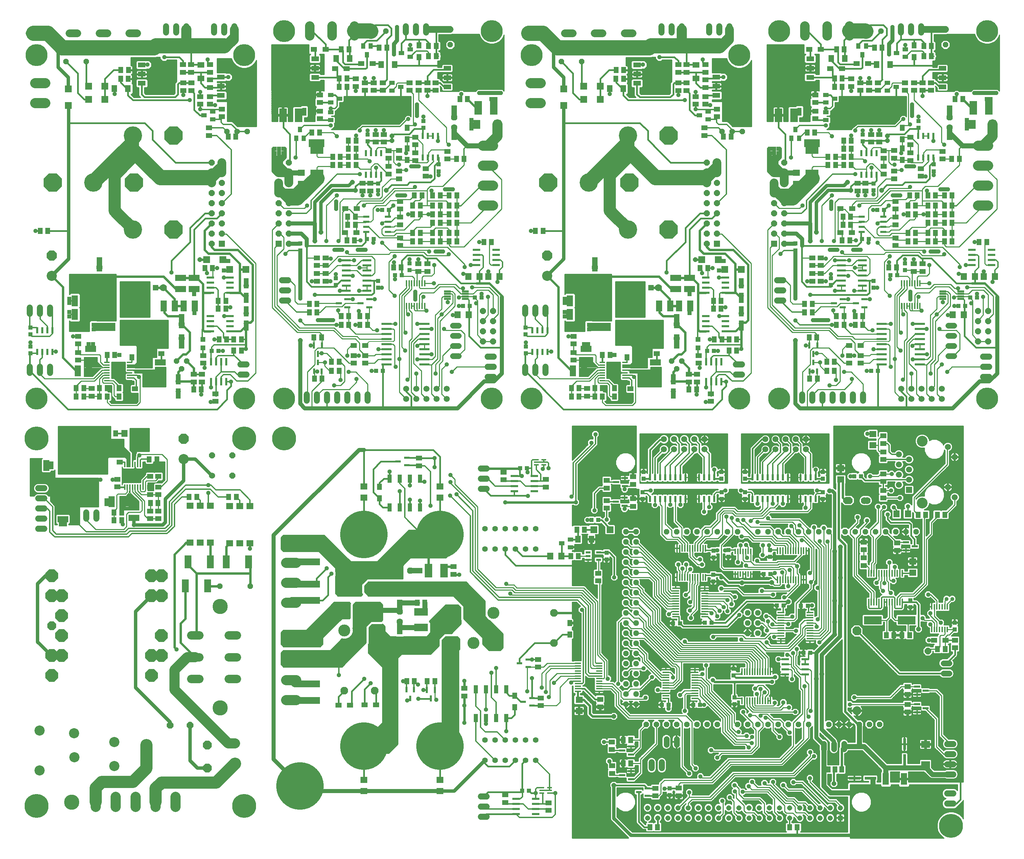
<source format=gtl>
G75*
G70*
%OFA0B0*%
%FSLAX24Y24*%
%IPPOS*%
%LPD*%
%AMOC8*
5,1,8,0,0,1.08239X$1,22.5*
%
%ADD10R,0.0551X0.0709*%
%ADD11R,0.0433X0.0394*%
%ADD12R,0.0591X0.0512*%
%ADD13R,0.0512X0.0591*%
%ADD14R,0.0630X0.0709*%
%ADD15R,0.0680X0.0190*%
%ADD16R,0.0138X0.0630*%
%ADD17R,0.1000X0.0220*%
%ADD18C,0.0594*%
%ADD19R,0.0394X0.0433*%
%ADD20C,0.1000*%
%ADD21OC8,0.0594*%
%ADD22C,0.0560*%
%ADD23C,0.0594*%
%ADD24C,0.0945*%
%ADD25R,0.0472X0.0591*%
%ADD26R,0.0591X0.0472*%
%ADD27OC8,0.0560*%
%ADD28R,0.0748X0.1339*%
%ADD29R,0.0866X0.0236*%
%ADD30R,0.0750X0.0450*%
%ADD31R,0.1250X0.2000*%
%ADD32OC8,0.0436*%
%ADD33R,0.0236X0.0610*%
%ADD34R,0.0394X0.0551*%
%ADD35R,0.0610X0.0236*%
%ADD36R,0.0551X0.0394*%
%ADD37R,0.1260X0.0709*%
%ADD38R,0.0600X0.0220*%
%ADD39R,0.0220X0.0600*%
%ADD40R,0.0220X0.0520*%
%ADD41R,0.0709X0.0630*%
%ADD42OC8,0.0630*%
%ADD43C,0.0630*%
%ADD44R,0.0551X0.1417*%
%ADD45C,0.0600*%
%ADD46R,0.0594X0.0594*%
%ADD47R,0.0780X0.0220*%
%ADD48R,0.0709X0.0866*%
%ADD49R,0.1969X0.0787*%
%ADD50R,0.0630X0.1063*%
%ADD51R,0.0515X0.0515*%
%ADD52C,0.0768*%
%ADD53R,0.1063X0.0630*%
%ADD54OC8,0.0520*%
%ADD55R,0.0709X0.0669*%
%ADD56R,0.0709X0.0551*%
%ADD57R,0.0669X0.0709*%
%ADD58OC8,0.0700*%
%ADD59OC8,0.0650*%
%ADD60C,0.1810*%
%ADD61OC8,0.1810*%
%ADD62R,0.0220X0.0780*%
%ADD63R,0.0472X0.0472*%
%ADD64C,0.1000*%
%ADD65OC8,0.1000*%
%ADD66C,0.0700*%
%ADD67R,0.0551X0.0551*%
%ADD68R,0.0591X0.0945*%
%ADD69R,0.0945X0.0591*%
%ADD70R,0.0512X0.1024*%
%ADD71C,0.0515*%
%ADD72OC8,0.0515*%
%ADD73R,0.0560X0.0140*%
%ADD74C,0.0560*%
%ADD75C,0.0600*%
%ADD76OC8,0.0600*%
%ADD77R,0.0140X0.0560*%
%ADD78R,0.0800X0.0800*%
%ADD79OC8,0.1181*%
%ADD80R,0.2165X0.1969*%
%ADD81OC8,0.0660*%
%ADD82OC8,0.1250*%
%ADD83OC8,0.0860*%
%ADD84OC8,0.0885*%
%ADD85R,0.0630X0.0710*%
%ADD86C,0.0825*%
%ADD87R,0.0709X0.1260*%
%ADD88OC8,0.0760*%
%ADD89C,0.1502*%
%ADD90R,0.0701X0.0598*%
%ADD91R,0.0394X0.0787*%
%ADD92R,0.0630X0.0140*%
%ADD93R,0.0520X0.0220*%
%ADD94R,0.0866X0.0709*%
%ADD95C,0.4685*%
%ADD96R,0.2283X0.2441*%
%ADD97R,0.0630X0.1181*%
%ADD98R,0.1130X0.0300*%
%ADD99R,0.0240X0.0610*%
%ADD100C,0.0397*%
%ADD101R,0.0140X0.0580*%
%ADD102R,0.0170X0.0650*%
%ADD103R,0.1772X0.0787*%
%ADD104R,0.0460X0.0140*%
%ADD105C,0.1063*%
%ADD106R,0.1339X0.0748*%
%ADD107R,0.0650X0.0170*%
%ADD108R,0.0300X0.1130*%
%ADD109R,0.1417X0.0551*%
%ADD110C,0.0860*%
%ADD111OC8,0.0554*%
%ADD112C,0.0554*%
%ADD113R,0.0500X0.0220*%
%ADD114C,0.1181*%
%ADD115C,0.0768*%
%ADD116OC8,0.0396*%
%ADD117C,0.0120*%
%ADD118C,0.0100*%
%ADD119C,0.0160*%
%ADD120R,0.0396X0.0396*%
%ADD121C,0.0400*%
%ADD122C,0.0860*%
%ADD123C,0.0500*%
%ADD124C,0.0240*%
%ADD125OC8,0.0436*%
%ADD126R,0.0436X0.0436*%
%ADD127C,0.0340*%
%ADD128C,0.0320*%
%ADD129C,0.0660*%
%ADD130C,0.2165*%
%ADD131C,0.1500*%
%ADD132C,0.0080*%
%ADD133C,0.0200*%
%ADD134C,0.1200*%
%ADD135C,0.0070*%
%ADD136C,0.0140*%
%ADD137C,0.2362*%
%ADD138C,0.1500*%
D10*
X058761Y033100D03*
X060100Y033100D03*
X061882Y077551D03*
X063221Y077551D03*
X083741Y080526D03*
X085080Y080526D03*
X088191Y079926D03*
X089530Y079926D03*
X040711Y079926D03*
X039373Y079926D03*
X036261Y080526D03*
X034923Y080526D03*
X014402Y077551D03*
X013063Y077551D03*
D11*
X031392Y062261D03*
X031392Y061592D03*
X037957Y062726D03*
X038626Y062726D03*
X039457Y065576D03*
X040126Y065576D03*
X040732Y059151D03*
X041401Y059151D03*
X047432Y056126D03*
X048101Y056126D03*
X048607Y056951D03*
X049276Y056951D03*
X039526Y049701D03*
X038857Y049701D03*
X053071Y040125D03*
X053740Y040125D03*
X071492Y051676D03*
X072161Y051676D03*
X080211Y061592D03*
X080211Y062261D03*
X086776Y062726D03*
X087445Y062726D03*
X088276Y065576D03*
X088945Y065576D03*
X089551Y059151D03*
X090220Y059151D03*
X096251Y056126D03*
X096920Y056126D03*
X097426Y056951D03*
X098095Y056951D03*
X088345Y049701D03*
X087676Y049701D03*
X077740Y029675D03*
X077071Y029675D03*
X078371Y026575D03*
X079040Y026575D03*
X080746Y026550D03*
X081415Y026550D03*
X081665Y021925D03*
X080996Y021925D03*
X071940Y024875D03*
X071271Y024875D03*
X068815Y024825D03*
X068146Y024825D03*
X067690Y016775D03*
X067021Y016775D03*
X070121Y016775D03*
X070790Y016775D03*
X053940Y008300D03*
X053271Y008300D03*
X023342Y051676D03*
X022673Y051676D03*
D12*
X021832Y051225D03*
X021832Y050477D03*
X021682Y049375D03*
X021682Y048627D03*
X020882Y048627D03*
X020882Y049375D03*
X023032Y047450D03*
X023032Y046702D03*
X017707Y051402D03*
X017707Y052150D03*
X015107Y047950D03*
X015107Y047202D03*
X010832Y047227D03*
X010832Y047975D03*
X009507Y050777D03*
X009507Y051525D03*
X009507Y052377D03*
X009507Y053125D03*
X013582Y041443D03*
X013582Y040695D03*
X013357Y039018D03*
X013357Y038270D03*
X016607Y038243D03*
X016607Y037495D03*
X017382Y037495D03*
X017382Y038243D03*
X017382Y039320D03*
X017382Y040068D03*
X016607Y040068D03*
X016607Y039320D03*
X016607Y035893D03*
X016607Y035145D03*
X017382Y035145D03*
X017382Y035893D03*
X043081Y040351D03*
X043081Y041099D03*
X051431Y039724D03*
X051431Y038976D03*
X055606Y038999D03*
X055606Y038251D03*
X061606Y038151D03*
X061606Y038899D03*
X061606Y036924D03*
X061606Y036176D03*
X064206Y036351D03*
X064206Y037099D03*
X064206Y038526D03*
X064206Y039274D03*
X071851Y046702D03*
X071851Y047450D03*
X070501Y048627D03*
X070501Y049375D03*
X069701Y049375D03*
X069701Y048627D03*
X070651Y050477D03*
X070651Y051225D03*
X066526Y051402D03*
X066526Y052150D03*
X063926Y047950D03*
X063926Y047202D03*
X059651Y047227D03*
X059651Y047975D03*
X058326Y050777D03*
X058326Y051525D03*
X058326Y052377D03*
X058326Y053125D03*
X043917Y059527D03*
X043917Y060275D03*
X043042Y060275D03*
X043042Y059527D03*
X041242Y062077D03*
X041242Y062825D03*
X041242Y064127D03*
X041242Y064875D03*
X041242Y065672D03*
X041242Y066420D03*
X041117Y068652D03*
X041117Y069400D03*
X040092Y069127D03*
X040092Y069875D03*
X040092Y070677D03*
X040092Y071425D03*
X039636Y072271D03*
X039636Y073019D03*
X038830Y073025D03*
X038830Y072277D03*
X041118Y071429D03*
X041118Y070681D03*
X042717Y070452D03*
X042717Y071200D03*
X042717Y072002D03*
X042717Y072750D03*
X045892Y071350D03*
X045892Y070602D03*
X043760Y069646D03*
X043760Y068898D03*
X038292Y068200D03*
X038292Y067452D03*
X037523Y067452D03*
X037523Y068200D03*
X033342Y074577D03*
X033342Y075325D03*
X033342Y076177D03*
X033342Y076925D03*
X036867Y077752D03*
X036867Y078500D03*
X037767Y078125D03*
X037767Y077377D03*
X038642Y077377D03*
X038642Y078125D03*
X039517Y078125D03*
X039517Y077377D03*
X042167Y077377D03*
X042167Y078125D03*
X043067Y078125D03*
X043067Y077377D03*
X043917Y077377D03*
X043917Y078125D03*
X044742Y078125D03*
X044742Y077377D03*
X033892Y060850D03*
X033892Y060102D03*
X033892Y059300D03*
X033892Y058552D03*
X033042Y058552D03*
X033042Y059300D03*
X033042Y060102D03*
X033042Y060850D03*
X022407Y072927D03*
X022407Y073675D03*
X023657Y074777D03*
X023657Y075525D03*
X022507Y076002D03*
X022507Y076750D03*
X022507Y077652D03*
X022507Y078400D03*
X022507Y079152D03*
X022507Y079900D03*
X020632Y079900D03*
X020632Y079152D03*
X019832Y079152D03*
X019832Y079900D03*
X019857Y078100D03*
X019857Y077352D03*
X020657Y077352D03*
X020657Y078100D03*
X021532Y076750D03*
X021532Y076002D03*
X068676Y077352D03*
X068676Y078100D03*
X069476Y078100D03*
X069476Y077352D03*
X070351Y076750D03*
X070351Y076002D03*
X071326Y076002D03*
X071326Y076750D03*
X071326Y077652D03*
X071326Y078400D03*
X071326Y079152D03*
X071326Y079900D03*
X069451Y079900D03*
X069451Y079152D03*
X068651Y079152D03*
X068651Y079900D03*
X072476Y075525D03*
X072476Y074777D03*
X071226Y073675D03*
X071226Y072927D03*
X082161Y074577D03*
X082161Y075325D03*
X082161Y076177D03*
X082161Y076925D03*
X085686Y077752D03*
X085686Y078500D03*
X086586Y078125D03*
X086586Y077377D03*
X087461Y077377D03*
X087461Y078125D03*
X088336Y078125D03*
X088336Y077377D03*
X090986Y077377D03*
X090986Y078125D03*
X091886Y078125D03*
X091886Y077377D03*
X092736Y077377D03*
X092736Y078125D03*
X093561Y078125D03*
X093561Y077377D03*
X091536Y072750D03*
X091536Y072002D03*
X091536Y071200D03*
X091536Y070452D03*
X092579Y069646D03*
X092579Y068898D03*
X089936Y068652D03*
X089936Y069400D03*
X088911Y069127D03*
X088911Y069875D03*
X088911Y070677D03*
X088911Y071425D03*
X088455Y072271D03*
X088455Y073019D03*
X087649Y073025D03*
X087649Y072277D03*
X089937Y071429D03*
X089937Y070681D03*
X087111Y068200D03*
X087111Y067452D03*
X086342Y067452D03*
X086342Y068200D03*
X090061Y066420D03*
X090061Y065672D03*
X090061Y064875D03*
X090061Y064127D03*
X090061Y062825D03*
X090061Y062077D03*
X091861Y060275D03*
X091861Y059527D03*
X092736Y059527D03*
X092736Y060275D03*
X082711Y060102D03*
X082711Y060850D03*
X081861Y060850D03*
X081861Y060102D03*
X081861Y059300D03*
X081861Y058552D03*
X082711Y058552D03*
X082711Y059300D03*
X094711Y070602D03*
X094711Y071350D03*
X088856Y043299D03*
X088856Y042551D03*
X088856Y041724D03*
X088856Y040976D03*
X088856Y039549D03*
X088856Y038801D03*
X088856Y037924D03*
X088856Y037176D03*
X090231Y032749D03*
X090231Y032001D03*
X086931Y032076D03*
X086931Y032824D03*
X086931Y031274D03*
X086931Y030526D03*
X095931Y023149D03*
X095931Y022401D03*
X091256Y018574D03*
X091256Y017826D03*
X091256Y016824D03*
X091256Y016076D03*
X068706Y008574D03*
X068706Y007826D03*
X066406Y007801D03*
X066406Y008549D03*
X062131Y010026D03*
X062131Y010774D03*
X062106Y012376D03*
X062106Y013124D03*
X060956Y016578D03*
X060956Y017326D03*
X055081Y017449D03*
X055081Y016701D03*
X054831Y020501D03*
X054831Y021249D03*
X047556Y018399D03*
X047556Y017651D03*
X051581Y007899D03*
X051581Y007151D03*
X055856Y007124D03*
X055856Y006376D03*
X060756Y029001D03*
X060756Y029749D03*
X046481Y029651D03*
X046481Y030399D03*
D13*
X043680Y026850D03*
X042932Y026850D03*
X042630Y019125D03*
X041882Y019125D03*
X043907Y019110D03*
X044655Y019110D03*
X058057Y031450D03*
X058805Y031450D03*
X058657Y034050D03*
X059405Y034050D03*
X058875Y047176D03*
X058127Y047176D03*
X058127Y048001D03*
X058875Y048001D03*
X060427Y048001D03*
X061175Y048001D03*
X061175Y047176D03*
X060427Y047176D03*
X062352Y047176D03*
X063100Y047176D03*
X063100Y048001D03*
X062352Y048001D03*
X063602Y051051D03*
X064350Y051051D03*
X061925Y051276D03*
X061177Y051276D03*
X069702Y047876D03*
X070450Y047876D03*
X073652Y051726D03*
X074400Y051726D03*
X074400Y052826D03*
X073652Y052826D03*
X072950Y052826D03*
X072202Y052826D03*
X072127Y055851D03*
X072875Y055851D03*
X072875Y056626D03*
X072127Y056626D03*
X071550Y059851D03*
X070802Y059851D03*
X081112Y056326D03*
X081860Y056326D03*
X081860Y055476D03*
X081112Y055476D03*
X081562Y053026D03*
X082310Y053026D03*
X084237Y054251D03*
X084985Y054251D03*
X084985Y055101D03*
X084237Y055101D03*
X086087Y055101D03*
X086835Y055101D03*
X086835Y054251D03*
X086087Y054251D03*
X084035Y050601D03*
X083287Y050601D03*
X083287Y049726D03*
X084035Y049726D03*
X082360Y048951D03*
X081612Y048951D03*
X089412Y059926D03*
X090160Y059926D03*
X091287Y062476D03*
X092035Y062476D03*
X092035Y063326D03*
X091287Y063326D03*
X091287Y065151D03*
X092035Y065151D03*
X092035Y066001D03*
X091287Y066001D03*
X091462Y067001D03*
X092210Y067001D03*
X093262Y067001D03*
X094010Y067001D03*
X094887Y067001D03*
X095635Y067001D03*
X095635Y066001D03*
X094887Y066001D03*
X094887Y065151D03*
X095635Y065151D03*
X095635Y064306D03*
X094887Y064306D03*
X094010Y064306D03*
X093262Y064306D03*
X093262Y065151D03*
X094010Y065151D03*
X094010Y066002D03*
X093262Y066002D03*
X093262Y063326D03*
X094010Y063326D03*
X094010Y062476D03*
X093262Y062476D03*
X094887Y062476D03*
X095635Y062476D03*
X095635Y063326D03*
X094887Y063326D03*
X098312Y062401D03*
X099060Y062401D03*
X096360Y070601D03*
X095612Y070601D03*
X095937Y076501D03*
X096685Y076501D03*
X093610Y080751D03*
X092862Y080751D03*
X092862Y081751D03*
X093610Y081751D03*
X088735Y081576D03*
X087987Y081576D03*
X085010Y081426D03*
X084262Y081426D03*
X084062Y078551D03*
X084810Y078551D03*
X084810Y077726D03*
X084062Y077726D03*
X082110Y073201D03*
X081362Y073201D03*
X083412Y070826D03*
X084160Y070826D03*
X084962Y070826D03*
X085710Y070826D03*
X085710Y071626D03*
X084962Y071626D03*
X084962Y072426D03*
X085710Y072426D03*
X085710Y070001D03*
X084962Y070001D03*
X084160Y070001D03*
X083412Y070001D03*
X084887Y064901D03*
X085635Y064901D03*
X085635Y064126D03*
X084887Y064126D03*
X084812Y062576D03*
X085560Y062576D03*
X073850Y072826D03*
X073102Y072826D03*
X063250Y078501D03*
X062502Y078501D03*
X062527Y079376D03*
X063275Y079376D03*
X047866Y076501D03*
X047118Y076501D03*
X044791Y080751D03*
X044043Y080751D03*
X044043Y081751D03*
X044791Y081751D03*
X039916Y081576D03*
X039168Y081576D03*
X036191Y081426D03*
X035443Y081426D03*
X035243Y078551D03*
X035991Y078551D03*
X035991Y077726D03*
X035243Y077726D03*
X033291Y073201D03*
X032543Y073201D03*
X034593Y070826D03*
X035341Y070826D03*
X036143Y070826D03*
X036891Y070826D03*
X036891Y071626D03*
X036143Y071626D03*
X036143Y072426D03*
X036891Y072426D03*
X036891Y070001D03*
X036143Y070001D03*
X035341Y070001D03*
X034593Y070001D03*
X036068Y064901D03*
X036816Y064901D03*
X036816Y064126D03*
X036068Y064126D03*
X035993Y062576D03*
X036741Y062576D03*
X040593Y059926D03*
X041341Y059926D03*
X042468Y062476D03*
X043216Y062476D03*
X043216Y063326D03*
X042468Y063326D03*
X042468Y065151D03*
X043216Y065151D03*
X043216Y066001D03*
X042468Y066001D03*
X042643Y067001D03*
X043391Y067001D03*
X044443Y067001D03*
X045191Y067001D03*
X046068Y067001D03*
X046816Y067001D03*
X046816Y066001D03*
X046068Y066001D03*
X046068Y065151D03*
X046816Y065151D03*
X046816Y064306D03*
X046068Y064306D03*
X045191Y064306D03*
X044443Y064306D03*
X044443Y065151D03*
X045191Y065151D03*
X045191Y066002D03*
X044443Y066002D03*
X044443Y063326D03*
X045191Y063326D03*
X045191Y062476D03*
X044443Y062476D03*
X046068Y062476D03*
X046816Y062476D03*
X046816Y063326D03*
X046068Y063326D03*
X049493Y062401D03*
X050241Y062401D03*
X054577Y063526D03*
X055325Y063526D03*
X047541Y070601D03*
X046793Y070601D03*
X033041Y056326D03*
X032293Y056326D03*
X032293Y055476D03*
X033041Y055476D03*
X035418Y055101D03*
X036166Y055101D03*
X036166Y054251D03*
X035418Y054251D03*
X037268Y054251D03*
X038016Y054251D03*
X038016Y055101D03*
X037268Y055101D03*
X033491Y053026D03*
X032743Y053026D03*
X034468Y050601D03*
X035216Y050601D03*
X035216Y049726D03*
X034468Y049726D03*
X033541Y048951D03*
X032793Y048951D03*
X025581Y051726D03*
X024833Y051726D03*
X024833Y052826D03*
X024131Y052826D03*
X023383Y052826D03*
X025581Y052826D03*
X024056Y055851D03*
X023308Y055851D03*
X023308Y056626D03*
X024056Y056626D03*
X022731Y059851D03*
X021983Y059851D03*
X015531Y051051D03*
X014783Y051051D03*
X013106Y051276D03*
X012358Y051276D03*
X012356Y048001D03*
X011608Y048001D03*
X011608Y047176D03*
X012356Y047176D03*
X013533Y047176D03*
X014281Y047176D03*
X014281Y048001D03*
X013533Y048001D03*
X010056Y048001D03*
X009308Y048001D03*
X009308Y047176D03*
X010056Y047176D03*
X012433Y043544D03*
X013181Y043544D03*
X016508Y040969D03*
X017256Y040969D03*
X017371Y036694D03*
X016623Y036694D03*
X013781Y035744D03*
X013033Y035744D03*
X013033Y034969D03*
X013781Y034969D03*
X020433Y037294D03*
X021181Y037294D03*
X024333Y037294D03*
X025081Y037294D03*
X021631Y047876D03*
X020883Y047876D03*
X006506Y063526D03*
X005758Y063526D03*
X013683Y078501D03*
X014431Y078501D03*
X014456Y079376D03*
X013708Y079376D03*
X024283Y072826D03*
X025031Y072826D03*
X089157Y023650D03*
X089905Y023650D03*
X090707Y023650D03*
X091455Y023650D03*
X094207Y022275D03*
X094955Y022275D03*
X084775Y010400D03*
X084106Y010400D03*
X083436Y010400D03*
X080380Y004700D03*
X079632Y004700D03*
X066605Y004725D03*
X065857Y004725D03*
X063980Y011000D03*
X063232Y011000D03*
X063232Y013325D03*
X063980Y013325D03*
X092282Y035525D03*
X093030Y035525D03*
X094182Y035525D03*
X094930Y035525D03*
D14*
X091282Y035600D03*
X090179Y035600D03*
X095710Y055251D03*
X096812Y055251D03*
X096785Y059001D03*
X097887Y059001D03*
X098760Y059001D03*
X099862Y059001D03*
X051043Y059001D03*
X049941Y059001D03*
X049068Y059001D03*
X047966Y059001D03*
X047993Y055251D03*
X046891Y055251D03*
D15*
X047672Y056796D03*
X047672Y057046D03*
X047672Y057306D03*
X047672Y057556D03*
X045912Y057556D03*
X045912Y057306D03*
X045912Y057046D03*
X045912Y056796D03*
X094731Y056796D03*
X094731Y057046D03*
X094731Y057306D03*
X094731Y057556D03*
X096491Y057556D03*
X096491Y057306D03*
X096491Y057046D03*
X096491Y056796D03*
D16*
X092472Y056124D03*
X092216Y056124D03*
X091960Y056124D03*
X091704Y056124D03*
X091448Y056124D03*
X091192Y056124D03*
X090936Y056124D03*
X090680Y056124D03*
X090680Y058329D03*
X090936Y058329D03*
X091192Y058329D03*
X091448Y058329D03*
X091704Y058329D03*
X091960Y058329D03*
X092216Y058329D03*
X092472Y058329D03*
X043653Y058329D03*
X043397Y058329D03*
X043141Y058329D03*
X042885Y058329D03*
X042629Y058329D03*
X042373Y058329D03*
X042117Y058329D03*
X041861Y058329D03*
X041861Y056124D03*
X042117Y056124D03*
X042373Y056124D03*
X042629Y056124D03*
X042885Y056124D03*
X043141Y056124D03*
X043397Y056124D03*
X043653Y056124D03*
D17*
X043647Y054351D03*
X043647Y053851D03*
X043647Y053351D03*
X043647Y052851D03*
X043647Y052351D03*
X043647Y051851D03*
X043647Y051351D03*
X043647Y050851D03*
X043647Y050351D03*
X039887Y050351D03*
X039887Y050851D03*
X039887Y051351D03*
X039887Y051851D03*
X039887Y052351D03*
X039887Y052851D03*
X039887Y053351D03*
X039887Y053851D03*
X039887Y054351D03*
X088706Y054351D03*
X088706Y053851D03*
X088706Y053351D03*
X088706Y052851D03*
X088706Y052351D03*
X088706Y051851D03*
X088706Y051351D03*
X088706Y050851D03*
X088706Y050351D03*
X092466Y050351D03*
X092466Y050851D03*
X092466Y051351D03*
X092466Y051851D03*
X092466Y052351D03*
X092466Y052851D03*
X092466Y053351D03*
X092466Y053851D03*
X092466Y054351D03*
D18*
X092636Y047951D03*
X093636Y047951D03*
X094636Y047951D03*
X094636Y046951D03*
X093636Y046951D03*
X092636Y046951D03*
X091636Y046951D03*
X091636Y047951D03*
X090636Y047951D03*
X090636Y046951D03*
X095236Y042215D03*
X095906Y041215D03*
X095236Y038235D03*
X095906Y037235D03*
X091406Y038975D03*
X090406Y038475D03*
X090406Y039475D03*
X090406Y040475D03*
X090406Y041475D03*
X091406Y040975D03*
X091406Y039975D03*
X081231Y041975D03*
X081231Y042975D03*
X080231Y042975D03*
X080231Y041975D03*
X079231Y041975D03*
X079231Y042975D03*
X078231Y042975D03*
X078231Y041975D03*
X077231Y041975D03*
X077231Y042975D03*
X071231Y042975D03*
X071231Y041975D03*
X070231Y041975D03*
X070231Y042975D03*
X069231Y042975D03*
X069231Y041975D03*
X068231Y041975D03*
X068231Y042975D03*
X067231Y042975D03*
X067231Y041975D03*
X045817Y046951D03*
X045817Y047951D03*
X044817Y047951D03*
X044817Y046951D03*
X043817Y046951D03*
X043817Y047951D03*
X042817Y047951D03*
X042817Y046951D03*
X041817Y046951D03*
X041817Y047951D03*
D19*
X053626Y051442D03*
X053626Y052111D03*
X053601Y053317D03*
X053601Y053986D03*
X042167Y059642D03*
X042167Y060311D03*
X039067Y058586D03*
X039067Y057917D03*
X034892Y058167D03*
X034892Y058836D03*
X039067Y067517D03*
X039067Y068186D03*
X038017Y072342D03*
X038017Y073011D03*
X043517Y073667D03*
X043517Y074336D03*
X045017Y070061D03*
X045017Y069392D03*
X065231Y039760D03*
X065231Y039091D03*
X065131Y037760D03*
X065131Y037091D03*
X060765Y035000D03*
X060096Y035000D03*
X061581Y031785D03*
X061581Y031116D03*
X072131Y031311D03*
X072131Y031980D03*
X073581Y032035D03*
X073581Y031366D03*
X072106Y029615D03*
X072106Y028946D03*
X077681Y031366D03*
X077681Y032035D03*
X075231Y037091D03*
X075231Y037760D03*
X075231Y039091D03*
X075231Y039760D03*
X072906Y039760D03*
X072906Y039091D03*
X072931Y037760D03*
X072931Y037091D03*
X082906Y037091D03*
X082906Y037760D03*
X082906Y039091D03*
X082906Y039760D03*
X085996Y039300D03*
X086665Y039300D03*
X091531Y027085D03*
X091531Y026416D03*
X095906Y024885D03*
X095906Y024216D03*
X074106Y020360D03*
X074106Y019691D03*
X074181Y017510D03*
X074181Y016841D03*
X067806Y008535D03*
X067806Y007866D03*
X083711Y058167D03*
X083711Y058836D03*
X087886Y058586D03*
X087886Y057917D03*
X090986Y059642D03*
X090986Y060311D03*
X087886Y067517D03*
X087886Y068186D03*
X086836Y072342D03*
X086836Y073011D03*
X092336Y073667D03*
X092336Y074336D03*
X093836Y070061D03*
X093836Y069392D03*
X004782Y053986D03*
X004782Y053317D03*
X004807Y052111D03*
X004807Y051442D03*
D20*
X029981Y032750D02*
X030981Y032750D01*
X030981Y030782D02*
X029981Y030782D01*
X029981Y028813D02*
X030981Y028813D01*
X030981Y026845D02*
X029981Y026845D01*
X029981Y023150D02*
X030981Y023150D01*
X030981Y021182D02*
X029981Y021182D01*
X029981Y019213D02*
X030981Y019213D01*
X030981Y017245D02*
X029981Y017245D01*
X024957Y012969D02*
X024307Y012969D01*
X018982Y018294D01*
X018982Y020219D01*
X020257Y021494D01*
X021032Y021494D01*
X019111Y007726D02*
X019111Y006726D01*
X017142Y006726D02*
X017142Y007726D01*
X015174Y007726D02*
X015174Y006726D01*
X013205Y006726D02*
X013205Y007726D01*
X011237Y007726D02*
X011237Y006726D01*
X049392Y065996D02*
X050392Y065996D01*
X050392Y067964D02*
X049392Y067964D01*
X049392Y069933D02*
X050392Y069933D01*
X050392Y071901D02*
X049392Y071901D01*
X049892Y071901D02*
X050821Y072830D01*
X050821Y074026D01*
X054096Y076104D02*
X055096Y076104D01*
X055096Y078073D02*
X054096Y078073D01*
X068981Y081681D02*
X069026Y081776D01*
X068981Y081681D02*
X068981Y083378D01*
X098211Y071901D02*
X099211Y071901D01*
X098711Y071901D02*
X099640Y072830D01*
X099640Y074026D01*
X099211Y069933D02*
X098211Y069933D01*
X098211Y067964D02*
X099211Y067964D01*
X099211Y065996D02*
X098211Y065996D01*
X020207Y081776D02*
X020162Y081681D01*
X020162Y083378D01*
X006277Y078073D02*
X005277Y078073D01*
X005277Y076104D02*
X006277Y076104D01*
D21*
X022657Y070251D03*
X022657Y069251D03*
X022657Y068251D03*
X022657Y067251D03*
X023657Y067251D03*
X023657Y068251D03*
X023657Y069251D03*
X023657Y070251D03*
X023657Y066251D03*
X022657Y066251D03*
X022657Y065251D03*
X022657Y064251D03*
X022657Y063251D03*
X022657Y062251D03*
X023657Y063251D03*
X023657Y064251D03*
X023657Y065251D03*
X029267Y065251D03*
X030267Y065251D03*
X030267Y064251D03*
X030267Y063251D03*
X030267Y062251D03*
X029267Y063251D03*
X029267Y064251D03*
X029267Y066251D03*
X030267Y066251D03*
X030267Y067251D03*
X030267Y068251D03*
X030267Y069251D03*
X030267Y070251D03*
X029267Y070251D03*
X029267Y069251D03*
X029267Y068251D03*
X029267Y067251D03*
X049392Y055626D03*
X050392Y055626D03*
X050392Y054626D03*
X050392Y053626D03*
X049392Y053626D03*
X049392Y054626D03*
X049392Y052626D03*
X050392Y052626D03*
X071476Y062251D03*
X071476Y063251D03*
X071476Y064251D03*
X071476Y065251D03*
X071476Y066251D03*
X072476Y066251D03*
X072476Y065251D03*
X072476Y064251D03*
X072476Y063251D03*
X072476Y067251D03*
X071476Y067251D03*
X071476Y068251D03*
X071476Y069251D03*
X071476Y070251D03*
X072476Y070251D03*
X072476Y069251D03*
X072476Y068251D03*
X078086Y068251D03*
X079086Y068251D03*
X079086Y067251D03*
X078086Y067251D03*
X078086Y066251D03*
X079086Y066251D03*
X079086Y065251D03*
X079086Y064251D03*
X079086Y063251D03*
X079086Y062251D03*
X078086Y063251D03*
X078086Y064251D03*
X078086Y065251D03*
X078086Y069251D03*
X079086Y069251D03*
X079086Y070251D03*
X078086Y070251D03*
X098211Y055626D03*
X099211Y055626D03*
X099211Y054626D03*
X099211Y053626D03*
X098211Y053626D03*
X098211Y054626D03*
X098211Y052626D03*
X099211Y052626D03*
D22*
X095816Y052176D02*
X095256Y052176D01*
X095256Y051176D02*
X095816Y051176D01*
X095816Y053176D02*
X095256Y053176D01*
X095256Y054176D02*
X095816Y054176D01*
X095361Y020875D02*
X094801Y020875D01*
X094801Y019875D02*
X095361Y019875D01*
X084981Y012955D02*
X084981Y012395D01*
X083981Y012395D02*
X083981Y012955D01*
X082981Y012955D02*
X082981Y012395D01*
X068481Y012845D02*
X068481Y013405D01*
X067481Y013405D02*
X067481Y012845D01*
X046997Y051176D02*
X046437Y051176D01*
X046437Y052176D02*
X046997Y052176D01*
X046997Y053176D02*
X046437Y053176D01*
X046437Y054176D02*
X046997Y054176D01*
D23*
X049870Y051101D02*
X050464Y051101D01*
X050464Y050101D02*
X049870Y050101D01*
X049870Y049101D02*
X050464Y049101D01*
X053551Y049504D02*
X053551Y050098D01*
X054551Y050098D02*
X054551Y049504D01*
X055551Y049504D02*
X055551Y050098D01*
X055551Y055354D02*
X055551Y055948D01*
X054551Y055948D02*
X054551Y055354D01*
X053551Y055354D02*
X053551Y055948D01*
X038042Y047373D02*
X038042Y046779D01*
X037042Y046779D02*
X037042Y047373D01*
X036042Y047373D02*
X036042Y046779D01*
X035042Y046779D02*
X035042Y047373D01*
X034042Y047373D02*
X034042Y046779D01*
X033042Y046779D02*
X033042Y047373D01*
X032042Y047373D02*
X032042Y046779D01*
X026104Y049351D02*
X025510Y049351D01*
X025510Y050351D02*
X026104Y050351D01*
X029595Y056651D02*
X030189Y056651D01*
X030189Y057651D02*
X029595Y057651D01*
X029595Y058651D02*
X030189Y058651D01*
X006732Y055948D02*
X006732Y055354D01*
X005732Y055354D02*
X005732Y055948D01*
X004732Y055948D02*
X004732Y055354D01*
X004732Y050098D02*
X004732Y049504D01*
X005732Y049504D02*
X005732Y050098D01*
X006732Y050098D02*
X006732Y049504D01*
X006154Y039144D02*
X005560Y039144D01*
X005560Y038144D02*
X006154Y038144D01*
X006154Y037144D02*
X005560Y037144D01*
X005560Y036144D02*
X006154Y036144D01*
X006154Y035144D02*
X005560Y035144D01*
X005560Y034144D02*
X006154Y034144D01*
X009307Y035147D02*
X009307Y035741D01*
X010307Y035741D02*
X010307Y035147D01*
X011307Y035147D02*
X011307Y035741D01*
X049184Y038075D02*
X049777Y038075D01*
X049777Y039075D02*
X049184Y039075D01*
X049184Y040075D02*
X049777Y040075D01*
X074329Y049351D02*
X074923Y049351D01*
X074923Y050351D02*
X074329Y050351D01*
X080861Y047373D02*
X080861Y046779D01*
X081861Y046779D02*
X081861Y047373D01*
X082861Y047373D02*
X082861Y046779D01*
X083861Y046779D02*
X083861Y047373D01*
X084861Y047373D02*
X084861Y046779D01*
X085861Y046779D02*
X085861Y047373D01*
X086861Y047373D02*
X086861Y046779D01*
X098689Y049101D02*
X099283Y049101D01*
X099283Y050101D02*
X098689Y050101D01*
X098689Y051101D02*
X099283Y051101D01*
X079008Y056651D02*
X078414Y056651D01*
X078414Y057651D02*
X079008Y057651D01*
X079008Y058651D02*
X078414Y058651D01*
X095158Y012925D02*
X095752Y012925D01*
X095752Y011925D02*
X095158Y011925D01*
X095158Y010925D02*
X095752Y010925D01*
X095752Y009925D02*
X095158Y009925D01*
X095159Y008050D02*
X095752Y008050D01*
X095752Y007050D02*
X095159Y007050D01*
X067031Y010528D02*
X067031Y011122D01*
X066031Y011122D02*
X066031Y010528D01*
X049777Y007750D02*
X049184Y007750D01*
X049184Y006750D02*
X049777Y006750D01*
X049777Y005750D02*
X049184Y005750D01*
D24*
X036716Y082755D02*
X036716Y083700D01*
X034516Y083700D02*
X034516Y082755D01*
X032316Y082755D02*
X032316Y083700D01*
X081135Y083700D02*
X081135Y082755D01*
X083335Y082755D02*
X083335Y083700D01*
X085535Y083700D02*
X085535Y082755D01*
D25*
X091911Y081797D03*
X091911Y080655D03*
X090736Y073672D03*
X090736Y072530D03*
X090736Y071647D03*
X090736Y070505D03*
X043092Y080655D03*
X043092Y081797D03*
X041917Y073672D03*
X041917Y072530D03*
X041917Y071647D03*
X041917Y070505D03*
X039192Y038270D03*
X039192Y037128D03*
X057956Y024846D03*
X057956Y023704D03*
X052531Y017671D03*
X052531Y016529D03*
D26*
X038876Y016775D03*
X037735Y016775D03*
X036301Y016750D03*
X035160Y016750D03*
X036671Y050476D03*
X036671Y051201D03*
X036671Y052201D03*
X037813Y052201D03*
X037813Y051201D03*
X037813Y050476D03*
X036938Y063351D03*
X035796Y063351D03*
X035821Y065726D03*
X036963Y065726D03*
X035963Y079501D03*
X034821Y079501D03*
X033888Y081426D03*
X032746Y081426D03*
X037396Y080026D03*
X038538Y080026D03*
X081565Y081426D03*
X082707Y081426D03*
X083640Y079501D03*
X084782Y079501D03*
X086215Y080026D03*
X087357Y080026D03*
X085782Y065726D03*
X084640Y065726D03*
X084615Y063351D03*
X085757Y063351D03*
X085490Y052201D03*
X085490Y051201D03*
X085490Y050476D03*
X086632Y050476D03*
X086632Y051201D03*
X086632Y052201D03*
X093860Y023150D03*
X095001Y023150D03*
D27*
X072976Y073326D03*
X087136Y083226D03*
X088636Y083226D03*
X094986Y083376D03*
X094986Y081876D03*
X046167Y081876D03*
X046167Y083376D03*
X039817Y083226D03*
X038317Y083226D03*
X024157Y073326D03*
X023457Y028469D03*
X026457Y028469D03*
D28*
X044038Y030025D03*
X045573Y030025D03*
X031235Y074901D03*
X029699Y074901D03*
X048924Y075651D03*
X050460Y075651D03*
X078518Y074901D03*
X080053Y074901D03*
X097743Y075651D03*
X099278Y075651D03*
D29*
X086784Y060626D03*
X086784Y060126D03*
X086784Y059626D03*
X086784Y059126D03*
X086784Y058626D03*
X086784Y058126D03*
X086784Y057626D03*
X084737Y057626D03*
X084737Y058126D03*
X084737Y058626D03*
X084737Y059126D03*
X084737Y059626D03*
X084737Y060126D03*
X084737Y060626D03*
X037965Y060626D03*
X037965Y060126D03*
X037965Y059626D03*
X037965Y059126D03*
X037965Y058626D03*
X037965Y058126D03*
X037965Y057626D03*
X035918Y057626D03*
X035918Y058126D03*
X035918Y058626D03*
X035918Y059126D03*
X035918Y059626D03*
X035918Y060126D03*
X035918Y060626D03*
D30*
X023572Y076866D03*
X023572Y077776D03*
X023572Y078686D03*
X015772Y078976D03*
X015772Y078066D03*
X015772Y079886D03*
X032852Y079551D03*
X032852Y078641D03*
X032852Y080461D03*
X045882Y079536D03*
X045882Y078626D03*
X045882Y077716D03*
X064591Y078066D03*
X064591Y078976D03*
X064591Y079886D03*
X072391Y078686D03*
X072391Y077776D03*
X072391Y076866D03*
X081671Y078641D03*
X081671Y079551D03*
X081671Y080461D03*
X094701Y079536D03*
X094701Y078626D03*
X094701Y077716D03*
D31*
X096971Y078626D03*
X079401Y079551D03*
X074661Y077776D03*
X066861Y078976D03*
X048152Y078626D03*
X030582Y079551D03*
X025842Y077776D03*
X018042Y078976D03*
D32*
X029267Y068251D03*
X029267Y068251D03*
X078086Y068251D03*
X078086Y068251D03*
D33*
X086688Y069038D03*
X087188Y069038D03*
X087688Y069038D03*
X088188Y069038D03*
X088188Y071164D03*
X087688Y071164D03*
X087188Y071164D03*
X086688Y071164D03*
X092288Y070738D03*
X092788Y070738D03*
X093288Y070738D03*
X093788Y070738D03*
X093788Y072864D03*
X093288Y072864D03*
X092788Y072864D03*
X092288Y072864D03*
X055778Y053714D03*
X055278Y053714D03*
X054778Y053714D03*
X054278Y053714D03*
X054278Y051588D03*
X054778Y051588D03*
X055278Y051588D03*
X055778Y051588D03*
X070704Y039213D03*
X071204Y039213D03*
X071704Y039213D03*
X072204Y039213D03*
X072204Y037087D03*
X071704Y037087D03*
X071204Y037087D03*
X070704Y037087D03*
X080704Y037087D03*
X081204Y037087D03*
X081704Y037087D03*
X082204Y037087D03*
X082204Y039213D03*
X081704Y039213D03*
X081204Y039213D03*
X080704Y039213D03*
X044969Y070738D03*
X044469Y070738D03*
X043969Y070738D03*
X043469Y070738D03*
X043469Y072864D03*
X043969Y072864D03*
X044469Y072864D03*
X044969Y072864D03*
X039369Y071164D03*
X038869Y071164D03*
X038369Y071164D03*
X037869Y071164D03*
X037869Y069038D03*
X038369Y069038D03*
X038869Y069038D03*
X039369Y069038D03*
X006959Y053714D03*
X006459Y053714D03*
X005959Y053714D03*
X005459Y053714D03*
X005459Y051588D03*
X005959Y051588D03*
X006459Y051588D03*
X006959Y051588D03*
D34*
X030993Y072643D03*
X031741Y072643D03*
X031367Y073509D03*
X037967Y080868D03*
X038341Y081734D03*
X037593Y081734D03*
X079812Y072643D03*
X080560Y072643D03*
X080186Y073509D03*
X086786Y080868D03*
X087160Y081734D03*
X086412Y081734D03*
D35*
X086723Y064899D03*
X086723Y064399D03*
X086723Y063899D03*
X086723Y063399D03*
X088849Y063399D03*
X088849Y063899D03*
X088849Y064399D03*
X088849Y064899D03*
X040030Y064899D03*
X040030Y064399D03*
X040030Y063899D03*
X040030Y063399D03*
X037904Y063399D03*
X037904Y063899D03*
X037904Y064399D03*
X037904Y064899D03*
D36*
X034384Y074452D03*
X034384Y075200D03*
X035250Y074826D03*
X034384Y076177D03*
X034384Y076925D03*
X035250Y076551D03*
X040434Y077352D03*
X040434Y078100D03*
X041300Y077726D03*
X042225Y080677D03*
X042225Y081425D03*
X041359Y081051D03*
X022765Y075275D03*
X022765Y074527D03*
X021899Y074901D03*
X070718Y074901D03*
X071584Y074527D03*
X071584Y075275D03*
X083203Y075200D03*
X083203Y074452D03*
X084069Y074826D03*
X083203Y076177D03*
X083203Y076925D03*
X084069Y076551D03*
X089253Y077352D03*
X089253Y078100D03*
X090119Y077726D03*
X091044Y080677D03*
X091044Y081425D03*
X090178Y081051D03*
X058039Y033074D03*
X058039Y032326D03*
X057173Y032700D03*
D37*
X033017Y069224D03*
X033017Y071429D03*
X081836Y071429D03*
X081836Y069224D03*
D38*
X084861Y056776D03*
X084861Y055976D03*
X084011Y056376D03*
X086161Y056376D03*
X087011Y055976D03*
X087011Y056776D03*
X063381Y039150D03*
X063381Y038350D03*
X062531Y038750D03*
X063356Y037225D03*
X063356Y036425D03*
X062506Y036825D03*
X038192Y055976D03*
X038192Y056776D03*
X037342Y056376D03*
X036042Y055976D03*
X036042Y056776D03*
X035192Y056376D03*
X063131Y012275D03*
X063981Y011875D03*
X063981Y012675D03*
X063981Y010250D03*
X063981Y009450D03*
X063131Y009850D03*
X091106Y032000D03*
X091106Y032800D03*
X091956Y032400D03*
X092181Y018575D03*
X092181Y017775D03*
X092181Y016850D03*
X092181Y016050D03*
X093031Y016450D03*
X093031Y018175D03*
D39*
X081961Y051376D03*
X082361Y052226D03*
X081561Y052226D03*
X044656Y018250D03*
X043856Y018250D03*
X044256Y017400D03*
X033142Y051376D03*
X033542Y052226D03*
X032742Y052226D03*
D40*
X033142Y050531D03*
X033512Y049671D03*
X032772Y049671D03*
X041861Y018280D03*
X042601Y018280D03*
X042231Y017420D03*
X081591Y049671D03*
X082331Y049671D03*
X081961Y050531D03*
D41*
X087831Y043476D03*
X087831Y042374D03*
X084656Y040101D03*
X084656Y038999D03*
X091756Y030901D03*
X091756Y029799D03*
X058881Y017275D03*
X058881Y016173D03*
X045156Y009378D03*
X045156Y008275D03*
X037656Y008274D03*
X037656Y009376D03*
X037656Y037224D03*
X037656Y038326D03*
X045177Y038326D03*
X045177Y037224D03*
X031492Y068150D03*
X031492Y069252D03*
X080311Y069252D03*
X080311Y068150D03*
D42*
X095386Y074701D03*
X068501Y054326D03*
X060426Y059926D03*
X046567Y074701D03*
X019682Y054326D03*
X011607Y059926D03*
X042231Y030025D03*
X041206Y025975D03*
D43*
X041206Y024975D03*
X041231Y030025D03*
X019682Y052926D03*
X011607Y058526D03*
X046567Y073701D03*
X060426Y058526D03*
X068501Y052926D03*
X095386Y073701D03*
D44*
X095386Y073178D03*
X095386Y075185D03*
X068501Y054610D03*
X068501Y052603D03*
X060426Y058203D03*
X060426Y060210D03*
X046567Y073178D03*
X046567Y075185D03*
X019682Y054610D03*
X019682Y052603D03*
X011607Y058203D03*
X011607Y060210D03*
X041206Y026459D03*
X041206Y024452D03*
D45*
X041784Y083078D02*
X041784Y083678D01*
X042784Y083678D02*
X042784Y083078D01*
X043784Y083078D02*
X043784Y083678D01*
X024886Y083678D02*
X024886Y083078D01*
X023886Y083078D02*
X023886Y083678D01*
X022886Y083678D02*
X022886Y083078D01*
X020162Y083078D02*
X020162Y083678D01*
X019162Y083678D02*
X019162Y083078D01*
X018162Y083078D02*
X018162Y083678D01*
X066981Y083678D02*
X066981Y083078D01*
X067981Y083078D02*
X067981Y083678D01*
X068981Y083678D02*
X068981Y083078D01*
X071705Y083078D02*
X071705Y083678D01*
X072705Y083678D02*
X072705Y083078D01*
X073705Y083078D02*
X073705Y083678D01*
X090603Y083678D02*
X090603Y083078D01*
X091603Y083078D02*
X091603Y083678D01*
X092603Y083678D02*
X092603Y083078D01*
D46*
X078086Y062251D03*
X072476Y062251D03*
X091406Y037975D03*
X029267Y062251D03*
X023657Y062251D03*
D47*
X024477Y058901D03*
X024477Y058401D03*
X024477Y057901D03*
X024477Y057401D03*
X022537Y057401D03*
X022537Y057901D03*
X022537Y058401D03*
X022537Y058901D03*
X022537Y055101D03*
X022537Y054601D03*
X022537Y054101D03*
X022537Y053601D03*
X024477Y053601D03*
X024477Y054101D03*
X024477Y054601D03*
X024477Y055101D03*
X048772Y060151D03*
X048772Y060651D03*
X048772Y061151D03*
X048772Y061651D03*
X050712Y061651D03*
X050712Y061151D03*
X050712Y060651D03*
X050712Y060151D03*
X071356Y058901D03*
X071356Y058401D03*
X071356Y057901D03*
X071356Y057401D03*
X073296Y057401D03*
X073296Y057901D03*
X073296Y058401D03*
X073296Y058901D03*
X073296Y055101D03*
X073296Y054601D03*
X073296Y054101D03*
X073296Y053601D03*
X071356Y053601D03*
X071356Y054101D03*
X071356Y054601D03*
X071356Y055101D03*
X054451Y039350D03*
X054451Y038850D03*
X054451Y038350D03*
X054451Y037850D03*
X052511Y037850D03*
X052511Y038350D03*
X052511Y038850D03*
X052511Y039350D03*
X079211Y021275D03*
X079211Y020775D03*
X079211Y020275D03*
X079211Y019775D03*
X081151Y019775D03*
X081151Y020275D03*
X081151Y020775D03*
X081151Y021275D03*
X054601Y007500D03*
X054601Y007000D03*
X054601Y006500D03*
X054601Y006000D03*
X052661Y006000D03*
X052661Y006500D03*
X052661Y007000D03*
X052661Y007500D03*
X097591Y060151D03*
X097591Y060651D03*
X097591Y061151D03*
X097591Y061651D03*
X099531Y061651D03*
X099531Y061151D03*
X099531Y060651D03*
X099531Y060151D03*
D48*
X099640Y074026D03*
X097632Y074026D03*
X050821Y074026D03*
X048813Y074026D03*
D49*
X061028Y055415D03*
X061028Y054037D03*
X064374Y054037D03*
X064374Y055415D03*
X015556Y055415D03*
X015556Y054037D03*
X012209Y054037D03*
X012209Y055415D03*
D50*
X010259Y055276D03*
X009156Y055276D03*
X009156Y056626D03*
X010259Y056626D03*
X010559Y049701D03*
X009456Y049701D03*
X017931Y056126D03*
X019034Y056126D03*
X019906Y056126D03*
X021009Y056126D03*
X006359Y040394D03*
X005256Y040394D03*
X012781Y036819D03*
X013884Y036819D03*
X058275Y049701D03*
X059377Y049701D03*
X059077Y055276D03*
X057975Y055276D03*
X057975Y056626D03*
X059077Y056626D03*
X066750Y056126D03*
X067852Y056126D03*
X068725Y056126D03*
X069827Y056126D03*
D51*
X067801Y056126D03*
X066801Y056126D03*
X068401Y057826D03*
X068401Y058826D03*
X059326Y049701D03*
X058326Y049701D03*
X019582Y057826D03*
X019582Y058826D03*
X018982Y056126D03*
X017982Y056126D03*
X010507Y049701D03*
X009507Y049701D03*
X084631Y005625D03*
D52*
X064132Y083000D02*
X063364Y083000D01*
X061179Y083000D02*
X060412Y083000D01*
X058227Y083000D02*
X057459Y083000D01*
X054290Y083000D02*
X053522Y083000D01*
X015313Y083000D02*
X014546Y083000D01*
X012360Y083000D02*
X011593Y083000D01*
X009408Y083000D02*
X008640Y083000D01*
X005471Y083000D02*
X004703Y083000D01*
D53*
X019582Y058877D03*
X019582Y057775D03*
X020932Y057775D03*
X020932Y058877D03*
X017582Y050552D03*
X017582Y049450D03*
X010732Y050775D03*
X010732Y051877D03*
X007982Y036195D03*
X007982Y035093D03*
X015007Y035218D03*
X015007Y036320D03*
X059551Y050775D03*
X059551Y051877D03*
X066401Y050552D03*
X066401Y049450D03*
X068401Y057775D03*
X068401Y058877D03*
X069751Y058877D03*
X069751Y057775D03*
D54*
X069001Y050676D03*
X068501Y049926D03*
X068001Y050676D03*
X074976Y073326D03*
X059126Y080226D03*
X057126Y080226D03*
X026157Y073326D03*
X010307Y080226D03*
X008307Y080226D03*
X019182Y050676D03*
X019682Y049926D03*
X020182Y050676D03*
D55*
X024425Y059701D03*
X023764Y060676D03*
X022150Y060676D03*
X026039Y059701D03*
X012139Y076476D03*
X012139Y077776D03*
X010525Y077776D03*
X010525Y076476D03*
X059344Y076476D03*
X059344Y077776D03*
X060958Y077776D03*
X060958Y076476D03*
X070969Y060676D03*
X072583Y060676D03*
X073244Y059701D03*
X074858Y059701D03*
X061938Y034050D03*
X060323Y034050D03*
D56*
X070401Y078532D03*
X070401Y079870D03*
X021582Y079870D03*
X021582Y078532D03*
D57*
X008532Y077508D03*
X008532Y075894D03*
X057351Y075894D03*
X057351Y077508D03*
X032981Y032482D03*
X032981Y030868D03*
X032981Y028682D03*
X032981Y027068D03*
X032981Y023082D03*
X032981Y021468D03*
X032981Y018832D03*
X032981Y017218D03*
D58*
X085256Y036925D03*
X085506Y036925D03*
X063851Y068276D03*
X015032Y068276D03*
D59*
X015032Y068276D03*
X063851Y068276D03*
X093256Y022075D03*
D60*
X063701Y063651D03*
X059826Y068276D03*
X063701Y072901D03*
X014882Y072901D03*
X011007Y068276D03*
X014882Y063651D03*
D61*
X018882Y063651D03*
X015007Y068276D03*
X018882Y072901D03*
X007007Y068276D03*
X055826Y068276D03*
X063826Y068276D03*
X067701Y072901D03*
X067701Y063651D03*
D62*
X071401Y050596D03*
X071901Y050596D03*
X072401Y050596D03*
X072901Y050596D03*
X072901Y048656D03*
X072401Y048656D03*
X071901Y048656D03*
X071401Y048656D03*
X024082Y048656D03*
X023582Y048656D03*
X023082Y048656D03*
X022582Y048656D03*
X022582Y050596D03*
X023082Y050596D03*
X023582Y050596D03*
X024082Y050596D03*
D63*
X021782Y051988D03*
X021782Y052815D03*
X070601Y052815D03*
X070601Y051988D03*
D64*
X055724Y059082D03*
X019898Y041018D03*
X006905Y059082D03*
X005692Y014244D03*
X009111Y013989D03*
X009117Y011609D03*
X005692Y010307D03*
X013054Y010743D03*
X013048Y013122D03*
D65*
X019898Y043018D03*
X006905Y061082D03*
X055724Y061082D03*
D66*
X063701Y057901D03*
X066701Y057901D03*
X065226Y051501D03*
X065226Y048501D03*
X087006Y036925D03*
X087256Y036925D03*
X017882Y057901D03*
X014882Y057901D03*
X016407Y051501D03*
X016407Y048501D03*
D67*
X016407Y049253D03*
X015155Y042444D03*
X013659Y042444D03*
X017130Y057901D03*
X065226Y049253D03*
X065949Y057901D03*
D68*
X065226Y050501D03*
X016407Y050501D03*
D69*
X015882Y057901D03*
X064701Y057901D03*
D70*
X074876Y058335D03*
X074876Y056918D03*
X074876Y055585D03*
X074876Y054168D03*
X068176Y048885D03*
X068176Y047468D03*
X026057Y054168D03*
X026057Y055585D03*
X026057Y056918D03*
X026057Y058335D03*
X019357Y048885D03*
X019357Y047468D03*
D71*
X019357Y047676D03*
X026057Y054376D03*
X026057Y057126D03*
X068176Y047676D03*
X074876Y054376D03*
X074876Y057126D03*
X074631Y006625D03*
X075631Y006625D03*
X076631Y006625D03*
X077631Y006625D03*
X078631Y006625D03*
X079631Y006625D03*
X080631Y006625D03*
X081631Y006625D03*
X082631Y006625D03*
X083631Y006625D03*
X084631Y006625D03*
X083631Y005625D03*
X082631Y005625D03*
X081631Y005625D03*
X080631Y005625D03*
X079631Y005625D03*
X078631Y005625D03*
X077631Y005625D03*
X076631Y005625D03*
X075631Y005625D03*
X074631Y005625D03*
X073631Y005625D03*
X073631Y006625D03*
X072631Y006625D03*
X072631Y005625D03*
X071631Y005625D03*
X071631Y006625D03*
X070631Y006625D03*
X070631Y005625D03*
X069631Y005625D03*
X069631Y006625D03*
X068631Y006625D03*
X068631Y005625D03*
X067631Y005625D03*
X067631Y006625D03*
X066631Y006625D03*
X066631Y005625D03*
X065631Y005625D03*
X065631Y006625D03*
D72*
X068176Y048676D03*
X074876Y055376D03*
X074876Y058126D03*
X026057Y058126D03*
X026057Y055376D03*
X019357Y048676D03*
D73*
X014577Y048751D03*
X014577Y049011D03*
X014577Y049271D03*
X014577Y049521D03*
X014577Y049781D03*
X014577Y050031D03*
X014577Y050291D03*
X014577Y050551D03*
X012337Y050551D03*
X012337Y050291D03*
X012337Y050031D03*
X012337Y049781D03*
X012337Y049521D03*
X012337Y049271D03*
X012337Y049011D03*
X012337Y048751D03*
X061156Y048751D03*
X061156Y049011D03*
X061156Y049271D03*
X061156Y049521D03*
X061156Y049781D03*
X061156Y050031D03*
X061156Y050291D03*
X061156Y050551D03*
X063396Y050551D03*
X063396Y050291D03*
X063396Y050031D03*
X063396Y049781D03*
X063396Y049521D03*
X063396Y049271D03*
X063396Y049011D03*
X063396Y048751D03*
D74*
X073976Y073326D03*
X025157Y073326D03*
D75*
X022683Y039369D03*
D76*
X024683Y039369D03*
X024683Y041369D03*
X022683Y041369D03*
X075481Y023850D03*
D77*
X015882Y038249D03*
X015622Y038249D03*
X015362Y038249D03*
X015112Y038249D03*
X014852Y038249D03*
X014602Y038249D03*
X014342Y038249D03*
X014082Y038249D03*
X014082Y040489D03*
X014342Y040489D03*
X014602Y040489D03*
X014852Y040489D03*
X015112Y040489D03*
X015362Y040489D03*
X015622Y040489D03*
X015882Y040489D03*
D78*
X014982Y039369D03*
D79*
X014982Y039369D03*
D80*
X010007Y038120D03*
X010007Y041467D03*
D81*
X018573Y014794D03*
X020542Y014794D03*
D82*
X016729Y019672D03*
X016729Y021641D03*
X017713Y021641D03*
X017713Y023609D03*
X017713Y027546D03*
X016729Y027546D03*
X016729Y029515D03*
X017713Y029515D03*
X007870Y027546D03*
X006886Y027546D03*
X006886Y029515D03*
X007870Y025578D03*
X007870Y023609D03*
X007870Y021641D03*
X006886Y021641D03*
X006886Y019672D03*
D83*
X006886Y024594D03*
X086256Y024065D03*
D84*
X022243Y012814D03*
X022243Y010558D03*
X016243Y010558D03*
X016243Y012814D03*
D85*
X015192Y043544D03*
X014073Y043544D03*
X056021Y031450D03*
X057140Y031450D03*
D86*
X025145Y023644D02*
X024320Y023644D01*
X024320Y021494D02*
X025145Y021494D01*
X025145Y019344D02*
X024320Y019344D01*
X021445Y019344D02*
X020620Y019344D01*
X020620Y021494D02*
X021445Y021494D01*
X021445Y023644D02*
X020620Y023644D01*
D87*
X020055Y028519D03*
X022260Y028519D03*
X022535Y030869D03*
X024105Y030869D03*
X026310Y030869D03*
X020330Y030869D03*
D88*
X024957Y012969D03*
X024957Y010969D03*
D89*
X023507Y016494D03*
X023507Y026494D03*
D90*
X024432Y032715D03*
X025432Y032715D03*
X026432Y032715D03*
X026432Y036372D03*
X025432Y036372D03*
X024432Y036372D03*
X022532Y036422D03*
X021532Y036422D03*
X020532Y036422D03*
X020532Y032765D03*
X021532Y032765D03*
X022532Y032765D03*
D91*
X040181Y036258D03*
X041181Y036258D03*
X042181Y036258D03*
X043181Y036258D03*
X043181Y039093D03*
X042181Y039093D03*
X041181Y039093D03*
X040181Y039093D03*
X048681Y018318D03*
X049681Y018318D03*
X050681Y018318D03*
X051681Y018318D03*
X051681Y015483D03*
X050681Y015483D03*
X049681Y015483D03*
X048681Y015483D03*
D92*
X058755Y018120D03*
X058755Y018380D03*
X058755Y018620D03*
X058755Y018880D03*
X058755Y019120D03*
X058755Y019380D03*
X058755Y019620D03*
X058755Y019880D03*
X058755Y020120D03*
X058755Y020380D03*
X058755Y020620D03*
X058755Y020880D03*
X060855Y020880D03*
X060855Y020620D03*
X060855Y020380D03*
X060855Y020120D03*
X060855Y019880D03*
X060855Y019620D03*
X060855Y019380D03*
X060855Y019120D03*
X060855Y018880D03*
X060855Y018620D03*
X060855Y018380D03*
X060855Y018120D03*
D93*
X054236Y017445D03*
X054236Y016705D03*
X053376Y017075D03*
X053861Y020505D03*
X053861Y021245D03*
X053001Y020875D03*
X065611Y008545D03*
X065611Y007805D03*
X064751Y008175D03*
X041886Y040405D03*
X041886Y041145D03*
X041026Y040775D03*
D94*
X093031Y012879D03*
X093031Y010871D03*
D95*
X045166Y012724D03*
X037666Y012724D03*
X031366Y008787D03*
X037666Y033590D03*
X045166Y033590D03*
D96*
X090006Y006638D03*
D97*
X090903Y009465D03*
X089108Y009465D03*
D98*
X087586Y009550D03*
X086026Y009550D03*
D99*
X079456Y037090D03*
X078956Y037090D03*
X078456Y037090D03*
X077956Y037090D03*
X077456Y037090D03*
X076956Y037090D03*
X076456Y037090D03*
X075956Y037090D03*
X075956Y039210D03*
X076456Y039210D03*
X076956Y039210D03*
X077456Y039210D03*
X077956Y039210D03*
X078456Y039210D03*
X078956Y039210D03*
X079456Y039210D03*
X069356Y039210D03*
X068856Y039210D03*
X068356Y039210D03*
X067856Y039210D03*
X067356Y039210D03*
X066856Y039210D03*
X066356Y039210D03*
X065856Y039210D03*
X065856Y037090D03*
X066356Y037090D03*
X066856Y037090D03*
X067356Y037090D03*
X067856Y037090D03*
X068356Y037090D03*
X068856Y037090D03*
X069356Y037090D03*
D100*
X095105Y027225D03*
X095656Y027225D03*
D101*
X095176Y026435D03*
X094916Y026435D03*
X094666Y026435D03*
X094406Y026435D03*
X094146Y026435D03*
X093896Y026435D03*
X093636Y026435D03*
X093636Y024215D03*
X093896Y024215D03*
X094146Y024215D03*
X094406Y024215D03*
X094666Y024215D03*
X094916Y024215D03*
X095176Y024215D03*
X075801Y029690D03*
X075541Y029690D03*
X075291Y029690D03*
X075031Y029690D03*
X074771Y029690D03*
X074521Y029690D03*
X074261Y029690D03*
X074261Y031910D03*
X074521Y031910D03*
X074771Y031910D03*
X075031Y031910D03*
X075291Y031910D03*
X075541Y031910D03*
X075801Y031910D03*
D102*
X078446Y031980D03*
X078706Y031980D03*
X078956Y031980D03*
X079216Y031980D03*
X079476Y031980D03*
X079726Y031980D03*
X079986Y031980D03*
X080236Y031980D03*
X080496Y031980D03*
X080756Y031980D03*
X081006Y031980D03*
X081266Y031980D03*
X081266Y029120D03*
X081006Y029120D03*
X080756Y029120D03*
X080496Y029120D03*
X080236Y029120D03*
X079986Y029120D03*
X079726Y029120D03*
X079476Y029120D03*
X079216Y029120D03*
X078956Y029120D03*
X078706Y029120D03*
X078446Y029120D03*
X071341Y029345D03*
X071081Y029345D03*
X070831Y029345D03*
X070571Y029345D03*
X070311Y029345D03*
X070061Y029345D03*
X069801Y029345D03*
X069551Y029345D03*
X069291Y029345D03*
X069031Y029345D03*
X068781Y029345D03*
X068521Y029345D03*
X068521Y032205D03*
X068781Y032205D03*
X069031Y032205D03*
X069291Y032205D03*
X069551Y032205D03*
X069801Y032205D03*
X070061Y032205D03*
X070311Y032205D03*
X070571Y032205D03*
X070831Y032205D03*
X071081Y032205D03*
X071341Y032205D03*
X074921Y020030D03*
X075181Y020030D03*
X075431Y020030D03*
X075691Y020030D03*
X075951Y020030D03*
X076201Y020030D03*
X076461Y020030D03*
X076711Y020030D03*
X076971Y020030D03*
X077231Y020030D03*
X077481Y020030D03*
X077741Y020030D03*
X077741Y017170D03*
X077481Y017170D03*
X077231Y017170D03*
X076971Y017170D03*
X076711Y017170D03*
X076461Y017170D03*
X076201Y017170D03*
X075951Y017170D03*
X075691Y017170D03*
X075431Y017170D03*
X075181Y017170D03*
X074921Y017170D03*
X087421Y026895D03*
X087671Y026895D03*
X087931Y026895D03*
X088181Y026895D03*
X088441Y026895D03*
X088701Y026895D03*
X088951Y026895D03*
X089211Y026895D03*
X089461Y026895D03*
X089721Y026895D03*
X089981Y026895D03*
X090231Y026895D03*
X090491Y026895D03*
X090741Y026895D03*
X090741Y029755D03*
X090491Y029755D03*
X090231Y029755D03*
X089981Y029755D03*
X089721Y029755D03*
X089461Y029755D03*
X089211Y029755D03*
X088951Y029755D03*
X088701Y029755D03*
X088441Y029755D03*
X088181Y029755D03*
X087931Y029755D03*
X087671Y029755D03*
X087421Y029755D03*
D103*
X087832Y025125D03*
X091179Y025125D03*
D104*
X055951Y008610D03*
X055951Y008350D03*
X055951Y008090D03*
X055211Y008090D03*
X055211Y008350D03*
X055211Y008610D03*
X055401Y040440D03*
X055401Y040700D03*
X055401Y040960D03*
X054661Y040960D03*
X054661Y040700D03*
X054661Y040440D03*
D105*
X092705Y042776D03*
X092705Y036674D03*
D106*
X043306Y025943D03*
X043306Y024407D03*
D107*
X067426Y020235D03*
X067426Y019975D03*
X067426Y019725D03*
X067426Y019465D03*
X067426Y019205D03*
X067426Y018955D03*
X067426Y018695D03*
X067426Y018445D03*
X067426Y018185D03*
X067426Y017925D03*
X067426Y017675D03*
X067426Y017415D03*
X070286Y017415D03*
X070286Y017675D03*
X070286Y017925D03*
X070286Y018185D03*
X070286Y018445D03*
X070286Y018695D03*
X070286Y018955D03*
X070286Y019205D03*
X070286Y019465D03*
X070286Y019725D03*
X070286Y019975D03*
X070286Y020235D03*
X071261Y025465D03*
X071261Y025725D03*
X071261Y025975D03*
X071261Y026235D03*
X071261Y026495D03*
X071261Y026745D03*
X071261Y027005D03*
X071261Y027255D03*
X071261Y027515D03*
X071261Y027775D03*
X071261Y028025D03*
X071261Y028285D03*
X068401Y028285D03*
X068401Y028025D03*
X068401Y027775D03*
X068401Y027515D03*
X068401Y027255D03*
X068401Y027005D03*
X068401Y026745D03*
X068401Y026495D03*
X068401Y026235D03*
X068401Y025975D03*
X068401Y025725D03*
X068401Y025465D03*
X078776Y025375D03*
X078776Y025625D03*
X078776Y025885D03*
X078776Y025115D03*
X078776Y024855D03*
X078776Y024605D03*
X078776Y024345D03*
X078776Y024095D03*
X078776Y023835D03*
X078776Y023575D03*
X078776Y023325D03*
X078776Y023065D03*
X081636Y023065D03*
X081636Y023325D03*
X081636Y023575D03*
X081636Y023835D03*
X081636Y024095D03*
X081636Y024345D03*
X081636Y024605D03*
X081636Y024855D03*
X081636Y025115D03*
X081636Y025375D03*
X081636Y025625D03*
X081636Y025885D03*
D108*
X090956Y012905D03*
X090956Y011345D03*
D109*
X042715Y030025D03*
X040707Y030025D03*
D110*
X086256Y016195D03*
D111*
X086481Y014850D03*
X087481Y014850D03*
X088481Y014850D03*
X085481Y014850D03*
X084481Y014850D03*
X083481Y014850D03*
X081481Y014850D03*
X080481Y014850D03*
X079481Y014850D03*
X078481Y014850D03*
X077481Y014850D03*
X076481Y014850D03*
X075481Y014850D03*
X074481Y014850D03*
X072481Y014850D03*
X071481Y014850D03*
X070481Y014850D03*
X069481Y014850D03*
X068481Y014850D03*
X067481Y014850D03*
X066481Y014850D03*
X065481Y014850D03*
X064481Y016850D03*
X063481Y016850D03*
X063481Y017850D03*
X064481Y017850D03*
X064481Y018850D03*
X064481Y019850D03*
X064481Y020850D03*
X064481Y021850D03*
X064481Y022850D03*
X063481Y022850D03*
X063481Y021850D03*
X063481Y020850D03*
X063481Y019850D03*
X063481Y018850D03*
X063481Y023850D03*
X064481Y023850D03*
X064481Y024850D03*
X064481Y025850D03*
X064481Y026850D03*
X064481Y027850D03*
X064481Y028850D03*
X063481Y028850D03*
X063481Y027850D03*
X063481Y026850D03*
X063481Y025850D03*
X063481Y024850D03*
X063481Y029850D03*
X064481Y029850D03*
X064481Y030850D03*
X064481Y031850D03*
X064481Y032850D03*
X064481Y033850D03*
X063481Y033850D03*
X063481Y032850D03*
X063481Y031850D03*
X063481Y030850D03*
X067481Y033850D03*
X068481Y033850D03*
X069481Y033850D03*
X070481Y033850D03*
X071481Y033850D03*
X072481Y033850D03*
X073481Y033850D03*
X074481Y033850D03*
X076481Y033850D03*
X077481Y033850D03*
X078481Y033850D03*
X079481Y033850D03*
X080481Y033850D03*
X081481Y033850D03*
X082481Y033850D03*
X083481Y033850D03*
X085081Y033850D03*
X086081Y033850D03*
X087081Y033850D03*
X088081Y033850D03*
X089081Y033850D03*
X090081Y033850D03*
X091081Y033850D03*
X092081Y033850D03*
X076481Y025850D03*
X076481Y024850D03*
X076481Y023850D03*
X075481Y024850D03*
X075481Y025850D03*
D112*
X054581Y032150D03*
X053581Y032150D03*
X052581Y032150D03*
X051581Y032150D03*
X050581Y032150D03*
X049581Y032150D03*
X049581Y034150D03*
X050581Y034150D03*
X051581Y034150D03*
X052581Y034150D03*
X053581Y034150D03*
X054581Y034150D03*
X054581Y013300D03*
X053581Y013300D03*
X052581Y013300D03*
X051581Y013300D03*
X050581Y013300D03*
X049581Y013300D03*
X049581Y011300D03*
X050581Y011300D03*
X051581Y011300D03*
X052581Y011300D03*
X053581Y011300D03*
X054581Y011300D03*
D113*
X059771Y031080D03*
X059771Y031450D03*
X059771Y031820D03*
X060791Y031820D03*
X060791Y031080D03*
D114*
X050438Y025838D03*
X048454Y025838D03*
X046470Y025838D03*
X046470Y022862D03*
X048454Y022862D03*
X050438Y022862D03*
X038719Y024117D03*
X038719Y026102D03*
X038719Y028086D03*
X035742Y028086D03*
X035742Y026102D03*
X035742Y024117D03*
D115*
X035742Y018165D03*
X038719Y018165D03*
X056391Y022862D03*
X056391Y025838D03*
D116*
X058606Y024825D03*
X059156Y026150D03*
X061881Y028075D03*
X062345Y029340D03*
X065381Y028875D03*
X068406Y028700D03*
X069406Y027625D03*
X069831Y026925D03*
X069781Y026075D03*
X069881Y025350D03*
X070756Y024925D03*
X068956Y023925D03*
X069281Y023025D03*
X067531Y024850D03*
X067731Y025725D03*
X071256Y028700D03*
X072606Y028850D03*
X072881Y029350D03*
X073881Y029675D03*
X072881Y028250D03*
X074231Y027425D03*
X073506Y027125D03*
X073906Y026700D03*
X073506Y026025D03*
X073131Y026400D03*
X072731Y026050D03*
X072481Y025525D03*
X071931Y025800D03*
X074656Y025650D03*
X076581Y026475D03*
X077331Y025525D03*
X077506Y025000D03*
X077931Y024700D03*
X077381Y024125D03*
X078106Y023475D03*
X078131Y022950D03*
X077356Y022950D03*
X078531Y021275D03*
X079406Y021700D03*
X079956Y021875D03*
X080331Y022275D03*
X081006Y022425D03*
X081631Y022675D03*
X082556Y022950D03*
X082306Y024475D03*
X082381Y025200D03*
X081831Y026575D03*
X080756Y026100D03*
X079731Y026300D03*
X079881Y025475D03*
X079481Y024750D03*
X080256Y024075D03*
X077931Y026575D03*
X077981Y027650D03*
X078606Y027650D03*
X079106Y027375D03*
X079481Y028475D03*
X081131Y028500D03*
X081731Y028875D03*
X082381Y028325D03*
X081631Y029775D03*
X080356Y030450D03*
X079631Y030075D03*
X078881Y029850D03*
X078156Y029775D03*
X078281Y031325D03*
X076956Y031550D03*
X076331Y031550D03*
X076431Y030975D03*
X075431Y031275D03*
X075331Y030500D03*
X074531Y030850D03*
X073981Y031375D03*
X073256Y032025D03*
X072506Y032025D03*
X071706Y032400D03*
X071631Y031375D03*
X070781Y031125D03*
X070981Y030600D03*
X069831Y030150D03*
X069431Y030625D03*
X069056Y030225D03*
X068656Y030625D03*
X068531Y031575D03*
X065381Y032675D03*
X067931Y035100D03*
X067856Y036525D03*
X068856Y036500D03*
X070706Y036200D03*
X071206Y035800D03*
X071706Y036275D03*
X072381Y036025D03*
X073381Y035350D03*
X073931Y035200D03*
X074481Y035025D03*
X075056Y035025D03*
X075806Y034925D03*
X076456Y034800D03*
X077506Y035175D03*
X078081Y035475D03*
X078981Y034225D03*
X079781Y034400D03*
X080581Y034475D03*
X080606Y035475D03*
X081206Y036200D03*
X080056Y037100D03*
X078956Y036600D03*
X077956Y036600D03*
X076456Y036600D03*
X075831Y036300D03*
X074831Y037925D03*
X073306Y037925D03*
X072206Y039975D03*
X065931Y037925D03*
X066356Y036475D03*
X065116Y036475D03*
X063356Y036100D03*
X061606Y035050D03*
X060381Y035950D03*
X059706Y035000D03*
X058556Y036750D03*
X058131Y037325D03*
X055856Y040100D03*
X055281Y040050D03*
X053781Y039725D03*
X053231Y039350D03*
X053831Y037375D03*
X051581Y036750D03*
X046781Y037550D03*
X046156Y037400D03*
X046206Y038750D03*
X046206Y039450D03*
X044631Y040225D03*
X044631Y041100D03*
X043631Y038775D03*
X042181Y038425D03*
X041181Y037850D03*
X042181Y037000D03*
X043181Y036900D03*
X044231Y036400D03*
X040181Y039775D03*
X037656Y041925D03*
X034742Y048276D03*
X035367Y048801D03*
X036167Y049601D03*
X036942Y048926D03*
X038417Y049701D03*
X037167Y051201D03*
X036017Y051201D03*
X033817Y050551D03*
X033492Y051451D03*
X032417Y052226D03*
X034967Y054251D03*
X034617Y054701D03*
X033867Y054701D03*
X033117Y054701D03*
X031392Y054676D03*
X031392Y056851D03*
X032842Y057201D03*
X032542Y058551D03*
X034367Y058551D03*
X034892Y059251D03*
X035292Y060626D03*
X034392Y060776D03*
X034767Y061651D03*
X035517Y061651D03*
X035992Y061401D03*
X036692Y060626D03*
X037242Y059876D03*
X036567Y059076D03*
X037192Y057626D03*
X036567Y056776D03*
X037167Y055601D03*
X036842Y054251D03*
X038967Y053726D03*
X039092Y051851D03*
X041167Y050876D03*
X040792Y050101D03*
X041967Y048851D03*
X042817Y049451D03*
X042942Y050851D03*
X041742Y051726D03*
X042917Y052176D03*
X044342Y051351D03*
X045817Y050351D03*
X046342Y049626D03*
X044717Y049451D03*
X041767Y053476D03*
X040767Y054351D03*
X042017Y055276D03*
X042717Y056751D03*
X042717Y057501D03*
X043517Y057026D03*
X044567Y058351D03*
X044592Y060151D03*
X043042Y060726D03*
X042167Y060726D03*
X040692Y061001D03*
X040617Y060401D03*
X040717Y058751D03*
X039442Y057901D03*
X038717Y056776D03*
X040692Y057126D03*
X043817Y055651D03*
X045317Y055276D03*
X046417Y055226D03*
X047042Y056126D03*
X047017Y056951D03*
X047417Y057851D03*
X048317Y057951D03*
X049267Y057326D03*
X049892Y057026D03*
X048717Y056376D03*
X045917Y056476D03*
X045567Y053851D03*
X044317Y053851D03*
X042942Y054351D03*
X047467Y059276D03*
X047592Y059951D03*
X048192Y060151D03*
X049942Y059526D03*
X050818Y058477D03*
X046042Y061201D03*
X045467Y061476D03*
X044717Y061476D03*
X044092Y061476D03*
X044017Y065151D03*
X042042Y065151D03*
X040567Y066026D03*
X040967Y067026D03*
X041717Y067026D03*
X042692Y067851D03*
X044342Y067476D03*
X045667Y067601D03*
X046417Y067601D03*
X045017Y069001D03*
X044217Y068876D03*
X043067Y069876D03*
X042317Y069876D03*
X041842Y069501D03*
X041142Y070051D03*
X041817Y071176D03*
X039642Y073451D03*
X038842Y073451D03*
X038017Y073426D03*
X037267Y073401D03*
X036892Y072901D03*
X034992Y072851D03*
X034392Y073926D03*
X034392Y075576D03*
X036867Y077301D03*
X037767Y078576D03*
X038642Y078576D03*
X040617Y080901D03*
X042217Y081851D03*
X040942Y083601D03*
X043917Y076826D03*
X042892Y075976D03*
X042892Y074851D03*
X043517Y074776D03*
X042692Y074026D03*
X042017Y074551D03*
X044967Y072376D03*
X046042Y072001D03*
X047267Y077001D03*
X049017Y077101D03*
X051167Y077101D03*
X061901Y077026D03*
X065151Y079901D03*
X066801Y080651D03*
X068676Y076926D03*
X069301Y076401D03*
X070351Y077201D03*
X071801Y075901D03*
X070351Y075501D03*
X073101Y078676D03*
X071076Y080426D03*
X079761Y070751D03*
X083811Y072851D03*
X083211Y073926D03*
X083211Y075576D03*
X085686Y077301D03*
X086586Y078576D03*
X087461Y078576D03*
X089436Y080901D03*
X091036Y081851D03*
X089761Y083601D03*
X092736Y076826D03*
X091711Y075976D03*
X091711Y074851D03*
X092336Y074776D03*
X091511Y074026D03*
X090836Y074551D03*
X088461Y073451D03*
X087661Y073451D03*
X086836Y073426D03*
X086086Y073401D03*
X085711Y072901D03*
X087061Y070376D03*
X087686Y069751D03*
X086086Y069101D03*
X086361Y067027D03*
X087111Y067026D03*
X087886Y067101D03*
X087861Y065576D03*
X086486Y066026D03*
X088286Y064251D03*
X088286Y062351D03*
X087411Y062351D03*
X086636Y061651D03*
X085886Y061651D03*
X086161Y062576D03*
X084811Y061401D03*
X084336Y061651D03*
X083586Y061651D03*
X083986Y062501D03*
X082786Y062526D03*
X083211Y060776D03*
X084111Y060626D03*
X085511Y060626D03*
X086061Y059876D03*
X085386Y059076D03*
X086011Y057626D03*
X085386Y056776D03*
X085986Y055601D03*
X085661Y054251D03*
X083786Y054251D03*
X083436Y054701D03*
X082686Y054701D03*
X081936Y054701D03*
X080211Y054676D03*
X080211Y056851D03*
X081661Y057201D03*
X081361Y058551D03*
X083186Y058551D03*
X083711Y059251D03*
X084111Y057626D03*
X083936Y055676D03*
X087536Y056776D03*
X089511Y057126D03*
X088261Y057901D03*
X089536Y058751D03*
X089436Y060401D03*
X089511Y061001D03*
X090986Y060726D03*
X091861Y060726D03*
X092911Y061476D03*
X093536Y061476D03*
X094286Y061476D03*
X094861Y061201D03*
X093411Y060151D03*
X093386Y058351D03*
X092336Y057026D03*
X091536Y056751D03*
X091536Y057501D03*
X092636Y055651D03*
X090836Y055276D03*
X091761Y054351D03*
X093136Y053851D03*
X094386Y053851D03*
X094136Y055276D03*
X095236Y055226D03*
X095861Y056126D03*
X095836Y056951D03*
X096236Y057851D03*
X097136Y057951D03*
X098086Y057326D03*
X098711Y057026D03*
X097536Y056376D03*
X099637Y058477D03*
X098761Y059526D03*
X097011Y060151D03*
X096411Y059951D03*
X096286Y059276D03*
X094736Y056476D03*
X090586Y053476D03*
X089586Y054351D03*
X087786Y053726D03*
X087911Y051851D03*
X085986Y051201D03*
X084836Y051201D03*
X084986Y049601D03*
X085761Y048926D03*
X087236Y049701D03*
X089611Y050101D03*
X089986Y050876D03*
X090561Y051726D03*
X091736Y052176D03*
X093161Y051351D03*
X091761Y050851D03*
X091636Y049451D03*
X090786Y048851D03*
X093536Y049451D03*
X094636Y050351D03*
X095161Y049626D03*
X087281Y043500D03*
X085681Y042975D03*
X085631Y039300D03*
X087556Y039300D03*
X089681Y039550D03*
X089631Y037925D03*
X090506Y037175D03*
X089881Y036250D03*
X089281Y035550D03*
X088931Y036275D03*
X088356Y036300D03*
X087256Y034950D03*
X086331Y035275D03*
X083481Y037125D03*
X082331Y037925D03*
X082206Y039975D03*
X082031Y034275D03*
X082981Y034225D03*
X082606Y032925D03*
X083356Y032875D03*
X081206Y031175D03*
X080831Y033000D03*
X077606Y032500D03*
X076981Y032500D03*
X076231Y032500D03*
X075331Y032550D03*
X074781Y032500D03*
X074906Y033375D03*
X076181Y029675D03*
X076881Y028025D03*
X074856Y023225D03*
X072081Y023475D03*
X071406Y020675D03*
X071031Y019825D03*
X072081Y019925D03*
X072056Y019225D03*
X074506Y020200D03*
X074806Y017850D03*
X076231Y018375D03*
X076756Y018350D03*
X077156Y018025D03*
X076381Y017850D03*
X077881Y019050D03*
X078206Y019525D03*
X078256Y020150D03*
X079856Y019325D03*
X081106Y018625D03*
X081706Y016175D03*
X081506Y015625D03*
X080181Y016075D03*
X079556Y016525D03*
X079006Y017025D03*
X078156Y016975D03*
X078131Y017500D03*
X078381Y015700D03*
X077256Y015525D03*
X076756Y015725D03*
X075731Y015750D03*
X075056Y016075D03*
X074406Y016325D03*
X074581Y014100D03*
X075381Y013725D03*
X075931Y013600D03*
X075881Y013025D03*
X075581Y012575D03*
X078631Y013625D03*
X079631Y014050D03*
X080506Y014050D03*
X081656Y012100D03*
X082031Y011700D03*
X082281Y010975D03*
X081631Y009550D03*
X080006Y009157D03*
X079006Y008857D03*
X077981Y009175D03*
X077156Y009050D03*
X077006Y007750D03*
X075581Y008750D03*
X075931Y009175D03*
X075006Y008200D03*
X074231Y008250D03*
X074206Y008850D03*
X074381Y009425D03*
X073731Y007650D03*
X072981Y007300D03*
X070831Y009725D03*
X070356Y010525D03*
X069731Y010000D03*
X068581Y009775D03*
X069406Y008675D03*
X069731Y008150D03*
X067306Y008525D03*
X066131Y006100D03*
X061206Y005925D03*
X056531Y008075D03*
X054606Y008075D03*
X061331Y013125D03*
X061856Y011225D03*
X058881Y015550D03*
X055881Y017550D03*
X055581Y018050D03*
X055206Y018475D03*
X056406Y018950D03*
X058106Y018975D03*
X054231Y019425D03*
X053756Y018125D03*
X050681Y020400D03*
X050231Y019950D03*
X047556Y019150D03*
X044781Y017275D03*
X043531Y018250D03*
X043006Y018775D03*
X043031Y017375D03*
X041931Y017225D03*
X041531Y019125D03*
X038331Y018900D03*
X037681Y019350D03*
X035181Y019700D03*
X034456Y029700D03*
X033981Y030250D03*
X026432Y032169D03*
X022332Y037694D03*
X022332Y038444D03*
X015532Y041394D03*
X012882Y038969D03*
X011707Y038969D03*
X013907Y034569D03*
X015007Y034519D03*
X019182Y022244D03*
X047056Y029625D03*
X051706Y028725D03*
X052106Y027750D03*
X054231Y021250D03*
X049681Y016300D03*
X049681Y014900D03*
X051681Y014175D03*
X047556Y015025D03*
X047556Y016700D03*
X061881Y018000D03*
X062731Y018850D03*
X061706Y019350D03*
X063106Y021350D03*
X061881Y023225D03*
X065356Y022625D03*
X066481Y021250D03*
X065231Y020375D03*
X066056Y019500D03*
X066631Y018250D03*
X066481Y017150D03*
X065431Y017475D03*
X066481Y016075D03*
X067681Y016400D03*
X069306Y016175D03*
X070131Y016350D03*
X071181Y016775D03*
X069631Y018550D03*
X068831Y017750D03*
X068131Y019475D03*
X068131Y020225D03*
X071681Y014125D03*
X071881Y012300D03*
X072506Y011575D03*
X067731Y012075D03*
X079081Y005175D03*
X084656Y007500D03*
X086031Y010000D03*
X090331Y012825D03*
X091406Y012825D03*
X093381Y013575D03*
X093356Y015175D03*
X093381Y017400D03*
X093381Y019375D03*
X093381Y021275D03*
X093356Y023150D03*
X093481Y024725D03*
X092731Y025325D03*
X093506Y025800D03*
X093256Y026425D03*
X093281Y027650D03*
X091506Y025850D03*
X089081Y026250D03*
X089606Y027800D03*
X088831Y028025D03*
X088956Y028775D03*
X088206Y028825D03*
X087656Y029100D03*
X089856Y029000D03*
X089981Y030375D03*
X090656Y030450D03*
X089456Y030825D03*
X089481Y032175D03*
X091281Y036350D03*
X094881Y032175D03*
X094531Y024875D03*
X095406Y024875D03*
X086156Y026775D03*
X085931Y019375D03*
X086006Y017500D03*
X085556Y016825D03*
X093381Y011775D03*
X093381Y009375D03*
X063361Y038030D03*
X061181Y041950D03*
X060081Y042625D03*
X060481Y043450D03*
X062326Y049051D03*
X062326Y049526D03*
X062776Y049526D03*
X062326Y050001D03*
X061851Y049526D03*
X064301Y049101D03*
X070451Y047376D03*
X071376Y046651D03*
X071401Y048076D03*
X070776Y050026D03*
X072576Y051676D03*
X071751Y052826D03*
X072701Y055101D03*
X073301Y055976D03*
X072676Y058901D03*
X072026Y059851D03*
X071001Y059351D03*
X067501Y059426D03*
X061901Y054801D03*
X057826Y053126D03*
X056126Y051601D03*
X053626Y052501D03*
X049042Y062401D03*
X054126Y063526D03*
X039467Y064251D03*
X039042Y065576D03*
X037667Y066026D03*
X037542Y067027D03*
X038292Y067026D03*
X039067Y067101D03*
X037267Y069101D03*
X038242Y070376D03*
X038867Y069751D03*
X034992Y067026D03*
X034917Y066401D03*
X034917Y065676D03*
X032067Y066026D03*
X033967Y062526D03*
X035167Y062501D03*
X037067Y061651D03*
X037817Y061651D03*
X037342Y062576D03*
X038592Y062351D03*
X039467Y062351D03*
X035292Y057626D03*
X035117Y055676D03*
X033067Y049651D03*
X026032Y051876D03*
X023757Y051676D03*
X022932Y052826D03*
X023882Y055101D03*
X024482Y055976D03*
X023857Y058901D03*
X023207Y059851D03*
X022182Y059351D03*
X018682Y059426D03*
X013082Y054801D03*
X009007Y053126D03*
X007307Y051601D03*
X004807Y052501D03*
X013032Y049526D03*
X013507Y049526D03*
X013957Y049526D03*
X013507Y049051D03*
X013507Y050001D03*
X015482Y049101D03*
X021632Y047376D03*
X022557Y046651D03*
X022582Y048076D03*
X021957Y050026D03*
X024557Y048651D03*
X029917Y061251D03*
X030942Y070751D03*
X022982Y075901D03*
X021532Y075501D03*
X020482Y076401D03*
X019857Y076926D03*
X021532Y077201D03*
X024282Y078676D03*
X022257Y080426D03*
X017982Y080651D03*
X016332Y079901D03*
X013082Y077026D03*
X005307Y063526D03*
X073376Y048651D03*
X074851Y051876D03*
X081236Y052226D03*
X082311Y051451D03*
X082636Y050551D03*
X081886Y049651D03*
X083561Y048276D03*
X084186Y048801D03*
X078736Y061251D03*
X080886Y066026D03*
X083736Y065676D03*
X083736Y066401D03*
X083811Y067026D03*
X089386Y066026D03*
X089786Y067026D03*
X090536Y067026D03*
X091511Y067851D03*
X093161Y067476D03*
X094486Y067601D03*
X095236Y067601D03*
X093836Y069001D03*
X093036Y068876D03*
X091886Y069876D03*
X091136Y069876D03*
X090661Y069501D03*
X089961Y070051D03*
X090636Y071176D03*
X093786Y072376D03*
X094861Y072001D03*
X096086Y077001D03*
X097836Y077101D03*
X099986Y077101D03*
X092836Y065151D03*
X090861Y065151D03*
X097861Y062401D03*
D117*
X097591Y061151D02*
X098136Y061151D01*
X098261Y061026D01*
X098261Y059926D01*
X097886Y059551D01*
X097886Y059002D01*
X097887Y059001D01*
X098760Y059001D02*
X098761Y059227D01*
X099637Y058776D02*
X099637Y058477D01*
X099637Y058776D02*
X099862Y059001D01*
X099861Y059001D02*
X099861Y059651D01*
X100161Y059951D01*
X100161Y060451D01*
X099961Y060651D01*
X099531Y060651D01*
X096761Y056776D02*
X096511Y056776D01*
X096491Y056796D01*
X096761Y056776D02*
X096861Y056676D01*
X096861Y056126D01*
X096251Y056126D02*
X095861Y056126D01*
X088720Y050337D02*
X088706Y050351D01*
X086087Y054251D02*
X085661Y054251D01*
X084237Y054251D02*
X083786Y054251D01*
X080636Y054251D01*
X080211Y054676D01*
X079861Y055501D02*
X078711Y056651D01*
X079861Y055501D02*
X080961Y055501D01*
X081861Y058552D02*
X081860Y058626D01*
X080211Y061592D02*
X079076Y061592D01*
X078736Y061251D01*
X079086Y065251D02*
X080811Y065251D01*
X081286Y065726D01*
X081286Y066526D01*
X083861Y069101D01*
X086086Y069101D01*
X086985Y068200D02*
X086986Y068201D01*
X086986Y068176D01*
X087886Y068186D02*
X087903Y068153D01*
X088188Y069038D02*
X088201Y069126D01*
X088188Y069099D02*
X088186Y069101D01*
X087188Y071164D02*
X087186Y071241D01*
X086836Y072342D02*
X086950Y072402D01*
X086086Y073401D02*
X086086Y073551D01*
X086361Y073826D01*
X090061Y073826D01*
X090786Y074551D01*
X090836Y074551D01*
X092736Y076826D02*
X092736Y077377D01*
X090986Y077377D02*
X090961Y077352D01*
X089253Y078100D02*
X089235Y078100D01*
X088512Y077377D01*
X088336Y077377D01*
X087161Y076701D02*
X087136Y076726D01*
X086586Y078125D02*
X086586Y078576D01*
X085686Y078500D02*
X085635Y078551D01*
X084810Y078551D01*
X084062Y078551D02*
X084062Y077726D01*
X084810Y077726D02*
X084810Y076725D01*
X084786Y076701D01*
X084069Y076551D02*
X083886Y076551D01*
X083861Y076576D01*
X083861Y076701D01*
X083836Y076726D01*
X083861Y076576D02*
X083861Y075801D01*
X083636Y075576D01*
X083211Y075576D01*
X083203Y075568D01*
X083203Y075200D01*
X082101Y075265D02*
X081705Y075265D01*
X081705Y075048D01*
X081716Y075008D01*
X081721Y075000D01*
X081645Y074924D01*
X081645Y074301D01*
X080647Y074301D01*
X080647Y074658D01*
X080900Y074658D01*
X081029Y074787D01*
X081029Y075740D01*
X080900Y075869D01*
X080321Y075869D01*
X080243Y075790D01*
X079588Y075790D01*
X079459Y075662D01*
X079459Y074301D01*
X079052Y074301D01*
X079052Y074841D01*
X078578Y074841D01*
X078578Y074301D01*
X078458Y074301D01*
X078458Y074841D01*
X078578Y074841D01*
X078578Y074961D01*
X079052Y074961D01*
X079052Y075592D01*
X079041Y075632D01*
X079020Y075669D01*
X078990Y075699D01*
X078954Y075720D01*
X078913Y075730D01*
X078578Y075730D01*
X078578Y074961D01*
X078458Y074961D01*
X078458Y074841D01*
X077984Y074841D01*
X077984Y074301D01*
X077436Y074301D01*
X077415Y080437D01*
X077415Y081851D01*
X081036Y081851D01*
X081036Y080901D01*
X081200Y080901D01*
X081076Y080777D01*
X081076Y080145D01*
X081205Y080016D01*
X082137Y080016D01*
X082266Y080145D01*
X082266Y080777D01*
X082142Y080901D01*
X082536Y080901D01*
X082536Y078941D01*
X082266Y078941D01*
X082266Y078957D01*
X082137Y079086D01*
X081205Y079086D01*
X081076Y078957D01*
X081076Y078325D01*
X081205Y078196D01*
X082137Y078196D01*
X082266Y078325D01*
X082266Y078341D01*
X082536Y078341D01*
X082536Y077320D01*
X082518Y077330D01*
X082477Y077341D01*
X082221Y077341D01*
X082221Y076985D01*
X082101Y076985D01*
X082101Y077341D01*
X081844Y077341D01*
X081804Y077330D01*
X081767Y077309D01*
X081737Y077279D01*
X081716Y077243D01*
X081705Y077202D01*
X081705Y076985D01*
X082101Y076985D01*
X082101Y076865D01*
X081705Y076865D01*
X081705Y076648D01*
X081716Y076608D01*
X081721Y076600D01*
X081645Y076524D01*
X081645Y075830D01*
X081767Y075709D01*
X081737Y075679D01*
X081029Y075679D01*
X081029Y075560D02*
X081705Y075560D01*
X081705Y075602D02*
X081705Y075385D01*
X082101Y075385D01*
X082101Y075265D01*
X082101Y075323D02*
X081029Y075323D01*
X081029Y075205D02*
X081705Y075205D01*
X081705Y075086D02*
X081029Y075086D01*
X081029Y074968D02*
X081689Y074968D01*
X081645Y074849D02*
X081029Y074849D01*
X080973Y074731D02*
X081645Y074731D01*
X081645Y074612D02*
X080647Y074612D01*
X080647Y074494D02*
X081645Y074494D01*
X081645Y074375D02*
X080647Y074375D01*
X080586Y073926D02*
X080186Y073526D01*
X080586Y073926D02*
X083211Y073926D01*
X081362Y073201D02*
X081118Y073201D01*
X080560Y072643D01*
X079812Y072643D02*
X079812Y070802D01*
X079761Y070751D01*
X079459Y074375D02*
X079052Y074375D01*
X079052Y074494D02*
X079459Y074494D01*
X079459Y074612D02*
X079052Y074612D01*
X079052Y074731D02*
X079459Y074731D01*
X079459Y074849D02*
X078578Y074849D01*
X078578Y074731D02*
X078458Y074731D01*
X078458Y074849D02*
X077434Y074849D01*
X077434Y074731D02*
X077984Y074731D01*
X077984Y074612D02*
X077435Y074612D01*
X077435Y074494D02*
X077984Y074494D01*
X077984Y074375D02*
X077435Y074375D01*
X077433Y074968D02*
X077984Y074968D01*
X077984Y074961D02*
X078458Y074961D01*
X078458Y075730D01*
X078123Y075730D01*
X078082Y075720D01*
X078046Y075699D01*
X078016Y075669D01*
X077995Y075632D01*
X077984Y075592D01*
X077984Y074961D01*
X077984Y075086D02*
X077433Y075086D01*
X077433Y075205D02*
X077984Y075205D01*
X077984Y075323D02*
X077432Y075323D01*
X077432Y075442D02*
X077984Y075442D01*
X077984Y075560D02*
X077432Y075560D01*
X077431Y075679D02*
X078026Y075679D01*
X078458Y075679D02*
X078578Y075679D01*
X078578Y075560D02*
X078458Y075560D01*
X078458Y075442D02*
X078578Y075442D01*
X078578Y075323D02*
X078458Y075323D01*
X078458Y075205D02*
X078578Y075205D01*
X078578Y075086D02*
X078458Y075086D01*
X078458Y074968D02*
X078578Y074968D01*
X078578Y074612D02*
X078458Y074612D01*
X078458Y074494D02*
X078578Y074494D01*
X078578Y074375D02*
X078458Y074375D01*
X079052Y074968D02*
X079459Y074968D01*
X079459Y075086D02*
X079052Y075086D01*
X079052Y075205D02*
X079459Y075205D01*
X079459Y075323D02*
X079052Y075323D01*
X079052Y075442D02*
X079459Y075442D01*
X079459Y075560D02*
X079052Y075560D01*
X079010Y075679D02*
X079477Y075679D01*
X080250Y075797D02*
X077431Y075797D01*
X077430Y075916D02*
X081645Y075916D01*
X081645Y076034D02*
X077430Y076034D01*
X077430Y076153D02*
X081645Y076153D01*
X081645Y076271D02*
X077429Y076271D01*
X077429Y076390D02*
X081645Y076390D01*
X081645Y076508D02*
X077428Y076508D01*
X077428Y076627D02*
X081711Y076627D01*
X081705Y076745D02*
X077428Y076745D01*
X077427Y076864D02*
X081705Y076864D01*
X081705Y077101D02*
X077426Y077101D01*
X077426Y077219D02*
X081710Y077219D01*
X081832Y077338D02*
X077426Y077338D01*
X077425Y077456D02*
X082536Y077456D01*
X082536Y077338D02*
X082489Y077338D01*
X082536Y077575D02*
X077425Y077575D01*
X077424Y077693D02*
X082536Y077693D01*
X082536Y077812D02*
X077424Y077812D01*
X077424Y077930D02*
X082536Y077930D01*
X082536Y078049D02*
X077423Y078049D01*
X077423Y078167D02*
X082536Y078167D01*
X082536Y078286D02*
X082226Y078286D01*
X082226Y078997D02*
X082536Y078997D01*
X082536Y079115D02*
X077420Y079115D01*
X077420Y078997D02*
X081115Y078997D01*
X081076Y078878D02*
X077421Y078878D01*
X077421Y078760D02*
X081076Y078760D01*
X081076Y078641D02*
X077421Y078641D01*
X077422Y078523D02*
X081076Y078523D01*
X081076Y078404D02*
X077422Y078404D01*
X077423Y078286D02*
X081115Y078286D01*
X081275Y079166D02*
X081618Y079166D01*
X081618Y079499D01*
X081136Y079499D01*
X081136Y079305D01*
X081147Y079264D01*
X081168Y079228D01*
X081197Y079198D01*
X081234Y079177D01*
X081275Y079166D01*
X081164Y079234D02*
X077419Y079234D01*
X077419Y079352D02*
X081136Y079352D01*
X081136Y079471D02*
X077419Y079471D01*
X077418Y079589D02*
X081618Y079589D01*
X081618Y079604D02*
X081618Y079499D01*
X081723Y079499D01*
X081723Y079604D01*
X081618Y079604D01*
X081618Y079936D01*
X081275Y079936D01*
X081234Y079925D01*
X081197Y079904D01*
X081168Y079874D01*
X081147Y079838D01*
X081136Y079797D01*
X081136Y079604D01*
X081618Y079604D01*
X081618Y079708D02*
X081723Y079708D01*
X081723Y079604D02*
X081723Y079936D01*
X082067Y079936D01*
X082107Y079925D01*
X082144Y079904D01*
X082174Y079874D01*
X082195Y079838D01*
X082206Y079797D01*
X082206Y079604D01*
X081723Y079604D01*
X081723Y079589D02*
X082536Y079589D01*
X082536Y079471D02*
X082206Y079471D01*
X082206Y079499D02*
X081723Y079499D01*
X081723Y079166D01*
X082067Y079166D01*
X082107Y079177D01*
X082144Y079198D01*
X082174Y079228D01*
X082195Y079264D01*
X082206Y079305D01*
X082206Y079499D01*
X082206Y079352D02*
X082536Y079352D01*
X082536Y079234D02*
X082177Y079234D01*
X081723Y079234D02*
X081618Y079234D01*
X081618Y079352D02*
X081723Y079352D01*
X081723Y079471D02*
X081618Y079471D01*
X081618Y079826D02*
X081723Y079826D01*
X082198Y079826D02*
X082536Y079826D01*
X082536Y079708D02*
X082206Y079708D01*
X082184Y080063D02*
X082536Y080063D01*
X082536Y079945D02*
X077417Y079945D01*
X077417Y080063D02*
X081157Y080063D01*
X081076Y080182D02*
X077416Y080182D01*
X077416Y080300D02*
X081076Y080300D01*
X081076Y080419D02*
X077415Y080419D01*
X077415Y080537D02*
X081076Y080537D01*
X081076Y080656D02*
X077415Y080656D01*
X077415Y080774D02*
X081076Y080774D01*
X081191Y080893D02*
X077415Y080893D01*
X077415Y081011D02*
X081036Y081011D01*
X081036Y081130D02*
X077415Y081130D01*
X077415Y081248D02*
X081036Y081248D01*
X081036Y081367D02*
X077415Y081367D01*
X077415Y081485D02*
X081036Y081485D01*
X081036Y081604D02*
X077415Y081604D01*
X077415Y081722D02*
X081036Y081722D01*
X081036Y081841D02*
X077415Y081841D01*
X077417Y079826D02*
X081143Y079826D01*
X081136Y079708D02*
X077418Y079708D01*
X077427Y076982D02*
X082101Y076982D01*
X082101Y077101D02*
X082221Y077101D01*
X082221Y077219D02*
X082101Y077219D01*
X082101Y077338D02*
X082221Y077338D01*
X081678Y075797D02*
X080972Y075797D01*
X081029Y075442D02*
X081705Y075442D01*
X081705Y075602D02*
X081716Y075643D01*
X081737Y075679D01*
X082266Y080182D02*
X082536Y080182D01*
X082536Y080300D02*
X082266Y080300D01*
X082266Y080419D02*
X082536Y080419D01*
X082536Y080537D02*
X082266Y080537D01*
X082266Y080656D02*
X082536Y080656D01*
X082536Y080774D02*
X082266Y080774D01*
X082150Y080893D02*
X082536Y080893D01*
X091044Y080677D02*
X091062Y080677D01*
X091636Y081251D01*
X092711Y081251D01*
X092862Y081100D01*
X092862Y080751D01*
X096662Y071901D02*
X096360Y071599D01*
X096360Y070601D01*
X098049Y067964D02*
X096061Y065976D01*
X095611Y065976D01*
X098049Y067964D02*
X098711Y067964D01*
X091287Y065151D02*
X090861Y065151D01*
X086361Y067426D02*
X086336Y067451D01*
X074976Y073326D02*
X073976Y073326D01*
X073976Y073476D01*
X073426Y074026D01*
X072626Y074026D01*
X072426Y074226D01*
X072426Y074526D01*
X072427Y074527D01*
X072476Y074576D01*
X072476Y074777D01*
X072427Y074527D02*
X071584Y074527D01*
X071584Y075275D02*
X071584Y075468D01*
X071576Y075476D01*
X070376Y075476D01*
X070351Y075501D01*
X071576Y075476D02*
X072476Y075476D01*
X072476Y075525D01*
X071585Y075276D02*
X071584Y075275D01*
X071226Y073675D02*
X072627Y073675D01*
X072976Y073326D01*
X073102Y073200D01*
X073102Y072826D01*
X073850Y072826D02*
X073850Y073200D01*
X073976Y073326D01*
X073401Y071501D02*
X071975Y072927D01*
X071226Y072927D01*
X073401Y071501D02*
X073401Y067151D01*
X072501Y066251D01*
X071901Y057901D02*
X071356Y057901D01*
X071901Y057901D02*
X072126Y057676D01*
X072126Y056627D01*
X072127Y056626D01*
X072127Y055851D01*
X072875Y055851D02*
X072975Y055976D01*
X073301Y055976D01*
X072875Y056626D02*
X072726Y056775D01*
X072726Y057301D01*
X072826Y057401D01*
X073296Y057401D01*
X074851Y057126D02*
X074876Y057101D01*
X074401Y053676D02*
X074400Y053675D01*
X074384Y053675D01*
X074368Y053659D01*
X074400Y052826D02*
X074851Y052826D01*
X074826Y052276D02*
X074851Y052251D01*
X074851Y051876D01*
X074826Y052276D02*
X071726Y052276D01*
X071492Y052042D01*
X071492Y051676D01*
X071401Y051586D01*
X071401Y050596D01*
X071901Y050601D02*
X071901Y051001D01*
X072126Y051226D01*
X073701Y051226D01*
X073652Y051275D01*
X073652Y051726D01*
X073701Y051226D02*
X074626Y050351D01*
X074626Y049351D02*
X074026Y049351D01*
X073751Y049626D01*
X072401Y049626D01*
X071901Y049126D01*
X071901Y048656D01*
X071901Y047225D01*
X071851Y047450D01*
X071401Y048076D02*
X071401Y048656D01*
X072401Y048656D02*
X072401Y049101D01*
X072651Y049351D01*
X073301Y049351D01*
X073951Y048701D01*
X075051Y048701D01*
X075826Y049476D01*
X073376Y048651D02*
X072926Y048651D01*
X072401Y049626D02*
X072401Y050596D01*
X072576Y051676D02*
X072151Y051676D01*
X072202Y052826D02*
X071751Y052826D01*
X072651Y053001D02*
X072826Y052826D01*
X072950Y052826D01*
X073652Y052826D01*
X072651Y053001D02*
X072651Y053451D01*
X072001Y054101D01*
X071356Y054101D01*
X070576Y053826D02*
X070551Y053801D01*
X070551Y053751D01*
X070601Y053751D01*
X070551Y053751D02*
X070551Y052976D01*
X070713Y052815D01*
X070601Y052815D01*
X070601Y051988D02*
X070601Y051276D01*
X070651Y051226D01*
X070651Y050477D02*
X070776Y050352D01*
X070776Y050026D01*
X069702Y047876D02*
X069702Y047677D01*
X069701Y047676D01*
X068501Y052601D02*
X068476Y052601D01*
X068501Y052601D02*
X068501Y052926D01*
X064051Y048776D02*
X064051Y048151D01*
X063901Y047951D01*
X064051Y048776D02*
X063816Y049011D01*
X063396Y049011D01*
X062301Y048226D02*
X062301Y048002D01*
X062352Y048001D01*
X062376Y051276D02*
X061925Y051276D01*
X057651Y055276D02*
X057451Y055076D01*
X057651Y055276D02*
X057975Y055276D01*
X057975Y056626D02*
X057626Y056626D01*
X057426Y056826D01*
X055778Y055424D02*
X055551Y055651D01*
X055778Y055424D02*
X055778Y053714D01*
X055776Y053712D01*
X055776Y053376D01*
X055526Y053126D01*
X053751Y053126D01*
X053601Y053276D01*
X053601Y053317D01*
X053576Y053976D02*
X053601Y054001D01*
X053626Y054001D01*
X053551Y054076D01*
X053551Y055651D01*
X054551Y055651D02*
X054576Y055626D01*
X054576Y054801D01*
X055278Y054099D01*
X055278Y053714D01*
X054278Y053714D02*
X054276Y053716D01*
X054276Y053951D01*
X054242Y053986D01*
X053601Y053986D01*
X053626Y052501D02*
X053626Y052111D01*
X053626Y051442D02*
X053551Y051367D01*
X053626Y051442D02*
X054278Y051442D01*
X054278Y051588D01*
X054776Y051586D02*
X054778Y051588D01*
X054776Y051586D02*
X054776Y051026D01*
X054551Y050801D01*
X054551Y049826D01*
X054551Y049801D01*
X053551Y049801D02*
X053551Y049701D01*
X055778Y051588D02*
X055791Y051601D01*
X056126Y051601D01*
X048042Y056126D02*
X048042Y056676D01*
X047942Y056776D01*
X047692Y056776D01*
X047672Y056796D01*
X047432Y056126D02*
X047042Y056126D01*
X049067Y059002D02*
X049068Y059001D01*
X049067Y059002D02*
X049067Y059551D01*
X049442Y059926D01*
X049442Y061026D01*
X049317Y061151D01*
X048772Y061151D01*
X050712Y060651D02*
X051142Y060651D01*
X051342Y060451D01*
X051342Y059951D01*
X051042Y059651D01*
X051042Y059001D01*
X051043Y059001D02*
X050818Y058776D01*
X050818Y058477D01*
X049941Y059001D02*
X049942Y059227D01*
X042468Y065151D02*
X042042Y065151D01*
X039084Y068153D02*
X039067Y068186D01*
X038167Y068201D02*
X038167Y068176D01*
X038166Y068200D02*
X038167Y068201D01*
X037517Y067451D02*
X037542Y067426D01*
X037267Y069101D02*
X035042Y069101D01*
X032467Y066526D01*
X032467Y065726D01*
X031992Y065251D01*
X030267Y065251D01*
X030257Y061592D02*
X029917Y061251D01*
X030257Y061592D02*
X031392Y061592D01*
X033041Y058626D02*
X033042Y058552D01*
X032142Y055501D02*
X031042Y055501D01*
X029892Y056651D01*
X031392Y054676D02*
X031817Y054251D01*
X034967Y054251D01*
X035418Y054251D01*
X036842Y054251D02*
X037268Y054251D01*
X039887Y050351D02*
X039901Y050337D01*
X034042Y047076D02*
X034042Y046051D01*
X034017Y046026D01*
X027007Y049476D02*
X026232Y048701D01*
X025132Y048701D01*
X024482Y049351D01*
X023832Y049351D01*
X023582Y049101D01*
X023582Y048656D01*
X023082Y048656D02*
X023082Y047225D01*
X023032Y047450D01*
X022582Y048076D02*
X022582Y048656D01*
X023082Y048656D02*
X023082Y049126D01*
X023582Y049626D01*
X024932Y049626D01*
X025207Y049351D01*
X025807Y049351D01*
X025807Y050351D02*
X024882Y051226D01*
X024833Y051275D01*
X024833Y051726D01*
X024882Y051226D02*
X023307Y051226D01*
X023082Y051001D01*
X023082Y050601D01*
X022582Y050596D02*
X022582Y051586D01*
X022673Y051676D01*
X022673Y052042D01*
X022907Y052276D01*
X026007Y052276D01*
X026032Y052251D01*
X026032Y051876D01*
X026032Y052826D02*
X025581Y052826D01*
X024833Y052826D02*
X024131Y052826D01*
X024007Y052826D01*
X023832Y053001D01*
X023832Y053451D01*
X023182Y054101D01*
X022537Y054101D01*
X021757Y053826D02*
X021732Y053801D01*
X021732Y053751D01*
X021782Y053751D01*
X021732Y053751D02*
X021732Y052976D01*
X021894Y052815D01*
X021782Y052815D01*
X021782Y051988D02*
X021782Y051276D01*
X021832Y051226D01*
X021832Y050477D02*
X021957Y050352D01*
X021957Y050026D01*
X023582Y049626D02*
X023582Y050596D01*
X023757Y051676D02*
X023332Y051676D01*
X023383Y052826D02*
X022932Y052826D01*
X025549Y053659D02*
X025565Y053675D01*
X025581Y053675D01*
X025582Y053676D01*
X024482Y055976D02*
X024156Y055976D01*
X024056Y055851D01*
X023308Y055851D02*
X023308Y056626D01*
X023307Y056627D01*
X023307Y057676D01*
X023082Y057901D01*
X022537Y057901D01*
X023907Y057301D02*
X023907Y056775D01*
X024056Y056626D01*
X023907Y057301D02*
X024007Y057401D01*
X024477Y057401D01*
X026032Y057126D02*
X026057Y057101D01*
X019682Y052926D02*
X019682Y052601D01*
X019657Y052601D01*
X015232Y048776D02*
X015232Y048151D01*
X015082Y047951D01*
X015232Y048776D02*
X014997Y049011D01*
X014577Y049011D01*
X013482Y048226D02*
X013482Y048002D01*
X013533Y048001D01*
X013557Y051276D02*
X013106Y051276D01*
X008832Y055276D02*
X008632Y055076D01*
X008832Y055276D02*
X009156Y055276D01*
X009156Y056626D02*
X008807Y056626D01*
X008607Y056826D01*
X006959Y055424D02*
X006732Y055651D01*
X006959Y055424D02*
X006959Y053714D01*
X006957Y053712D01*
X006957Y053376D01*
X006707Y053126D01*
X004932Y053126D01*
X004782Y053276D01*
X004782Y053317D01*
X004757Y053976D02*
X004782Y054001D01*
X004807Y054001D01*
X004732Y054076D01*
X004732Y055651D01*
X005732Y055651D02*
X005757Y055626D01*
X005757Y054801D01*
X006459Y054099D01*
X006459Y053714D01*
X005459Y053714D02*
X005457Y053716D01*
X005457Y053951D01*
X005423Y053986D01*
X004782Y053986D01*
X004807Y052501D02*
X004807Y052111D01*
X004807Y051442D02*
X004732Y051367D01*
X004807Y051442D02*
X005459Y051442D01*
X005459Y051588D01*
X005957Y051586D02*
X005959Y051588D01*
X005957Y051586D02*
X005957Y051026D01*
X005732Y050801D01*
X005732Y049826D01*
X005732Y049801D01*
X004732Y049801D02*
X004732Y049701D01*
X006959Y051588D02*
X006972Y051601D01*
X007307Y051601D01*
X011607Y059926D02*
X011607Y060210D01*
X023682Y066251D02*
X024582Y067151D01*
X024582Y071501D01*
X023156Y072927D01*
X022407Y072927D01*
X022407Y073675D02*
X023808Y073675D01*
X024157Y073326D01*
X024283Y073200D01*
X024283Y072826D01*
X025031Y072826D02*
X025031Y073200D01*
X025157Y073326D01*
X025157Y073476D01*
X024607Y074026D01*
X023807Y074026D01*
X023607Y074226D01*
X023607Y074526D01*
X023608Y074527D01*
X023657Y074576D01*
X023657Y074777D01*
X023608Y074527D02*
X022765Y074527D01*
X022765Y075275D02*
X022765Y075468D01*
X022757Y075476D01*
X021557Y075476D01*
X021532Y075501D01*
X022757Y075476D02*
X023657Y075476D01*
X023657Y075525D01*
X022766Y075276D02*
X022765Y075275D01*
X025157Y073326D02*
X026157Y073326D01*
X028617Y074301D02*
X028596Y080437D01*
X028596Y081851D01*
X032217Y081851D01*
X032217Y080901D01*
X032381Y080901D01*
X032257Y080777D01*
X032257Y080145D01*
X032386Y080016D01*
X033318Y080016D01*
X033447Y080145D01*
X033447Y080777D01*
X033323Y080901D01*
X033717Y080901D01*
X033717Y078941D01*
X033447Y078941D01*
X033447Y078957D01*
X033318Y079086D01*
X032386Y079086D01*
X032257Y078957D01*
X032257Y078325D01*
X032386Y078196D01*
X033318Y078196D01*
X033447Y078325D01*
X033447Y078341D01*
X033717Y078341D01*
X033717Y077320D01*
X033699Y077330D01*
X033658Y077341D01*
X033402Y077341D01*
X033402Y076985D01*
X033282Y076985D01*
X033282Y076865D01*
X032887Y076865D01*
X032887Y076648D01*
X032897Y076608D01*
X032902Y076600D01*
X032827Y076524D01*
X032827Y075830D01*
X032948Y075709D01*
X032918Y075679D01*
X032210Y075679D01*
X032210Y075740D02*
X032081Y075869D01*
X031503Y075869D01*
X031424Y075790D01*
X030769Y075790D01*
X030640Y075662D01*
X030640Y074301D01*
X030233Y074301D01*
X030233Y074841D01*
X029759Y074841D01*
X029759Y074301D01*
X029639Y074301D01*
X029639Y074841D01*
X029759Y074841D01*
X029759Y074961D01*
X030233Y074961D01*
X030233Y075592D01*
X030222Y075632D01*
X030201Y075669D01*
X030171Y075699D01*
X030135Y075720D01*
X030094Y075730D01*
X029759Y075730D01*
X029759Y074961D01*
X029639Y074961D01*
X029639Y074841D01*
X029165Y074841D01*
X029165Y074301D01*
X028617Y074301D01*
X028617Y074375D02*
X029165Y074375D01*
X029165Y074494D02*
X028616Y074494D01*
X028616Y074612D02*
X029165Y074612D01*
X029165Y074731D02*
X028615Y074731D01*
X028615Y074849D02*
X029639Y074849D01*
X029639Y074961D02*
X029165Y074961D01*
X029165Y075592D01*
X029176Y075632D01*
X029197Y075669D01*
X029227Y075699D01*
X029263Y075720D01*
X029304Y075730D01*
X029639Y075730D01*
X029639Y074961D01*
X029639Y074968D02*
X029759Y074968D01*
X029759Y075086D02*
X029639Y075086D01*
X029639Y075205D02*
X029759Y075205D01*
X029759Y075323D02*
X029639Y075323D01*
X029639Y075442D02*
X029759Y075442D01*
X029759Y075560D02*
X029639Y075560D01*
X029639Y075679D02*
X029759Y075679D01*
X030191Y075679D02*
X030658Y075679D01*
X030640Y075560D02*
X030233Y075560D01*
X030233Y075442D02*
X030640Y075442D01*
X030640Y075323D02*
X030233Y075323D01*
X030233Y075205D02*
X030640Y075205D01*
X030640Y075086D02*
X030233Y075086D01*
X030233Y074968D02*
X030640Y074968D01*
X030640Y074849D02*
X029759Y074849D01*
X029759Y074731D02*
X029639Y074731D01*
X029639Y074612D02*
X029759Y074612D01*
X029759Y074494D02*
X029639Y074494D01*
X029639Y074375D02*
X029759Y074375D01*
X030233Y074375D02*
X030640Y074375D01*
X030640Y074494D02*
X030233Y074494D01*
X030233Y074612D02*
X030640Y074612D01*
X030640Y074731D02*
X030233Y074731D01*
X029165Y074968D02*
X028615Y074968D01*
X028614Y075086D02*
X029165Y075086D01*
X029165Y075205D02*
X028614Y075205D01*
X028613Y075323D02*
X029165Y075323D01*
X029165Y075442D02*
X028613Y075442D01*
X028613Y075560D02*
X029165Y075560D01*
X029207Y075679D02*
X028612Y075679D01*
X028612Y075797D02*
X031431Y075797D01*
X032153Y075797D02*
X032859Y075797D01*
X032827Y075916D02*
X028611Y075916D01*
X028611Y076034D02*
X032827Y076034D01*
X032827Y076153D02*
X028611Y076153D01*
X028610Y076271D02*
X032827Y076271D01*
X032827Y076390D02*
X028610Y076390D01*
X028609Y076508D02*
X032827Y076508D01*
X032892Y076627D02*
X028609Y076627D01*
X028609Y076745D02*
X032887Y076745D01*
X032887Y076864D02*
X028608Y076864D01*
X028608Y076982D02*
X033282Y076982D01*
X033282Y076985D02*
X032887Y076985D01*
X032887Y077202D01*
X032897Y077243D01*
X032918Y077279D01*
X032948Y077309D01*
X032985Y077330D01*
X033025Y077341D01*
X033282Y077341D01*
X033282Y076985D01*
X033282Y077101D02*
X033402Y077101D01*
X033402Y077219D02*
X033282Y077219D01*
X033282Y077338D02*
X033402Y077338D01*
X033670Y077338D02*
X033717Y077338D01*
X033717Y077456D02*
X028606Y077456D01*
X028607Y077338D02*
X033013Y077338D01*
X032891Y077219D02*
X028607Y077219D01*
X028608Y077101D02*
X032887Y077101D01*
X033717Y077575D02*
X028606Y077575D01*
X028606Y077693D02*
X033717Y077693D01*
X033717Y077812D02*
X028605Y077812D01*
X028605Y077930D02*
X033717Y077930D01*
X033717Y078049D02*
X028604Y078049D01*
X028604Y078167D02*
X033717Y078167D01*
X033717Y078286D02*
X033408Y078286D01*
X033407Y078997D02*
X033717Y078997D01*
X033717Y079115D02*
X028601Y079115D01*
X028601Y078997D02*
X032296Y078997D01*
X032257Y078878D02*
X028602Y078878D01*
X028602Y078760D02*
X032257Y078760D01*
X032257Y078641D02*
X028602Y078641D01*
X028603Y078523D02*
X032257Y078523D01*
X032257Y078404D02*
X028603Y078404D01*
X028604Y078286D02*
X032296Y078286D01*
X032456Y079166D02*
X032799Y079166D01*
X032799Y079499D01*
X032317Y079499D01*
X032317Y079305D01*
X032328Y079264D01*
X032349Y079228D01*
X032379Y079198D01*
X032415Y079177D01*
X032456Y079166D01*
X032345Y079234D02*
X028600Y079234D01*
X028600Y079352D02*
X032317Y079352D01*
X032317Y079471D02*
X028600Y079471D01*
X028599Y079589D02*
X032799Y079589D01*
X032799Y079604D02*
X032799Y079499D01*
X032904Y079499D01*
X032904Y079166D01*
X033248Y079166D01*
X033289Y079177D01*
X033325Y079198D01*
X033355Y079228D01*
X033376Y079264D01*
X033387Y079305D01*
X033387Y079499D01*
X032904Y079499D01*
X032904Y079604D01*
X032799Y079604D01*
X032799Y079936D01*
X032456Y079936D01*
X032415Y079925D01*
X032379Y079904D01*
X032349Y079874D01*
X032328Y079838D01*
X032317Y079797D01*
X032317Y079604D01*
X032799Y079604D01*
X032799Y079708D02*
X032904Y079708D01*
X032904Y079604D02*
X032904Y079936D01*
X033248Y079936D01*
X033289Y079925D01*
X033325Y079904D01*
X033355Y079874D01*
X033376Y079838D01*
X033387Y079797D01*
X033387Y079604D01*
X032904Y079604D01*
X032904Y079589D02*
X033717Y079589D01*
X033717Y079471D02*
X033387Y079471D01*
X033387Y079352D02*
X033717Y079352D01*
X033717Y079234D02*
X033358Y079234D01*
X032904Y079234D02*
X032799Y079234D01*
X032799Y079352D02*
X032904Y079352D01*
X032904Y079471D02*
X032799Y079471D01*
X032799Y079826D02*
X032904Y079826D01*
X033379Y079826D02*
X033717Y079826D01*
X033717Y079708D02*
X033387Y079708D01*
X033365Y080063D02*
X033717Y080063D01*
X033717Y079945D02*
X028598Y079945D01*
X028598Y080063D02*
X032338Y080063D01*
X032257Y080182D02*
X028597Y080182D01*
X028597Y080300D02*
X032257Y080300D01*
X032257Y080419D02*
X028597Y080419D01*
X028596Y080537D02*
X032257Y080537D01*
X032257Y080656D02*
X028596Y080656D01*
X028596Y080774D02*
X032257Y080774D01*
X032372Y080893D02*
X028596Y080893D01*
X028596Y081011D02*
X032217Y081011D01*
X032217Y081130D02*
X028596Y081130D01*
X028596Y081248D02*
X032217Y081248D01*
X032217Y081367D02*
X028596Y081367D01*
X028596Y081485D02*
X032217Y081485D01*
X032217Y081604D02*
X028596Y081604D01*
X028596Y081722D02*
X032217Y081722D01*
X032217Y081841D02*
X028596Y081841D01*
X028599Y079826D02*
X032325Y079826D01*
X032317Y079708D02*
X028599Y079708D01*
X032210Y075740D02*
X032210Y074787D01*
X032081Y074658D01*
X031829Y074658D01*
X031829Y074301D01*
X032827Y074301D01*
X032827Y074924D01*
X032902Y075000D01*
X032897Y075008D01*
X032887Y075048D01*
X032887Y075265D01*
X033282Y075265D01*
X033282Y075385D01*
X032887Y075385D01*
X032887Y075602D01*
X032897Y075643D01*
X032918Y075679D01*
X032887Y075560D02*
X032210Y075560D01*
X032210Y075442D02*
X032887Y075442D01*
X032887Y075205D02*
X032210Y075205D01*
X032210Y075323D02*
X033282Y075323D01*
X032887Y075086D02*
X032210Y075086D01*
X032210Y074968D02*
X032870Y074968D01*
X032827Y074849D02*
X032210Y074849D01*
X032154Y074731D02*
X032827Y074731D01*
X032827Y074612D02*
X031829Y074612D01*
X031829Y074494D02*
X032827Y074494D01*
X032827Y074375D02*
X031829Y074375D01*
X031767Y073926D02*
X031367Y073526D01*
X031767Y073926D02*
X034392Y073926D01*
X034384Y075200D02*
X034384Y075568D01*
X034392Y075576D01*
X034817Y075576D01*
X035042Y075801D01*
X035042Y076576D01*
X035067Y076551D01*
X035250Y076551D01*
X035042Y076576D02*
X035042Y076701D01*
X035017Y076726D01*
X035967Y076701D02*
X035991Y076725D01*
X035991Y077726D01*
X035243Y077726D02*
X035243Y078551D01*
X035991Y078551D02*
X036816Y078551D01*
X036867Y078500D01*
X037767Y078576D02*
X037767Y078125D01*
X038317Y076726D02*
X038342Y076701D01*
X039517Y077377D02*
X039693Y077377D01*
X040416Y078100D01*
X040434Y078100D01*
X042142Y077352D02*
X042167Y077377D01*
X043917Y077377D02*
X043917Y076826D01*
X042017Y074551D02*
X041967Y074551D01*
X041242Y073826D01*
X037542Y073826D01*
X037267Y073551D01*
X037267Y073401D01*
X038017Y072342D02*
X038131Y072402D01*
X038367Y071241D02*
X038369Y071164D01*
X039382Y069126D02*
X039369Y069038D01*
X039369Y069099D02*
X039367Y069101D01*
X032543Y073201D02*
X032299Y073201D01*
X031741Y072643D01*
X030993Y072643D02*
X030993Y070802D01*
X030942Y070751D01*
X033447Y080182D02*
X033717Y080182D01*
X033717Y080300D02*
X033447Y080300D01*
X033447Y080419D02*
X033717Y080419D01*
X033717Y080537D02*
X033447Y080537D01*
X033447Y080656D02*
X033717Y080656D01*
X033717Y080774D02*
X033447Y080774D01*
X033331Y080893D02*
X033717Y080893D01*
X042225Y080677D02*
X042243Y080677D01*
X042817Y081251D01*
X043892Y081251D01*
X044043Y081100D01*
X044043Y080751D01*
X047843Y071901D02*
X047541Y071599D01*
X047541Y070601D01*
X049230Y067964D02*
X047242Y065976D01*
X046792Y065976D01*
X049230Y067964D02*
X049892Y067964D01*
X060426Y060210D02*
X060426Y059926D01*
X058231Y044234D02*
X064481Y044234D01*
X064481Y039690D01*
X064266Y039690D01*
X064266Y039334D01*
X064146Y039334D01*
X064146Y039690D01*
X063889Y039690D01*
X063849Y039679D01*
X063812Y039658D01*
X063782Y039628D01*
X063761Y039592D01*
X063750Y039551D01*
X063750Y039405D01*
X063742Y039409D01*
X063702Y039420D01*
X063381Y039420D01*
X063381Y039150D01*
X063381Y038880D01*
X063702Y038880D01*
X063742Y038891D01*
X063779Y038912D01*
X063784Y038918D01*
X063788Y038914D01*
X063730Y038857D01*
X063730Y038640D01*
X063011Y038640D01*
X063011Y038896D01*
X063019Y038891D01*
X063060Y038880D01*
X063381Y038880D01*
X063381Y039150D01*
X063381Y039150D01*
X063381Y039150D01*
X062921Y039150D01*
X062921Y039025D01*
X062905Y039040D01*
X062156Y039040D01*
X062106Y038990D01*
X062081Y038990D01*
X062081Y039230D01*
X061975Y039335D01*
X061236Y039335D01*
X061130Y039230D01*
X061130Y038569D01*
X061174Y038525D01*
X061130Y038482D01*
X061130Y038391D01*
X060859Y038391D01*
X060771Y038355D01*
X060245Y037829D01*
X060177Y037761D01*
X060141Y037673D01*
X060141Y036245D01*
X060002Y036107D01*
X060002Y035794D01*
X060224Y035572D01*
X060537Y035572D01*
X060759Y035794D01*
X060759Y036107D01*
X060621Y036245D01*
X060621Y037526D01*
X061006Y037911D01*
X061130Y037911D01*
X061130Y037821D01*
X061236Y037715D01*
X061975Y037715D01*
X062081Y037821D01*
X062081Y038482D01*
X062052Y038510D01*
X062106Y038510D01*
X062156Y038460D01*
X062901Y038460D01*
X062901Y038166D01*
X062982Y038084D01*
X062982Y037874D01*
X063204Y037652D01*
X063517Y037652D01*
X063739Y037874D01*
X063739Y038060D01*
X063755Y038060D01*
X063810Y038116D01*
X063836Y038090D01*
X064481Y038090D01*
X064481Y038025D01*
X064754Y038025D01*
X064754Y037469D01*
X064811Y037411D01*
X064806Y037405D01*
X064785Y037369D01*
X064774Y037328D01*
X064774Y037129D01*
X065092Y037129D01*
X065092Y037052D01*
X065169Y037052D01*
X065169Y036714D01*
X065348Y036714D01*
X065389Y036725D01*
X065426Y036746D01*
X065455Y036776D01*
X065477Y036812D01*
X065487Y036853D01*
X065487Y037052D01*
X065169Y037052D01*
X065169Y037129D01*
X065487Y037129D01*
X065487Y037328D01*
X065487Y037329D01*
X065556Y037261D01*
X065556Y036711D01*
X065661Y036605D01*
X065977Y036605D01*
X065977Y036319D01*
X066199Y036097D01*
X066512Y036097D01*
X066734Y036319D01*
X066734Y036347D01*
X066801Y036280D01*
X066801Y033505D01*
X066935Y033370D01*
X067435Y032870D01*
X068460Y032870D01*
X068645Y032685D01*
X068627Y032690D01*
X068521Y032690D01*
X068521Y032205D01*
X068521Y032205D01*
X068766Y032205D01*
X068766Y032205D01*
X068521Y032205D01*
X068521Y031720D01*
X068627Y031720D01*
X068651Y031727D01*
X068675Y031720D01*
X068781Y031720D01*
X068851Y031720D01*
X068871Y031700D01*
X069577Y031700D01*
X069581Y031369D01*
X069581Y031275D01*
X069582Y031274D01*
X069582Y031272D01*
X069649Y031207D01*
X070351Y030505D01*
X070485Y030370D01*
X070676Y030370D01*
X070824Y030222D01*
X071137Y030222D01*
X071359Y030444D01*
X071359Y030757D01*
X071153Y030963D01*
X071159Y030969D01*
X071159Y031282D01*
X070937Y031503D01*
X070624Y031503D01*
X070476Y031355D01*
X070476Y031355D01*
X070282Y031549D01*
X070284Y031700D01*
X070990Y031700D01*
X071010Y031720D01*
X071081Y031720D01*
X071161Y031720D01*
X071181Y031700D01*
X071500Y031700D01*
X071585Y031785D01*
X071754Y031785D01*
X071754Y031689D01*
X071811Y031631D01*
X071806Y031625D01*
X071785Y031589D01*
X071774Y031548D01*
X071774Y031349D01*
X072092Y031349D01*
X072092Y031272D01*
X072169Y031272D01*
X072169Y030934D01*
X072348Y030934D01*
X072389Y030945D01*
X072426Y030966D01*
X072455Y030996D01*
X072477Y031032D01*
X072487Y031073D01*
X072487Y031272D01*
X072169Y031272D01*
X072169Y031349D01*
X072487Y031349D01*
X072487Y031548D01*
X072477Y031589D01*
X072455Y031625D01*
X072450Y031631D01*
X072466Y031647D01*
X072651Y031647D01*
X072651Y030280D01*
X072785Y030145D01*
X073010Y029920D01*
X074031Y029920D01*
X074031Y029690D01*
X074031Y029379D01*
X074041Y029338D01*
X074063Y029302D01*
X074092Y029272D01*
X074129Y029251D01*
X074170Y029240D01*
X074261Y029240D01*
X074352Y029240D01*
X074391Y029251D01*
X074430Y029240D01*
X074521Y029240D01*
X074606Y029240D01*
X074626Y029220D01*
X074915Y029220D01*
X074936Y029241D01*
X074940Y029240D01*
X075031Y029240D01*
X075122Y029240D01*
X075161Y029251D01*
X075200Y029240D01*
X075291Y029240D01*
X075376Y029240D01*
X075396Y029220D01*
X075685Y029220D01*
X075706Y029241D01*
X075710Y029240D01*
X075801Y029240D01*
X075892Y029240D01*
X075932Y029251D01*
X075969Y029272D01*
X075999Y029302D01*
X076020Y029338D01*
X076031Y029379D01*
X076031Y029690D01*
X075801Y029690D01*
X075801Y029690D01*
X075801Y029240D01*
X075801Y029690D01*
X075801Y029690D01*
X076031Y029690D01*
X076031Y029920D01*
X076702Y029920D01*
X076694Y029893D01*
X076694Y029714D01*
X077032Y029714D01*
X077032Y029637D01*
X076694Y029637D01*
X076694Y029457D01*
X076705Y029417D01*
X076726Y029380D01*
X076756Y029350D01*
X076793Y029329D01*
X076833Y029318D01*
X077033Y029318D01*
X077033Y029637D01*
X077109Y029637D01*
X077109Y029318D01*
X077309Y029318D01*
X077349Y029329D01*
X077386Y029350D01*
X077391Y029356D01*
X077449Y029298D01*
X077778Y029298D01*
X077828Y029248D01*
X077691Y029248D01*
X077593Y029150D01*
X075143Y029150D01*
X075095Y029198D01*
X074766Y029198D01*
X074718Y029150D01*
X073705Y029150D01*
X073163Y029692D01*
X073070Y029785D01*
X072986Y029869D01*
X072876Y029915D01*
X072474Y029915D01*
X072377Y030011D01*
X071834Y030011D01*
X071729Y029906D01*
X071729Y029795D01*
X071555Y029795D01*
X071500Y029850D01*
X070921Y029850D01*
X070901Y029830D01*
X070831Y029830D01*
X070831Y029760D01*
X070831Y029760D01*
X070831Y029830D01*
X070750Y029830D01*
X070730Y029850D01*
X070065Y029850D01*
X070209Y029994D01*
X070209Y030307D01*
X069987Y030528D01*
X069809Y030528D01*
X069809Y030782D01*
X069587Y031003D01*
X069274Y031003D01*
X069052Y030782D01*
X069052Y030603D01*
X069034Y030603D01*
X069034Y030782D01*
X068812Y031003D01*
X068499Y031003D01*
X068277Y030782D01*
X068277Y030469D01*
X068426Y030320D01*
X068426Y030005D01*
X068551Y029880D01*
X068551Y029830D01*
X068521Y029830D01*
X068521Y029750D01*
X068521Y029750D01*
X068521Y029830D01*
X068415Y029830D01*
X068374Y029819D01*
X068337Y029798D01*
X068308Y029768D01*
X068286Y029732D01*
X068276Y029691D01*
X068276Y029345D01*
X068276Y028999D01*
X068286Y028958D01*
X068308Y028922D01*
X068337Y028892D01*
X068374Y028871D01*
X068415Y028860D01*
X068521Y028860D01*
X068601Y028860D01*
X068621Y028840D01*
X069526Y028840D01*
X069526Y028070D01*
X069458Y028003D01*
X069249Y028003D01*
X069027Y027782D01*
X069027Y027469D01*
X069249Y027247D01*
X069562Y027247D01*
X069751Y027435D01*
X069751Y027303D01*
X069674Y027303D01*
X069452Y027082D01*
X069452Y026769D01*
X069674Y026547D01*
X069946Y026547D01*
X069847Y026453D01*
X069624Y026453D01*
X069402Y026232D01*
X069402Y025919D01*
X069624Y025697D01*
X069651Y025697D01*
X069651Y025655D01*
X069502Y025507D01*
X069502Y025194D01*
X069724Y024972D01*
X070037Y024972D01*
X070259Y025194D01*
X070259Y025507D01*
X070161Y025605D01*
X070661Y026105D01*
X070661Y028430D01*
X070666Y028435D01*
X070801Y028570D01*
X070801Y028860D01*
X070831Y028860D01*
X070901Y028860D01*
X070921Y028840D01*
X071500Y028840D01*
X071606Y028946D01*
X071606Y029315D01*
X071737Y029315D01*
X071786Y029266D01*
X071781Y029260D01*
X071760Y029224D01*
X071749Y029183D01*
X071749Y028984D01*
X072067Y028984D01*
X072067Y028907D01*
X072144Y028907D01*
X072144Y028569D01*
X072323Y028569D01*
X072364Y028580D01*
X072401Y028601D01*
X072430Y028631D01*
X072452Y028667D01*
X072462Y028708D01*
X072462Y028907D01*
X072144Y028907D01*
X072144Y028984D01*
X072462Y028984D01*
X072462Y029183D01*
X072452Y029224D01*
X072430Y029260D01*
X072425Y029266D01*
X072474Y029315D01*
X072502Y029315D01*
X072502Y029194D01*
X072724Y028972D01*
X073034Y028972D01*
X073411Y028596D01*
X073521Y028550D01*
X074618Y028550D01*
X074766Y028402D01*
X075095Y028402D01*
X075243Y028550D01*
X077593Y028550D01*
X077691Y028452D01*
X077928Y028452D01*
X078035Y028345D01*
X078726Y028345D01*
X078861Y028480D01*
X078936Y028555D01*
X078936Y028615D01*
X079102Y028615D01*
X079102Y028319D01*
X079166Y028255D01*
X077185Y028255D01*
X077037Y028403D01*
X076724Y028403D01*
X076502Y028182D01*
X076502Y027880D01*
X075176Y027880D01*
X074576Y028480D01*
X073185Y028480D01*
X073037Y028628D01*
X072724Y028628D01*
X072502Y028407D01*
X072502Y028094D01*
X072611Y027985D01*
X071746Y027985D01*
X071746Y028025D01*
X071675Y028025D01*
X071675Y028025D01*
X071746Y028025D01*
X071746Y028131D01*
X071739Y028155D01*
X071746Y028179D01*
X071746Y028285D01*
X071261Y028285D01*
X071261Y028285D01*
X071261Y028270D01*
X071261Y028040D01*
X071261Y028040D01*
X071261Y028285D01*
X071261Y028285D01*
X071746Y028285D01*
X071746Y028391D01*
X071735Y028432D01*
X071714Y028468D01*
X071684Y028498D01*
X071647Y028519D01*
X071607Y028530D01*
X071261Y028530D01*
X071261Y028285D01*
X071261Y028285D01*
X070776Y028285D01*
X070776Y028179D01*
X070782Y028155D01*
X070776Y028131D01*
X070776Y028025D01*
X070776Y027955D01*
X070756Y027935D01*
X070756Y025816D01*
X070776Y025796D01*
X070776Y025725D01*
X070776Y025645D01*
X070756Y025625D01*
X070756Y025306D01*
X070861Y025200D01*
X070956Y025200D01*
X070926Y025170D01*
X070905Y025134D01*
X070894Y025093D01*
X070894Y024914D01*
X071232Y024914D01*
X071232Y024837D01*
X070894Y024837D01*
X070894Y024760D01*
X069238Y024760D01*
X069212Y024787D01*
X069212Y025097D01*
X069106Y025202D01*
X068971Y025202D01*
X068971Y025513D01*
X068934Y025601D01*
X068906Y025630D01*
X068906Y028185D01*
X068886Y028205D01*
X068886Y028285D01*
X068805Y028285D01*
X068805Y028285D01*
X068886Y028285D01*
X068886Y028391D01*
X068875Y028432D01*
X068854Y028468D01*
X068824Y028498D01*
X068787Y028519D01*
X068747Y028530D01*
X068401Y028530D01*
X068401Y028290D01*
X068401Y028290D01*
X068401Y028530D01*
X068086Y028530D01*
X068086Y029645D01*
X064938Y032793D01*
X064938Y033040D01*
X064670Y033307D01*
X064291Y033307D01*
X064023Y033040D01*
X064023Y032661D01*
X064104Y032580D01*
X064077Y032580D01*
X063938Y032719D01*
X063938Y033040D01*
X063670Y033307D01*
X063291Y033307D01*
X063023Y033040D01*
X063023Y032661D01*
X063291Y032393D01*
X063613Y032393D01*
X063751Y032255D01*
X063886Y032120D01*
X064104Y032120D01*
X064023Y032040D01*
X064023Y031661D01*
X064104Y031580D01*
X064077Y031580D01*
X063938Y031719D01*
X063938Y032040D01*
X063670Y032307D01*
X063291Y032307D01*
X063023Y032040D01*
X063023Y031661D01*
X063291Y031393D01*
X063613Y031393D01*
X063886Y031120D01*
X064104Y031120D01*
X064023Y031040D01*
X064023Y030661D01*
X064104Y030580D01*
X064077Y030580D01*
X063938Y030719D01*
X063938Y031040D01*
X063670Y031307D01*
X063291Y031307D01*
X063023Y031040D01*
X063023Y030661D01*
X063291Y030393D01*
X063613Y030393D01*
X063886Y030120D01*
X064104Y030120D01*
X064023Y030040D01*
X064023Y029661D01*
X064104Y029580D01*
X064077Y029580D01*
X063938Y029719D01*
X063938Y030040D01*
X063670Y030307D01*
X063291Y030307D01*
X063023Y030040D01*
X063023Y029661D01*
X063291Y029393D01*
X063613Y029393D01*
X063886Y029120D01*
X064104Y029120D01*
X064023Y029040D01*
X064023Y028661D01*
X064104Y028580D01*
X064077Y028580D01*
X063938Y028719D01*
X063938Y029040D01*
X063670Y029307D01*
X063291Y029307D01*
X063023Y029040D01*
X063023Y028661D01*
X063291Y028393D01*
X063613Y028393D01*
X063886Y028120D01*
X064104Y028120D01*
X064023Y028040D01*
X064023Y027661D01*
X064104Y027580D01*
X064077Y027580D01*
X063938Y027719D01*
X063938Y028040D01*
X063670Y028307D01*
X063291Y028307D01*
X063023Y028040D01*
X063023Y027661D01*
X063291Y027393D01*
X063613Y027393D01*
X063886Y027120D01*
X064104Y027120D01*
X064023Y027040D01*
X064023Y026661D01*
X064104Y026580D01*
X064077Y026580D01*
X063938Y026719D01*
X063938Y027040D01*
X063670Y027307D01*
X063291Y027307D01*
X063023Y027040D01*
X063023Y026661D01*
X063291Y026393D01*
X063613Y026393D01*
X063886Y026120D01*
X064104Y026120D01*
X064023Y026040D01*
X064023Y025958D01*
X063900Y026081D01*
X063896Y026081D01*
X063670Y026307D01*
X063291Y026307D01*
X063023Y026040D01*
X063023Y025661D01*
X063104Y025580D01*
X063085Y025580D01*
X062501Y024995D01*
X062501Y019155D01*
X062363Y019018D01*
X062271Y019110D01*
X062000Y019110D01*
X062084Y019194D01*
X062084Y019507D01*
X061862Y019728D01*
X061811Y019728D01*
X061811Y021220D01*
X061136Y021895D01*
X061136Y028575D01*
X061231Y028671D01*
X061231Y029332D01*
X061187Y029375D01*
X061231Y029419D01*
X061231Y030080D01*
X061125Y030185D01*
X061021Y030185D01*
X061021Y030790D01*
X061115Y030790D01*
X061221Y030896D01*
X061221Y031265D01*
X061115Y031370D01*
X060466Y031370D01*
X060361Y031265D01*
X060361Y030896D01*
X060466Y030790D01*
X060561Y030790D01*
X060561Y030185D01*
X060386Y030185D01*
X060280Y030080D01*
X060280Y029419D01*
X060324Y029375D01*
X060280Y029332D01*
X060280Y028671D01*
X060386Y028565D01*
X060676Y028565D01*
X060676Y027280D01*
X059426Y028530D01*
X058231Y028530D01*
X058231Y030975D01*
X058387Y030975D01*
X058431Y031018D01*
X058474Y030975D01*
X059135Y030975D01*
X059240Y031080D01*
X059240Y031220D01*
X059363Y031220D01*
X059361Y031211D01*
X059361Y031080D01*
X059361Y030949D01*
X059371Y030908D01*
X059393Y030872D01*
X059422Y030842D01*
X059459Y030821D01*
X059500Y030810D01*
X059771Y030810D01*
X060042Y030810D01*
X060082Y030821D01*
X060119Y030842D01*
X060149Y030872D01*
X060170Y030908D01*
X060181Y030949D01*
X060181Y031080D01*
X059771Y031080D01*
X059771Y031080D01*
X059771Y030810D01*
X059771Y031080D01*
X059771Y031080D01*
X060181Y031080D01*
X060181Y031211D01*
X060173Y031238D01*
X060201Y031266D01*
X060201Y031635D01*
X060200Y031635D01*
X060201Y031636D01*
X060201Y032005D01*
X060095Y032110D01*
X059446Y032110D01*
X059341Y032005D01*
X059341Y031680D01*
X059240Y031680D01*
X059240Y031820D01*
X059135Y031925D01*
X058474Y031925D01*
X058431Y031882D01*
X058387Y031925D01*
X058231Y031925D01*
X058231Y031969D01*
X058335Y031969D01*
X058376Y031980D01*
X058412Y032001D01*
X058442Y032031D01*
X058463Y032068D01*
X058474Y032108D01*
X058474Y032288D01*
X058231Y032288D01*
X058231Y032365D01*
X058474Y032365D01*
X058474Y032544D01*
X058468Y032566D01*
X059111Y032566D01*
X059217Y032671D01*
X059217Y033529D01*
X059171Y033575D01*
X059718Y033575D01*
X059696Y033553D01*
X059675Y033516D01*
X059664Y033476D01*
X059664Y033160D01*
X060040Y033160D01*
X060040Y033040D01*
X060160Y033040D01*
X060160Y032586D01*
X060397Y032586D01*
X060437Y032597D01*
X060474Y032618D01*
X060503Y032648D01*
X060525Y032684D01*
X060535Y032725D01*
X060535Y033040D01*
X060160Y033040D01*
X060160Y033160D01*
X060535Y033160D01*
X060535Y033476D01*
X060525Y033516D01*
X060513Y033536D01*
X060752Y033536D01*
X060858Y033641D01*
X060858Y034459D01*
X060752Y034565D01*
X059895Y034565D01*
X059795Y034465D01*
X059735Y034525D01*
X059074Y034525D01*
X059031Y034482D01*
X058987Y034525D01*
X058326Y034525D01*
X058231Y034430D01*
X058231Y036450D01*
X058321Y036450D01*
X058399Y036372D01*
X058712Y036372D01*
X058934Y036594D01*
X058934Y036907D01*
X058796Y037045D01*
X058796Y040476D01*
X060617Y042297D01*
X060684Y042364D01*
X060721Y042452D01*
X060721Y043155D01*
X060859Y043294D01*
X060859Y043607D01*
X060637Y043828D01*
X060324Y043828D01*
X060102Y043607D01*
X060102Y043294D01*
X060241Y043155D01*
X060241Y043000D01*
X060237Y043003D01*
X059924Y043003D01*
X059702Y042782D01*
X059702Y042469D01*
X059744Y042428D01*
X058231Y040915D01*
X058231Y044234D01*
X058231Y044158D02*
X064481Y044158D01*
X064481Y044039D02*
X058231Y044039D01*
X058231Y043921D02*
X064481Y043921D01*
X064481Y043802D02*
X060663Y043802D01*
X060782Y043684D02*
X064481Y043684D01*
X064481Y043565D02*
X060859Y043565D01*
X060859Y043447D02*
X064481Y043447D01*
X064481Y043328D02*
X060859Y043328D01*
X060775Y043210D02*
X064481Y043210D01*
X064481Y043091D02*
X060721Y043091D01*
X060721Y042973D02*
X064481Y042973D01*
X064481Y042854D02*
X060721Y042854D01*
X060721Y042736D02*
X064481Y042736D01*
X064481Y042617D02*
X060721Y042617D01*
X060721Y042499D02*
X064481Y042499D01*
X064481Y042380D02*
X060691Y042380D01*
X060582Y042262D02*
X064481Y042262D01*
X064481Y042143D02*
X060463Y042143D01*
X060345Y042025D02*
X064481Y042025D01*
X064481Y041906D02*
X060226Y041906D01*
X060108Y041788D02*
X064481Y041788D01*
X064481Y041669D02*
X059989Y041669D01*
X059871Y041551D02*
X063018Y041551D01*
X062904Y041504D02*
X062626Y041225D01*
X062475Y040861D01*
X062475Y040468D01*
X062626Y040104D01*
X062904Y039825D01*
X063268Y039675D01*
X063662Y039675D01*
X064026Y039825D01*
X064304Y040104D01*
X064455Y040468D01*
X064455Y040861D01*
X064304Y041225D01*
X064026Y041504D01*
X063662Y041654D01*
X063268Y041654D01*
X062904Y041504D01*
X062833Y041432D02*
X059752Y041432D01*
X059634Y041314D02*
X062714Y041314D01*
X062614Y041195D02*
X059515Y041195D01*
X059397Y041077D02*
X062564Y041077D01*
X062515Y040958D02*
X059278Y040958D01*
X059160Y040840D02*
X062475Y040840D01*
X062475Y040721D02*
X059041Y040721D01*
X058923Y040603D02*
X062475Y040603D01*
X062475Y040484D02*
X058804Y040484D01*
X058796Y040366D02*
X062518Y040366D01*
X062567Y040247D02*
X058796Y040247D01*
X058796Y040129D02*
X062616Y040129D01*
X062720Y040010D02*
X058796Y040010D01*
X058796Y039892D02*
X062838Y039892D01*
X063030Y039773D02*
X058796Y039773D01*
X058796Y039655D02*
X063809Y039655D01*
X063750Y039536D02*
X058796Y039536D01*
X058796Y039418D02*
X063050Y039418D01*
X063060Y039420D02*
X063019Y039409D01*
X062982Y039388D01*
X062953Y039358D01*
X062931Y039322D01*
X062921Y039281D01*
X062921Y039150D01*
X063381Y039150D01*
X063381Y039150D01*
X063381Y039420D01*
X063060Y039420D01*
X062925Y039299D02*
X062011Y039299D01*
X062081Y039181D02*
X062921Y039181D01*
X062921Y039062D02*
X062081Y039062D01*
X061781Y038750D02*
X061631Y038900D01*
X061781Y038750D02*
X062531Y038750D01*
X062146Y038470D02*
X062081Y038470D01*
X062081Y038351D02*
X062901Y038351D01*
X062901Y038233D02*
X062081Y038233D01*
X062081Y038114D02*
X062952Y038114D01*
X062982Y037996D02*
X062081Y037996D01*
X062081Y037877D02*
X062982Y037877D01*
X063097Y037759D02*
X062019Y037759D01*
X061975Y037360D02*
X061236Y037360D01*
X061130Y037255D01*
X061130Y036594D01*
X061174Y036550D01*
X061130Y036507D01*
X061130Y035846D01*
X061236Y035740D01*
X061366Y035740D01*
X061366Y035345D01*
X061235Y035214D01*
X061228Y035221D01*
X061142Y035256D01*
X061142Y035291D01*
X061037Y035397D01*
X060494Y035397D01*
X060431Y035333D01*
X060367Y035397D01*
X059825Y035397D01*
X059806Y035378D01*
X059549Y035378D01*
X059327Y035157D01*
X059327Y034844D01*
X059549Y034622D01*
X059806Y034622D01*
X059825Y034604D01*
X060367Y034604D01*
X060431Y034667D01*
X060494Y034604D01*
X061037Y034604D01*
X061073Y034640D01*
X061403Y034310D01*
X061403Y033641D01*
X061509Y033536D01*
X062367Y033536D01*
X062472Y033641D01*
X062472Y034459D01*
X062367Y034565D01*
X061884Y034565D01*
X061769Y034679D01*
X061984Y034894D01*
X061984Y035207D01*
X061846Y035345D01*
X061846Y035740D01*
X061975Y035740D01*
X062081Y035846D01*
X062081Y036507D01*
X062037Y036550D01*
X062072Y036585D01*
X062081Y036585D01*
X062131Y036535D01*
X062876Y036535D01*
X062876Y036241D01*
X062977Y036139D01*
X062977Y035944D01*
X063199Y035722D01*
X063512Y035722D01*
X063734Y035944D01*
X063734Y036017D01*
X063836Y035915D01*
X064575Y035915D01*
X064681Y036021D01*
X064681Y036682D01*
X064623Y036739D01*
X064629Y036745D01*
X064650Y036782D01*
X064661Y036822D01*
X064661Y037039D01*
X064266Y037039D01*
X064266Y037159D01*
X064661Y037159D01*
X064661Y037376D01*
X064650Y037417D01*
X064629Y037453D01*
X064599Y037483D01*
X064563Y037504D01*
X064522Y037515D01*
X064266Y037515D01*
X064266Y037159D01*
X064146Y037159D01*
X064146Y037515D01*
X063889Y037515D01*
X063849Y037504D01*
X063812Y037483D01*
X063782Y037453D01*
X063775Y037442D01*
X063754Y037463D01*
X063717Y037484D01*
X063677Y037495D01*
X063356Y037495D01*
X063356Y037225D01*
X063356Y036955D01*
X063677Y036955D01*
X063717Y036966D01*
X063750Y036985D01*
X063750Y036822D01*
X063761Y036782D01*
X063782Y036745D01*
X063788Y036739D01*
X063747Y036698D01*
X063730Y036715D01*
X062986Y036715D01*
X062986Y036971D01*
X062994Y036966D01*
X063035Y036955D01*
X063356Y036955D01*
X063356Y037225D01*
X063356Y037225D01*
X063356Y037225D01*
X062896Y037225D01*
X062896Y037100D01*
X062880Y037115D01*
X062131Y037115D01*
X062081Y037065D01*
X062081Y037065D01*
X062081Y037255D01*
X061975Y037360D01*
X062051Y037285D02*
X062896Y037285D01*
X062896Y037225D02*
X063356Y037225D01*
X063356Y037225D01*
X063356Y037495D01*
X063035Y037495D01*
X062994Y037484D01*
X062957Y037463D01*
X062928Y037433D01*
X062906Y037397D01*
X062896Y037356D01*
X062896Y037225D01*
X062896Y037166D02*
X062081Y037166D01*
X061705Y036825D02*
X061606Y036924D01*
X061705Y036825D02*
X062506Y036825D01*
X062986Y036811D02*
X063753Y036811D01*
X063750Y036929D02*
X062986Y036929D01*
X063356Y037048D02*
X063356Y037048D01*
X063356Y037166D02*
X063356Y037166D01*
X063356Y037285D02*
X063356Y037285D01*
X063356Y037403D02*
X063356Y037403D01*
X063624Y037759D02*
X064754Y037759D01*
X064754Y037877D02*
X063739Y037877D01*
X063739Y037996D02*
X064754Y037996D01*
X064754Y037640D02*
X060735Y037640D01*
X060621Y037522D02*
X064754Y037522D01*
X064805Y037403D02*
X064654Y037403D01*
X064661Y037285D02*
X064774Y037285D01*
X064774Y037166D02*
X064661Y037166D01*
X064774Y037052D02*
X064774Y036853D01*
X064785Y036812D01*
X064806Y036776D01*
X064835Y036746D01*
X064872Y036725D01*
X064913Y036714D01*
X065092Y036714D01*
X065092Y037052D01*
X064774Y037052D01*
X064774Y037048D02*
X064266Y037048D01*
X064266Y037166D02*
X064146Y037166D01*
X064146Y037285D02*
X064266Y037285D01*
X064266Y037403D02*
X064146Y037403D01*
X064661Y036929D02*
X064774Y036929D01*
X064785Y036811D02*
X064658Y036811D01*
X064670Y036692D02*
X065574Y036692D01*
X065556Y036811D02*
X065476Y036811D01*
X065487Y036929D02*
X065556Y036929D01*
X065556Y037048D02*
X065487Y037048D01*
X065487Y037166D02*
X065556Y037166D01*
X065532Y037285D02*
X065487Y037285D01*
X065556Y037600D02*
X065290Y037600D01*
X065131Y037760D01*
X065556Y037600D02*
X065856Y037300D01*
X065856Y037090D01*
X066106Y037520D02*
X066078Y037547D01*
X066087Y037547D01*
X066309Y037769D01*
X066309Y038025D01*
X072554Y038025D01*
X072554Y037990D01*
X072383Y037990D01*
X072295Y037954D01*
X072070Y037729D01*
X072002Y037661D01*
X071966Y037573D01*
X071966Y037527D01*
X071954Y037515D01*
X071896Y037572D01*
X071511Y037572D01*
X071454Y037515D01*
X071396Y037572D01*
X071011Y037572D01*
X070939Y037501D01*
X070920Y037520D01*
X070883Y037541D01*
X070843Y037552D01*
X070704Y037552D01*
X070704Y037087D01*
X070704Y036622D01*
X070843Y036622D01*
X070883Y036633D01*
X070920Y036654D01*
X070939Y036674D01*
X070976Y036637D01*
X070976Y036105D01*
X070827Y035957D01*
X070827Y035644D01*
X071049Y035422D01*
X071362Y035422D01*
X071584Y035644D01*
X071584Y035897D01*
X071862Y035897D01*
X072084Y036119D01*
X072084Y036432D01*
X071936Y036580D01*
X071936Y036641D01*
X071954Y036659D01*
X072011Y036602D01*
X072396Y036602D01*
X072502Y036708D01*
X072502Y037467D01*
X072494Y037474D01*
X072530Y037510D01*
X072554Y037510D01*
X072554Y037469D01*
X072611Y037411D01*
X072606Y037405D01*
X072585Y037369D01*
X072574Y037328D01*
X072574Y037129D01*
X072892Y037129D01*
X072892Y037052D01*
X072969Y037052D01*
X072969Y036714D01*
X073148Y036714D01*
X073189Y036725D01*
X073226Y036746D01*
X073255Y036776D01*
X073277Y036812D01*
X073287Y036853D01*
X073287Y037052D01*
X072969Y037052D01*
X072969Y037129D01*
X073287Y037129D01*
X073287Y037328D01*
X073277Y037369D01*
X073255Y037405D01*
X073250Y037411D01*
X073307Y037469D01*
X073307Y037547D01*
X073462Y037547D01*
X073684Y037769D01*
X073684Y038025D01*
X074452Y038025D01*
X074452Y037769D01*
X074674Y037547D01*
X074854Y037547D01*
X074854Y037469D01*
X074911Y037411D01*
X074906Y037405D01*
X074885Y037369D01*
X074874Y037328D01*
X074874Y037129D01*
X075192Y037129D01*
X075192Y037052D01*
X075269Y037052D01*
X075269Y036714D01*
X075448Y036714D01*
X075489Y036725D01*
X075526Y036746D01*
X075555Y036776D01*
X075577Y036812D01*
X075587Y036853D01*
X075587Y037052D01*
X075269Y037052D01*
X075269Y037129D01*
X075587Y037129D01*
X075587Y037328D01*
X075577Y037369D01*
X075555Y037405D01*
X075550Y037411D01*
X075607Y037469D01*
X075607Y037520D01*
X075697Y037520D01*
X075701Y037515D01*
X075656Y037470D01*
X075656Y036711D01*
X075761Y036605D01*
X076077Y036605D01*
X076077Y036444D01*
X076299Y036222D01*
X076612Y036222D01*
X076726Y036335D01*
X076726Y036195D01*
X076610Y036080D01*
X074576Y036080D01*
X074276Y036380D01*
X072960Y036380D01*
X072826Y036245D01*
X072435Y035855D01*
X072301Y035720D01*
X072301Y035120D01*
X071735Y034555D01*
X071235Y034555D01*
X071101Y034420D01*
X070829Y034149D01*
X070670Y034307D01*
X070291Y034307D01*
X070023Y034040D01*
X070023Y033661D01*
X070291Y033393D01*
X070623Y033393D01*
X070081Y032850D01*
X070081Y032710D01*
X069960Y032710D01*
X069781Y032710D01*
X069781Y032850D01*
X069211Y033420D01*
X069211Y033474D01*
X069291Y033393D01*
X069670Y033393D01*
X069938Y033661D01*
X069938Y034040D01*
X069670Y034307D01*
X069291Y034307D01*
X069211Y034227D01*
X069211Y034345D01*
X069076Y034480D01*
X068586Y034970D01*
X068586Y036235D01*
X068699Y036122D01*
X069012Y036122D01*
X069234Y036344D01*
X069234Y036625D01*
X069356Y036625D01*
X069497Y036625D01*
X069537Y036636D01*
X069574Y036657D01*
X069604Y036687D01*
X069625Y036723D01*
X069636Y036764D01*
X069636Y037090D01*
X069356Y037090D01*
X069356Y037090D01*
X069356Y036625D01*
X069356Y037090D01*
X069356Y037090D01*
X069636Y037090D01*
X069636Y037416D01*
X069625Y037457D01*
X069604Y037493D01*
X069574Y037523D01*
X069537Y037544D01*
X069497Y037555D01*
X069356Y037555D01*
X069356Y037090D01*
X069356Y037090D01*
X069356Y037555D01*
X069215Y037555D01*
X069174Y037544D01*
X069137Y037523D01*
X069120Y037506D01*
X069050Y037575D01*
X068661Y037575D01*
X068606Y037520D01*
X068550Y037575D01*
X068161Y037575D01*
X068106Y037520D01*
X068050Y037575D01*
X067661Y037575D01*
X067606Y037520D01*
X067550Y037575D01*
X067161Y037575D01*
X067106Y037520D01*
X067050Y037575D01*
X066661Y037575D01*
X066606Y037520D01*
X066550Y037575D01*
X066161Y037575D01*
X066106Y037520D01*
X066104Y037522D02*
X066108Y037522D01*
X066180Y037640D02*
X071993Y037640D01*
X071960Y037522D02*
X071947Y037522D01*
X072206Y037525D02*
X072206Y037089D01*
X072204Y037087D01*
X072502Y037048D02*
X072574Y037048D01*
X072574Y037052D02*
X072574Y036853D01*
X072585Y036812D01*
X072606Y036776D01*
X072635Y036746D01*
X072672Y036725D01*
X072713Y036714D01*
X072892Y036714D01*
X072892Y037052D01*
X072574Y037052D01*
X072574Y037166D02*
X072502Y037166D01*
X072502Y037285D02*
X072574Y037285D01*
X072605Y037403D02*
X072502Y037403D01*
X072206Y037525D02*
X072431Y037750D01*
X072906Y037750D01*
X072554Y037996D02*
X066309Y037996D01*
X066309Y037877D02*
X072218Y037877D01*
X072100Y037759D02*
X066299Y037759D01*
X066604Y037522D02*
X066608Y037522D01*
X067104Y037522D02*
X067108Y037522D01*
X067604Y037522D02*
X067608Y037522D01*
X068104Y037522D02*
X068108Y037522D01*
X068604Y037522D02*
X068608Y037522D01*
X069104Y037522D02*
X069136Y037522D01*
X069356Y037522D02*
X069356Y037522D01*
X069356Y037403D02*
X069356Y037403D01*
X069356Y037285D02*
X069356Y037285D01*
X069356Y037166D02*
X069356Y037166D01*
X069356Y037048D02*
X069356Y037048D01*
X069356Y036929D02*
X069356Y036929D01*
X069356Y036811D02*
X069356Y036811D01*
X069356Y036692D02*
X069356Y036692D01*
X069234Y036574D02*
X070976Y036574D01*
X070976Y036455D02*
X069234Y036455D01*
X069227Y036337D02*
X070976Y036337D01*
X070976Y036218D02*
X069108Y036218D01*
X068603Y036218D02*
X068586Y036218D01*
X068586Y036100D02*
X070970Y036100D01*
X070852Y035981D02*
X068586Y035981D01*
X068586Y035863D02*
X070827Y035863D01*
X070827Y035744D02*
X068586Y035744D01*
X068586Y035626D02*
X070845Y035626D01*
X070964Y035507D02*
X068586Y035507D01*
X068586Y035389D02*
X072301Y035389D01*
X072301Y035507D02*
X071447Y035507D01*
X071566Y035626D02*
X072301Y035626D01*
X072324Y035744D02*
X071584Y035744D01*
X071584Y035863D02*
X072443Y035863D01*
X072435Y035855D02*
X072435Y035855D01*
X072561Y035981D02*
X071946Y035981D01*
X072065Y036100D02*
X072680Y036100D01*
X072798Y036218D02*
X072084Y036218D01*
X072084Y036337D02*
X072917Y036337D01*
X072826Y036245D02*
X072826Y036245D01*
X072486Y036692D02*
X075674Y036692D01*
X075656Y036811D02*
X075576Y036811D01*
X075587Y036929D02*
X075656Y036929D01*
X075656Y037048D02*
X075587Y037048D01*
X075587Y037166D02*
X075656Y037166D01*
X075656Y037285D02*
X075587Y037285D01*
X075557Y037403D02*
X075656Y037403D01*
X075956Y037600D02*
X075956Y037090D01*
X076206Y037520D02*
X076196Y037530D01*
X076196Y037648D01*
X076159Y037736D01*
X076092Y037804D01*
X075932Y037963D01*
X075844Y038000D01*
X075607Y038000D01*
X075607Y038025D01*
X081952Y038025D01*
X081952Y037769D01*
X082056Y037665D01*
X082000Y037609D01*
X081966Y037528D01*
X081954Y037515D01*
X081896Y037572D01*
X081511Y037572D01*
X081454Y037515D01*
X081396Y037572D01*
X081011Y037572D01*
X080939Y037501D01*
X080920Y037520D01*
X080883Y037541D01*
X080843Y037552D01*
X080704Y037552D01*
X080704Y037087D01*
X080704Y036622D01*
X080843Y036622D01*
X080883Y036633D01*
X080920Y036654D01*
X080939Y036674D01*
X080976Y036637D01*
X080976Y036505D01*
X080827Y036357D01*
X080827Y036080D01*
X078286Y036080D01*
X078551Y036345D01*
X078613Y036408D01*
X078799Y036222D01*
X079112Y036222D01*
X079334Y036444D01*
X079334Y036625D01*
X079456Y036625D01*
X079597Y036625D01*
X079637Y036636D01*
X079674Y036657D01*
X079704Y036687D01*
X079725Y036723D01*
X079736Y036764D01*
X079736Y037090D01*
X079456Y037090D01*
X079456Y037090D01*
X079456Y036625D01*
X079456Y037090D01*
X079456Y037090D01*
X079736Y037090D01*
X079736Y037416D01*
X079725Y037457D01*
X079704Y037493D01*
X079674Y037523D01*
X079637Y037544D01*
X079597Y037555D01*
X079456Y037555D01*
X079456Y037090D01*
X079456Y037090D01*
X079456Y037555D01*
X079315Y037555D01*
X079274Y037544D01*
X079237Y037523D01*
X079220Y037506D01*
X079150Y037575D01*
X078761Y037575D01*
X078706Y037520D01*
X078650Y037575D01*
X078261Y037575D01*
X078206Y037520D01*
X078150Y037575D01*
X077761Y037575D01*
X077706Y037520D01*
X077650Y037575D01*
X077261Y037575D01*
X077206Y037520D01*
X077150Y037575D01*
X076761Y037575D01*
X076706Y037520D01*
X076650Y037575D01*
X076261Y037575D01*
X076206Y037520D01*
X076204Y037522D02*
X076208Y037522D01*
X076196Y037640D02*
X082031Y037640D01*
X081962Y037759D02*
X076136Y037759D01*
X076018Y037877D02*
X081952Y037877D01*
X081952Y037996D02*
X075854Y037996D01*
X075796Y037760D02*
X075956Y037600D01*
X075796Y037760D02*
X075231Y037760D01*
X074854Y037522D02*
X073307Y037522D01*
X073257Y037403D02*
X074905Y037403D01*
X074874Y037285D02*
X073287Y037285D01*
X073287Y037166D02*
X074874Y037166D01*
X074874Y037052D02*
X074874Y036853D01*
X074885Y036812D01*
X074906Y036776D01*
X074935Y036746D01*
X074972Y036725D01*
X075013Y036714D01*
X075192Y036714D01*
X075192Y037052D01*
X074874Y037052D01*
X074874Y037048D02*
X073287Y037048D01*
X073287Y036929D02*
X074874Y036929D01*
X074885Y036811D02*
X073276Y036811D01*
X072969Y036811D02*
X072892Y036811D01*
X072892Y036929D02*
X072969Y036929D01*
X072969Y037048D02*
X072892Y037048D01*
X072574Y036929D02*
X072502Y036929D01*
X072502Y036811D02*
X072585Y036811D01*
X072060Y036455D02*
X076077Y036455D01*
X076077Y036574D02*
X071942Y036574D01*
X071460Y037522D02*
X071447Y037522D01*
X070960Y037522D02*
X070918Y037522D01*
X070704Y037522D02*
X070704Y037522D01*
X070704Y037552D02*
X070564Y037552D01*
X070524Y037541D01*
X070487Y037520D01*
X070457Y037491D01*
X070436Y037454D01*
X070425Y037413D01*
X070425Y037087D01*
X070425Y036761D01*
X070436Y036720D01*
X070457Y036684D01*
X070487Y036654D01*
X070524Y036633D01*
X070564Y036622D01*
X070704Y036622D01*
X070704Y037087D01*
X070704Y037087D01*
X070704Y037087D01*
X070425Y037087D01*
X070704Y037087D01*
X070704Y037087D01*
X070704Y037552D01*
X070704Y037403D02*
X070704Y037403D01*
X070704Y037285D02*
X070704Y037285D01*
X070704Y037166D02*
X070704Y037166D01*
X070704Y037048D02*
X070704Y037048D01*
X070704Y036929D02*
X070704Y036929D01*
X070704Y036811D02*
X070704Y036811D01*
X070704Y036692D02*
X070704Y036692D01*
X070453Y036692D02*
X069607Y036692D01*
X069636Y036811D02*
X070425Y036811D01*
X070425Y036929D02*
X069636Y036929D01*
X069636Y037048D02*
X070425Y037048D01*
X070425Y037166D02*
X069636Y037166D01*
X069636Y037285D02*
X070425Y037285D01*
X070425Y037403D02*
X069636Y037403D01*
X069575Y037522D02*
X070490Y037522D01*
X071204Y039213D02*
X071204Y041202D01*
X070731Y041675D01*
X070731Y042475D01*
X070231Y042975D01*
X069731Y042475D02*
X069231Y042975D01*
X069731Y042475D02*
X069731Y041625D01*
X068356Y040250D01*
X068356Y039210D01*
X068856Y039210D02*
X068856Y040375D01*
X070231Y041750D01*
X070231Y041975D01*
X071231Y041975D02*
X071704Y041502D01*
X071704Y039213D01*
X073684Y037996D02*
X074452Y037996D01*
X074452Y037877D02*
X073684Y037877D01*
X073674Y037759D02*
X074462Y037759D01*
X074581Y037640D02*
X073555Y037640D01*
X074319Y036337D02*
X076184Y036337D01*
X076630Y036100D02*
X074556Y036100D01*
X074438Y036218D02*
X076726Y036218D01*
X077686Y035530D02*
X077776Y035620D01*
X081476Y035620D01*
X081934Y036078D01*
X081934Y036639D01*
X081954Y036659D01*
X082011Y036602D01*
X082396Y036602D01*
X082502Y036708D01*
X082502Y037360D01*
X082557Y037360D01*
X082549Y037328D01*
X082549Y037129D01*
X082867Y037129D01*
X082867Y037052D01*
X082944Y037052D01*
X082944Y036714D01*
X083123Y036714D01*
X083164Y036725D01*
X083201Y036746D01*
X083230Y036776D01*
X083252Y036812D01*
X083262Y036853D01*
X083262Y037052D01*
X082944Y037052D01*
X082944Y037129D01*
X083262Y037129D01*
X083262Y037328D01*
X083252Y037369D01*
X083230Y037405D01*
X083225Y037411D01*
X083282Y037469D01*
X083282Y037586D01*
X083391Y037477D01*
X083716Y037477D01*
X083716Y034262D01*
X083670Y034307D01*
X083359Y034307D01*
X083359Y034382D01*
X083137Y034603D01*
X082824Y034603D01*
X082602Y034382D01*
X082602Y034307D01*
X082409Y034307D01*
X082409Y034432D01*
X082187Y034653D01*
X081874Y034653D01*
X081652Y034432D01*
X081652Y034307D01*
X081599Y034307D01*
X081576Y034330D01*
X080651Y035255D01*
X077884Y035255D01*
X077884Y035332D01*
X077686Y035530D01*
X077708Y035507D02*
X083716Y035507D01*
X083716Y035389D02*
X077827Y035389D01*
X077884Y035270D02*
X083716Y035270D01*
X083716Y035152D02*
X080754Y035152D01*
X080873Y035033D02*
X083716Y035033D01*
X083716Y034915D02*
X080991Y034915D01*
X081110Y034796D02*
X083716Y034796D01*
X083716Y034678D02*
X081228Y034678D01*
X081347Y034559D02*
X081780Y034559D01*
X081661Y034441D02*
X081465Y034441D01*
X081584Y034322D02*
X081652Y034322D01*
X082281Y034559D02*
X082780Y034559D01*
X082661Y034441D02*
X082400Y034441D01*
X082409Y034322D02*
X082602Y034322D01*
X083181Y034559D02*
X083716Y034559D01*
X083716Y034441D02*
X083300Y034441D01*
X083359Y034322D02*
X083716Y034322D01*
X084756Y034322D02*
X085577Y034322D01*
X085459Y034204D02*
X085374Y034204D01*
X085416Y034161D02*
X085270Y034307D01*
X084891Y034307D01*
X084756Y034172D01*
X084756Y036676D01*
X085036Y036395D01*
X085725Y036395D01*
X086036Y036706D01*
X086036Y037145D01*
X085725Y037455D01*
X085156Y037455D01*
X085156Y038575D01*
X085190Y038609D01*
X085190Y039389D01*
X085084Y039494D01*
X084227Y039494D01*
X084121Y039389D01*
X084121Y038609D01*
X084156Y038575D01*
X084156Y038031D01*
X084119Y038068D01*
X084023Y038163D01*
X083981Y038181D01*
X083981Y044234D01*
X096735Y044234D01*
X096735Y009170D01*
X091378Y009170D01*
X091378Y009405D01*
X090963Y009405D01*
X090963Y009525D01*
X091378Y009525D01*
X091378Y010077D01*
X091367Y010117D01*
X091349Y010148D01*
X092874Y010148D01*
X093462Y009561D01*
X093620Y009495D01*
X094950Y009495D01*
X095063Y009448D01*
X095846Y009448D01*
X096022Y009521D01*
X096156Y009655D01*
X096228Y009830D01*
X096228Y010020D01*
X096156Y010195D01*
X096022Y010329D01*
X095846Y010402D01*
X095063Y010402D01*
X094950Y010355D01*
X093884Y010355D01*
X093644Y010594D01*
X093644Y011300D01*
X093539Y011406D01*
X092524Y011406D01*
X092418Y011300D01*
X092418Y011008D01*
X091286Y011008D01*
X091286Y011985D01*
X091180Y012090D01*
X090731Y012090D01*
X090626Y011985D01*
X090626Y011009D01*
X089234Y011009D01*
X087203Y013040D01*
X087045Y013105D01*
X086911Y013105D01*
X086911Y014634D01*
X086938Y014661D01*
X086938Y015040D01*
X086670Y015307D01*
X086348Y015307D01*
X085983Y015672D01*
X086029Y015648D01*
X086117Y015620D01*
X086196Y015607D01*
X086196Y016135D01*
X086316Y016135D01*
X086316Y016255D01*
X086843Y016255D01*
X086831Y016333D01*
X086802Y016422D01*
X086760Y016504D01*
X086706Y016580D01*
X086690Y016595D01*
X090780Y016595D01*
X090780Y016494D01*
X090838Y016436D01*
X090832Y016430D01*
X090811Y016394D01*
X090800Y016353D01*
X090800Y016136D01*
X091196Y016136D01*
X091196Y016016D01*
X091316Y016016D01*
X091316Y016136D01*
X091711Y016136D01*
X091711Y016353D01*
X091700Y016394D01*
X091679Y016430D01*
X091673Y016436D01*
X091731Y016494D01*
X091731Y016620D01*
X091746Y016620D01*
X091806Y016560D01*
X092551Y016560D01*
X092551Y016305D01*
X092542Y016309D01*
X092502Y016320D01*
X092181Y016320D01*
X092181Y016050D01*
X092181Y016050D01*
X092641Y016050D01*
X092641Y015919D01*
X092630Y015878D01*
X092609Y015842D01*
X092579Y015812D01*
X092542Y015791D01*
X092502Y015780D01*
X092181Y015780D01*
X092181Y016050D01*
X092181Y016050D01*
X092641Y016050D01*
X092641Y016176D01*
X092656Y016160D01*
X092995Y016160D01*
X093876Y015280D01*
X093876Y012555D01*
X094010Y012420D01*
X094010Y012420D01*
X094735Y011695D01*
X094737Y011695D01*
X094754Y011655D01*
X094888Y011521D01*
X095063Y011448D01*
X095846Y011448D01*
X096022Y011521D01*
X096156Y011655D01*
X096228Y011830D01*
X096228Y012020D01*
X096156Y012195D01*
X096022Y012329D01*
X095846Y012402D01*
X095063Y012402D01*
X094888Y012329D01*
X094820Y012261D01*
X094336Y012745D01*
X094336Y015470D01*
X093511Y016295D01*
X093511Y016635D01*
X093405Y016740D01*
X092661Y016740D01*
X092661Y017035D01*
X092555Y017140D01*
X091806Y017140D01*
X091746Y017080D01*
X091731Y017080D01*
X091731Y017155D01*
X091625Y017260D01*
X090886Y017260D01*
X090780Y017155D01*
X090780Y017055D01*
X085860Y017055D01*
X085712Y017203D01*
X085406Y017203D01*
X085406Y032585D01*
X085360Y032695D01*
X084756Y033299D01*
X084756Y033529D01*
X084891Y033393D01*
X085270Y033393D01*
X085366Y033489D01*
X085485Y033370D01*
X085751Y033105D01*
X085751Y029430D01*
X085885Y029295D01*
X087441Y027740D01*
X087441Y027400D01*
X087261Y027400D01*
X087156Y027295D01*
X087156Y026496D01*
X087181Y026471D01*
X087181Y026312D01*
X087217Y026224D01*
X087302Y026139D01*
X087370Y026072D01*
X087458Y026035D01*
X088653Y026035D01*
X088742Y026072D01*
X088837Y026167D01*
X088904Y026234D01*
X088941Y026322D01*
X088941Y026410D01*
X088951Y026410D01*
X089057Y026410D01*
X089081Y026417D01*
X089105Y026410D01*
X089211Y026410D01*
X089231Y026410D01*
X089231Y025475D01*
X089110Y025355D01*
X088898Y025355D01*
X088898Y025593D01*
X088793Y025699D01*
X086872Y025699D01*
X086767Y025593D01*
X086767Y024657D01*
X086872Y024551D01*
X088793Y024551D01*
X088898Y024657D01*
X088898Y024895D01*
X088976Y024895D01*
X088976Y024125D01*
X088826Y024125D01*
X088721Y024020D01*
X088721Y023280D01*
X088826Y023175D01*
X089487Y023175D01*
X089545Y023233D01*
X089550Y023227D01*
X089587Y023206D01*
X089628Y023195D01*
X089845Y023195D01*
X089845Y023590D01*
X089965Y023590D01*
X089965Y023710D01*
X090647Y023710D01*
X090647Y024105D01*
X090430Y024105D01*
X090389Y024095D01*
X090352Y024074D01*
X090323Y024044D01*
X090306Y024014D01*
X090289Y024044D01*
X090259Y024074D01*
X090222Y024095D01*
X090182Y024105D01*
X089965Y024105D01*
X089965Y023710D01*
X089845Y023710D01*
X089845Y024105D01*
X089628Y024105D01*
X089587Y024095D01*
X089550Y024074D01*
X089545Y024068D01*
X089487Y024125D01*
X089436Y024125D01*
X089436Y025030D01*
X089606Y025200D01*
X089920Y024885D01*
X090113Y024885D01*
X090113Y024657D01*
X090218Y024551D01*
X091051Y024551D01*
X091051Y024079D01*
X091024Y024095D01*
X090984Y024105D01*
X090767Y024105D01*
X090767Y023710D01*
X090647Y023710D01*
X090647Y023590D01*
X090767Y023590D01*
X090767Y023195D01*
X090984Y023195D01*
X091024Y023206D01*
X091061Y023227D01*
X091066Y023233D01*
X091124Y023175D01*
X091785Y023175D01*
X091890Y023280D01*
X091890Y024020D01*
X091785Y024125D01*
X091511Y024125D01*
X091511Y024551D01*
X092069Y024551D01*
X091933Y024415D01*
X091933Y024085D01*
X092166Y023852D01*
X092495Y023852D01*
X092728Y024085D01*
X092728Y024415D01*
X092591Y024553D01*
X092591Y024947D01*
X092783Y024947D01*
X092835Y024895D01*
X093116Y024895D01*
X093102Y024882D01*
X093102Y024569D01*
X093324Y024347D01*
X093386Y024347D01*
X093386Y023851D01*
X093491Y023745D01*
X094300Y023745D01*
X094201Y023645D01*
X094201Y023566D01*
X093490Y023566D01*
X093452Y023528D01*
X093199Y023528D01*
X092977Y023307D01*
X092977Y022994D01*
X093199Y022772D01*
X093452Y022772D01*
X093490Y022734D01*
X093860Y022734D01*
X093771Y022645D01*
X093771Y022505D01*
X093539Y022505D01*
X093465Y022580D01*
X093046Y022580D01*
X092751Y022284D01*
X092751Y021866D01*
X093046Y021570D01*
X093465Y021570D01*
X093760Y021866D01*
X093760Y022045D01*
X093771Y022045D01*
X093771Y021905D01*
X093876Y021800D01*
X094537Y021800D01*
X094581Y021843D01*
X094624Y021800D01*
X095285Y021800D01*
X095390Y021905D01*
X095390Y022645D01*
X095302Y022734D01*
X095371Y022734D01*
X095456Y022818D01*
X095499Y022775D01*
X095455Y022732D01*
X095455Y022071D01*
X095561Y021965D01*
X095671Y021965D01*
X095671Y021833D01*
X095173Y021335D01*
X094709Y021335D01*
X094540Y021265D01*
X094411Y021136D01*
X094341Y020967D01*
X094341Y020784D01*
X094411Y020615D01*
X094540Y020485D01*
X094709Y020415D01*
X095452Y020415D01*
X095621Y020485D01*
X095751Y020615D01*
X095821Y020784D01*
X095821Y020967D01*
X095751Y021136D01*
X095730Y021157D01*
X096151Y021578D01*
X096191Y021673D01*
X096191Y021965D01*
X096300Y021965D01*
X096406Y022071D01*
X096406Y022732D01*
X096362Y022775D01*
X096406Y022819D01*
X096406Y023480D01*
X096300Y023585D01*
X095591Y023585D01*
X095825Y023819D01*
X096177Y023819D01*
X096282Y023924D01*
X096282Y024507D01*
X096225Y024564D01*
X096230Y024570D01*
X096252Y024607D01*
X096262Y024647D01*
X096262Y024846D01*
X095944Y024846D01*
X095944Y024923D01*
X096262Y024923D01*
X096262Y025122D01*
X096252Y025163D01*
X096230Y025200D01*
X096201Y025229D01*
X096164Y025250D01*
X096123Y025261D01*
X095944Y025261D01*
X095944Y024923D01*
X095867Y024923D01*
X095867Y024846D01*
X095549Y024846D01*
X095549Y024647D01*
X095560Y024607D01*
X095581Y024570D01*
X095586Y024564D01*
X095529Y024507D01*
X095529Y024445D01*
X095426Y024445D01*
X095426Y024580D01*
X095320Y024685D01*
X094875Y024685D01*
X094909Y024719D01*
X094909Y025032D01*
X094687Y025253D01*
X094478Y025253D01*
X094126Y025605D01*
X094126Y025965D01*
X095320Y025965D01*
X095426Y026071D01*
X095426Y026669D01*
X095603Y026847D01*
X095731Y026847D01*
X095871Y026904D01*
X095977Y027011D01*
X096035Y027150D01*
X096035Y027300D01*
X095977Y027440D01*
X095871Y027546D01*
X095731Y027604D01*
X095581Y027604D01*
X095442Y027546D01*
X095381Y027485D01*
X095319Y027546D01*
X095180Y027604D01*
X095030Y027604D01*
X094891Y027546D01*
X094784Y027440D01*
X094727Y027300D01*
X094727Y027172D01*
X094686Y027131D01*
X094686Y026905D01*
X094376Y026905D01*
X094376Y027130D01*
X093761Y027745D01*
X093626Y027880D01*
X093585Y027880D01*
X093437Y028028D01*
X093124Y028028D01*
X092902Y027807D01*
X092902Y027494D01*
X093124Y027272D01*
X093437Y027272D01*
X093510Y027345D01*
X093916Y026940D01*
X093916Y026905D01*
X093751Y026905D01*
X093730Y026884D01*
X093727Y026885D01*
X093636Y026885D01*
X093636Y026435D01*
X093636Y026435D01*
X093406Y026435D01*
X093406Y026178D01*
X093349Y026178D01*
X093127Y025957D01*
X093127Y025644D01*
X093276Y025495D01*
X093276Y025480D01*
X093400Y025355D01*
X093109Y025355D01*
X093109Y025482D01*
X092887Y025703D01*
X092591Y025703D01*
X092591Y026702D01*
X092551Y026797D01*
X092478Y026871D01*
X092228Y027121D01*
X092132Y027160D01*
X091907Y027160D01*
X091907Y027270D01*
X092026Y027270D01*
X093336Y028580D01*
X093336Y033030D01*
X093676Y033370D01*
X093811Y033505D01*
X093811Y034655D01*
X094206Y035050D01*
X094512Y035050D01*
X094556Y035093D01*
X094599Y035050D01*
X095260Y035050D01*
X095365Y035155D01*
X095365Y035636D01*
X096136Y036406D01*
X096136Y036814D01*
X096176Y036831D01*
X096310Y036965D01*
X096382Y037140D01*
X096382Y037330D01*
X096310Y037505D01*
X096176Y037639D01*
X096000Y037712D01*
X095811Y037712D01*
X095635Y037639D01*
X095501Y037505D01*
X095429Y037330D01*
X095429Y037140D01*
X095501Y036965D01*
X095635Y036831D01*
X095676Y036814D01*
X095676Y036596D01*
X095080Y036000D01*
X094599Y036000D01*
X094556Y035957D01*
X094512Y036000D01*
X093851Y036000D01*
X093746Y035895D01*
X093746Y035241D01*
X093485Y034980D01*
X093351Y034845D01*
X093351Y033695D01*
X093111Y033455D01*
X093111Y035044D01*
X093125Y035044D01*
X093131Y035050D01*
X093360Y035050D01*
X093465Y035155D01*
X093465Y035895D01*
X093360Y036000D01*
X092938Y036000D01*
X093108Y036071D01*
X093308Y036271D01*
X093416Y036532D01*
X093416Y036595D01*
X093707Y036475D01*
X094104Y036475D01*
X094472Y036627D01*
X094753Y036909D01*
X094906Y037276D01*
X094906Y037674D01*
X094753Y038042D01*
X094472Y038323D01*
X094104Y038475D01*
X093707Y038475D01*
X093339Y038323D01*
X093058Y038042D01*
X092906Y037674D01*
X092906Y037361D01*
X092846Y037386D01*
X092563Y037386D01*
X092302Y037277D01*
X092111Y037086D01*
X092111Y037105D01*
X095251Y040245D01*
X095386Y040380D01*
X095386Y041761D01*
X095506Y041811D01*
X095641Y041945D01*
X095713Y042121D01*
X095713Y042310D01*
X095641Y042485D01*
X095506Y042620D01*
X095331Y042692D01*
X095141Y042692D01*
X094966Y042620D01*
X094832Y042485D01*
X094804Y042419D01*
X094753Y042542D01*
X094472Y042823D01*
X094104Y042975D01*
X093707Y042975D01*
X093416Y042855D01*
X093416Y042918D01*
X093308Y043179D01*
X093108Y043380D01*
X092846Y043488D01*
X092563Y043488D01*
X092302Y043380D01*
X092102Y043179D01*
X091993Y042918D01*
X091993Y042635D01*
X092102Y042373D01*
X092302Y042173D01*
X092563Y042065D01*
X092846Y042065D01*
X092906Y042089D01*
X092906Y041776D01*
X093058Y041409D01*
X093339Y041127D01*
X093707Y040975D01*
X094104Y040975D01*
X094472Y041127D01*
X094753Y041409D01*
X094906Y041776D01*
X094906Y041872D01*
X094926Y041852D01*
X094926Y040570D01*
X091785Y037430D01*
X091651Y037295D01*
X091651Y036515D01*
X091437Y036728D01*
X091124Y036728D01*
X090902Y036507D01*
X090902Y036194D01*
X090962Y036135D01*
X090892Y036135D01*
X090787Y036029D01*
X090787Y035171D01*
X090892Y035066D01*
X091671Y035066D01*
X091777Y035171D01*
X091777Y035704D01*
X091785Y035695D01*
X091846Y035635D01*
X091846Y035155D01*
X091951Y035050D01*
X092612Y035050D01*
X092651Y035088D01*
X092651Y028870D01*
X091735Y027955D01*
X090510Y027955D01*
X090376Y027820D01*
X090100Y027545D01*
X090017Y027629D01*
X089983Y027643D01*
X089984Y027644D01*
X089984Y027957D01*
X089762Y028178D01*
X089586Y028178D01*
X089586Y028735D01*
X089699Y028622D01*
X090012Y028622D01*
X090234Y028844D01*
X090234Y029157D01*
X090140Y029250D01*
X090390Y029250D01*
X090410Y029270D01*
X090491Y029270D01*
X090561Y029270D01*
X090581Y029250D01*
X090900Y029250D01*
X091006Y029356D01*
X091006Y029509D01*
X091221Y029509D01*
X091221Y029409D01*
X091327Y029304D01*
X092184Y029304D01*
X092290Y029409D01*
X092290Y030189D01*
X092184Y030294D01*
X091327Y030294D01*
X091221Y030189D01*
X091221Y029989D01*
X091006Y029989D01*
X091006Y030155D01*
X090900Y030260D01*
X090581Y030260D01*
X090561Y030240D01*
X090491Y030240D01*
X090491Y030170D01*
X090491Y030170D01*
X090491Y030240D01*
X090410Y030240D01*
X090390Y030260D01*
X090359Y030260D01*
X090359Y030532D01*
X090137Y030753D01*
X089834Y030753D01*
X089834Y030982D01*
X089612Y031203D01*
X089299Y031203D01*
X089077Y030982D01*
X089077Y030669D01*
X089226Y030520D01*
X089226Y030260D01*
X088281Y030260D01*
X088261Y030240D01*
X088181Y030240D01*
X088181Y030170D01*
X088181Y030170D01*
X088181Y030240D01*
X088161Y030240D01*
X088161Y030555D01*
X088176Y030570D01*
X088311Y030705D01*
X088311Y033005D01*
X088795Y033489D01*
X088891Y033393D01*
X089261Y033393D01*
X089755Y032899D01*
X089755Y032419D01*
X089813Y032361D01*
X089807Y032355D01*
X089786Y032319D01*
X089775Y032278D01*
X089775Y032061D01*
X090171Y032061D01*
X090171Y031941D01*
X090291Y031941D01*
X090291Y032061D01*
X090646Y032061D01*
X090646Y032000D01*
X090646Y031941D01*
X090291Y031941D01*
X090291Y031585D01*
X090547Y031585D01*
X090588Y031596D01*
X090624Y031617D01*
X090654Y031647D01*
X090675Y031684D01*
X090686Y031724D01*
X090686Y031784D01*
X090707Y031762D01*
X090744Y031741D01*
X090785Y031730D01*
X091106Y031730D01*
X091427Y031730D01*
X091467Y031741D01*
X091504Y031762D01*
X091534Y031792D01*
X091555Y031828D01*
X091566Y031869D01*
X091566Y032000D01*
X091106Y032000D01*
X091106Y032000D01*
X091106Y031730D01*
X091106Y032000D01*
X091106Y032000D01*
X091566Y032000D01*
X091566Y032126D01*
X091581Y032110D01*
X092330Y032110D01*
X092436Y032216D01*
X092436Y032585D01*
X092330Y032690D01*
X092191Y032690D01*
X092191Y033177D01*
X092151Y033272D01*
X092078Y033346D01*
X092030Y033393D01*
X092270Y033393D01*
X092538Y033661D01*
X092538Y034040D01*
X092270Y034307D01*
X091891Y034307D01*
X091841Y034257D01*
X091841Y034627D01*
X091801Y034722D01*
X091626Y034897D01*
X091553Y034971D01*
X091457Y035010D01*
X089713Y035010D01*
X089541Y035183D01*
X089541Y035275D01*
X089659Y035394D01*
X089659Y035707D01*
X089437Y035928D01*
X089124Y035928D01*
X088902Y035707D01*
X088902Y035394D01*
X089021Y035275D01*
X089021Y035023D01*
X089060Y034928D01*
X089458Y034530D01*
X089554Y034490D01*
X091298Y034490D01*
X091321Y034468D01*
X091321Y034228D01*
X091262Y034287D01*
X091109Y034287D01*
X091109Y033879D01*
X091052Y033879D01*
X091052Y034287D01*
X090899Y034287D01*
X090643Y034031D01*
X090643Y033879D01*
X091052Y033879D01*
X091052Y033822D01*
X090643Y033822D01*
X090643Y033669D01*
X090899Y033413D01*
X091052Y033413D01*
X091052Y033822D01*
X091109Y033822D01*
X091109Y033413D01*
X091262Y033413D01*
X091321Y033472D01*
X091321Y033423D01*
X091360Y033328D01*
X091671Y033018D01*
X091671Y032690D01*
X091586Y032690D01*
X091586Y032985D01*
X091480Y033090D01*
X090731Y033090D01*
X090706Y033065D01*
X090706Y033080D01*
X090600Y033185D01*
X090120Y033185D01*
X089912Y033393D01*
X090270Y033393D01*
X090538Y033661D01*
X090538Y034040D01*
X090270Y034307D01*
X089891Y034307D01*
X089623Y034040D01*
X089623Y033682D01*
X089538Y033767D01*
X089538Y034040D01*
X089270Y034307D01*
X088891Y034307D01*
X088811Y034227D01*
X088811Y035830D01*
X088878Y035897D01*
X089087Y035897D01*
X089309Y036119D01*
X089309Y036432D01*
X089087Y036653D01*
X088774Y036653D01*
X088656Y036535D01*
X088512Y036678D01*
X088199Y036678D01*
X087977Y036457D01*
X087977Y036144D01*
X088126Y035995D01*
X088126Y034870D01*
X087416Y034161D01*
X087270Y034307D01*
X087138Y034307D01*
X087403Y034572D01*
X087412Y034572D01*
X087634Y034794D01*
X087634Y035107D01*
X087412Y035328D01*
X087099Y035328D01*
X086877Y035107D01*
X086877Y034794D01*
X086926Y034745D01*
X086379Y034199D01*
X086270Y034307D01*
X086213Y034307D01*
X086426Y034520D01*
X086561Y034655D01*
X086561Y034970D01*
X086709Y035119D01*
X086709Y035432D01*
X086487Y035653D01*
X086174Y035653D01*
X085952Y035432D01*
X085952Y035119D01*
X086101Y034970D01*
X086101Y034845D01*
X085416Y034161D01*
X085696Y034441D02*
X084756Y034441D01*
X084756Y034559D02*
X085814Y034559D01*
X085933Y034678D02*
X084756Y034678D01*
X084756Y034796D02*
X086051Y034796D01*
X086101Y034915D02*
X084756Y034915D01*
X084756Y035033D02*
X086038Y035033D01*
X085952Y035152D02*
X084756Y035152D01*
X084756Y035270D02*
X085952Y035270D01*
X085952Y035389D02*
X084756Y035389D01*
X084756Y035507D02*
X086028Y035507D01*
X086146Y035626D02*
X084756Y035626D01*
X084756Y035744D02*
X088126Y035744D01*
X088126Y035626D02*
X086515Y035626D01*
X086633Y035507D02*
X088126Y035507D01*
X088126Y035389D02*
X086709Y035389D01*
X086709Y035270D02*
X087041Y035270D01*
X086922Y035152D02*
X086709Y035152D01*
X086623Y035033D02*
X086877Y035033D01*
X086877Y034915D02*
X086561Y034915D01*
X086561Y034796D02*
X086877Y034796D01*
X086858Y034678D02*
X086561Y034678D01*
X086465Y034559D02*
X086739Y034559D01*
X086621Y034441D02*
X086346Y034441D01*
X086228Y034322D02*
X086502Y034322D01*
X086384Y034204D02*
X086374Y034204D01*
X087153Y034322D02*
X087577Y034322D01*
X087459Y034204D02*
X087374Y034204D01*
X087271Y034441D02*
X087696Y034441D01*
X087814Y034559D02*
X087390Y034559D01*
X087518Y034678D02*
X087933Y034678D01*
X088051Y034796D02*
X087634Y034796D01*
X087634Y034915D02*
X088126Y034915D01*
X088126Y035033D02*
X087634Y035033D01*
X087589Y035152D02*
X088126Y035152D01*
X088126Y035270D02*
X087470Y035270D01*
X088126Y035863D02*
X084756Y035863D01*
X084756Y035981D02*
X088126Y035981D01*
X088021Y036100D02*
X084756Y036100D01*
X084756Y036218D02*
X087977Y036218D01*
X087977Y036337D02*
X084756Y036337D01*
X084756Y036455D02*
X084976Y036455D01*
X084857Y036574D02*
X084756Y036574D01*
X085156Y037522D02*
X088395Y037522D01*
X088380Y037507D02*
X088380Y036846D01*
X088486Y036740D01*
X089225Y036740D01*
X089331Y036846D01*
X089331Y036945D01*
X090201Y036945D01*
X090349Y036797D01*
X090662Y036797D01*
X090884Y037019D01*
X090884Y037332D01*
X090662Y037553D01*
X090349Y037553D01*
X090201Y037405D01*
X089331Y037405D01*
X089331Y037507D01*
X089287Y037550D01*
X089331Y037594D01*
X089331Y037690D01*
X089474Y037547D01*
X089787Y037547D01*
X090009Y037769D01*
X090009Y038082D01*
X089787Y038303D01*
X089474Y038303D01*
X089331Y038160D01*
X089331Y038255D01*
X089225Y038360D01*
X089096Y038360D01*
X089096Y038365D01*
X089225Y038365D01*
X089331Y038471D01*
X089331Y038735D01*
X089997Y038735D01*
X089929Y038570D01*
X089929Y038380D01*
X090001Y038205D01*
X090135Y038071D01*
X090311Y037998D01*
X090500Y037998D01*
X090676Y038071D01*
X090810Y038205D01*
X090882Y038380D01*
X090882Y038570D01*
X090814Y038735D01*
X090989Y038735D01*
X091001Y038705D01*
X091135Y038571D01*
X091311Y038498D01*
X091500Y038498D01*
X091676Y038571D01*
X091810Y038705D01*
X091882Y038880D01*
X091882Y039070D01*
X091810Y039245D01*
X091676Y039379D01*
X091500Y039452D01*
X091311Y039452D01*
X091135Y039379D01*
X091001Y039245D01*
X090989Y039215D01*
X090814Y039215D01*
X090882Y039380D01*
X090882Y039570D01*
X090810Y039745D01*
X090676Y039879D01*
X090500Y039952D01*
X090311Y039952D01*
X090135Y039879D01*
X090011Y039755D01*
X089837Y039928D01*
X089524Y039928D01*
X089376Y039780D01*
X089331Y039780D01*
X089331Y039880D01*
X089225Y039985D01*
X088486Y039985D01*
X088380Y039880D01*
X088380Y039650D01*
X088351Y039620D01*
X088260Y039530D01*
X087860Y039530D01*
X087712Y039678D01*
X087399Y039678D01*
X087177Y039457D01*
X087177Y039160D01*
X087173Y039160D01*
X087042Y039291D01*
X087042Y039591D01*
X086939Y039695D01*
X087254Y039825D01*
X087533Y040104D01*
X087683Y040468D01*
X087683Y040861D01*
X087533Y041225D01*
X087254Y041504D01*
X086890Y041654D01*
X086497Y041654D01*
X086133Y041504D01*
X085854Y041225D01*
X085704Y040861D01*
X085704Y040468D01*
X085854Y040104D01*
X086133Y039825D01*
X086443Y039697D01*
X086394Y039697D01*
X086331Y039633D01*
X086267Y039697D01*
X085725Y039697D01*
X085706Y039678D01*
X085474Y039678D01*
X085252Y039457D01*
X085252Y039144D01*
X085474Y038922D01*
X085706Y038922D01*
X085725Y038904D01*
X086267Y038904D01*
X086331Y038967D01*
X086394Y038904D01*
X086694Y038904D01*
X086845Y038753D01*
X086845Y038753D01*
X086918Y038680D01*
X087014Y038640D01*
X088380Y038640D01*
X088380Y038471D01*
X088486Y038365D01*
X088616Y038365D01*
X088616Y038360D01*
X088486Y038360D01*
X088380Y038255D01*
X088380Y037594D01*
X088424Y037550D01*
X088380Y037507D01*
X088380Y037403D02*
X087486Y037403D01*
X087556Y037375D02*
X087361Y037455D01*
X087150Y037455D01*
X087131Y037447D01*
X087111Y037455D01*
X086900Y037455D01*
X086705Y037375D01*
X086556Y037225D01*
X086476Y037031D01*
X086476Y036820D01*
X086556Y036625D01*
X086705Y036476D01*
X086900Y036395D01*
X087111Y036395D01*
X087131Y036403D01*
X087150Y036395D01*
X087361Y036395D01*
X087556Y036476D01*
X087705Y036625D01*
X087786Y036820D01*
X087786Y037031D01*
X087705Y037225D01*
X087556Y037375D01*
X087646Y037285D02*
X088380Y037285D01*
X088380Y037166D02*
X087729Y037166D01*
X087778Y037048D02*
X088380Y037048D01*
X088380Y036929D02*
X087786Y036929D01*
X087782Y036811D02*
X088415Y036811D01*
X088617Y036574D02*
X088694Y036574D01*
X089167Y036574D02*
X089669Y036574D01*
X089724Y036628D02*
X089502Y036407D01*
X089502Y036094D01*
X089684Y035912D01*
X089684Y035171D01*
X089790Y035066D01*
X090569Y035066D01*
X090674Y035171D01*
X090674Y036029D01*
X090569Y036135D01*
X090322Y036135D01*
X090276Y036180D01*
X090259Y036197D01*
X090259Y036407D01*
X090037Y036628D01*
X089724Y036628D01*
X089551Y036455D02*
X089285Y036455D01*
X089309Y036337D02*
X089502Y036337D01*
X089502Y036218D02*
X089309Y036218D01*
X089290Y036100D02*
X089502Y036100D01*
X089615Y035981D02*
X089171Y035981D01*
X089058Y035863D02*
X088843Y035863D01*
X088811Y035744D02*
X088940Y035744D01*
X088902Y035626D02*
X088811Y035626D01*
X088811Y035507D02*
X088902Y035507D01*
X088907Y035389D02*
X088811Y035389D01*
X088811Y035270D02*
X089021Y035270D01*
X089021Y035152D02*
X088811Y035152D01*
X088811Y035033D02*
X089021Y035033D01*
X089073Y034915D02*
X088811Y034915D01*
X088811Y034796D02*
X089192Y034796D01*
X089310Y034678D02*
X088811Y034678D01*
X088811Y034559D02*
X089429Y034559D01*
X089374Y034204D02*
X089788Y034204D01*
X089669Y034085D02*
X089492Y034085D01*
X089538Y033967D02*
X089623Y033967D01*
X089623Y033848D02*
X089538Y033848D01*
X089575Y033730D02*
X089623Y033730D01*
X089931Y033374D02*
X091341Y033374D01*
X091432Y033256D02*
X090049Y033256D01*
X090370Y033493D02*
X090820Y033493D01*
X090701Y033611D02*
X090488Y033611D01*
X090538Y033730D02*
X090643Y033730D01*
X090538Y033848D02*
X091052Y033848D01*
X091052Y033730D02*
X091109Y033730D01*
X091109Y033611D02*
X091052Y033611D01*
X091052Y033493D02*
X091109Y033493D01*
X091109Y033967D02*
X091052Y033967D01*
X091052Y034085D02*
X091109Y034085D01*
X091109Y034204D02*
X091052Y034204D01*
X090816Y034204D02*
X090374Y034204D01*
X090492Y034085D02*
X090697Y034085D01*
X090643Y033967D02*
X090538Y033967D01*
X090648Y033137D02*
X091551Y033137D01*
X091552Y033019D02*
X091669Y033019D01*
X091671Y032900D02*
X091586Y032900D01*
X091586Y032782D02*
X091671Y032782D01*
X091476Y032510D02*
X091476Y032255D01*
X091467Y032259D01*
X091427Y032270D01*
X091106Y032270D01*
X091106Y032000D01*
X091106Y032000D01*
X090646Y032000D01*
X091106Y032000D01*
X091106Y032000D01*
X091106Y032270D01*
X090785Y032270D01*
X090744Y032259D01*
X090707Y032238D01*
X090686Y032217D01*
X090686Y032278D01*
X090675Y032319D01*
X090654Y032355D01*
X090648Y032361D01*
X090706Y032419D01*
X090706Y032535D01*
X090731Y032510D01*
X091476Y032510D01*
X091476Y032426D02*
X090706Y032426D01*
X090678Y032308D02*
X091476Y032308D01*
X091566Y032071D02*
X092651Y032071D01*
X092651Y032189D02*
X092409Y032189D01*
X092436Y032308D02*
X092651Y032308D01*
X092651Y032426D02*
X092436Y032426D01*
X092436Y032545D02*
X092651Y032545D01*
X092651Y032663D02*
X092357Y032663D01*
X092191Y032782D02*
X092651Y032782D01*
X092651Y032900D02*
X092191Y032900D01*
X092191Y033019D02*
X092651Y033019D01*
X092651Y033137D02*
X092191Y033137D01*
X092158Y033256D02*
X092651Y033256D01*
X092651Y033374D02*
X092049Y033374D01*
X092370Y033493D02*
X092651Y033493D01*
X092651Y033611D02*
X092488Y033611D01*
X092538Y033730D02*
X092651Y033730D01*
X092651Y033848D02*
X092538Y033848D01*
X092538Y033967D02*
X092651Y033967D01*
X092651Y034085D02*
X092492Y034085D01*
X092374Y034204D02*
X092651Y034204D01*
X092651Y034322D02*
X091841Y034322D01*
X091841Y034441D02*
X092651Y034441D01*
X092651Y034559D02*
X091841Y034559D01*
X091820Y034678D02*
X092651Y034678D01*
X092651Y034796D02*
X091727Y034796D01*
X091609Y034915D02*
X092651Y034915D01*
X092651Y035033D02*
X089690Y035033D01*
X089704Y035152D02*
X089572Y035152D01*
X089541Y035270D02*
X089684Y035270D01*
X089684Y035389D02*
X089654Y035389D01*
X089659Y035507D02*
X089684Y035507D01*
X089684Y035626D02*
X089659Y035626D01*
X089684Y035744D02*
X089621Y035744D01*
X089684Y035863D02*
X089503Y035863D01*
X090181Y035625D02*
X090206Y035600D01*
X090674Y035626D02*
X090787Y035626D01*
X090787Y035744D02*
X090674Y035744D01*
X090674Y035863D02*
X090787Y035863D01*
X090787Y035981D02*
X090674Y035981D01*
X090604Y036100D02*
X090857Y036100D01*
X090902Y036218D02*
X090259Y036218D01*
X090259Y036337D02*
X090902Y036337D01*
X090902Y036455D02*
X090210Y036455D01*
X090092Y036574D02*
X090969Y036574D01*
X091088Y036692D02*
X087733Y036692D01*
X087654Y036574D02*
X088094Y036574D01*
X087977Y036455D02*
X087506Y036455D01*
X086755Y036455D02*
X085785Y036455D01*
X085904Y036574D02*
X086607Y036574D01*
X086528Y036692D02*
X086022Y036692D01*
X086036Y036811D02*
X086479Y036811D01*
X086476Y036929D02*
X086036Y036929D01*
X086036Y037048D02*
X086483Y037048D01*
X086532Y037166D02*
X086014Y037166D01*
X085896Y037285D02*
X086616Y037285D01*
X086775Y037403D02*
X085777Y037403D01*
X085156Y037640D02*
X088380Y037640D01*
X088380Y037759D02*
X085156Y037759D01*
X085156Y037877D02*
X088380Y037877D01*
X088380Y037996D02*
X085156Y037996D01*
X085156Y038114D02*
X088380Y038114D01*
X088380Y038233D02*
X085156Y038233D01*
X085156Y038351D02*
X088477Y038351D01*
X088381Y038470D02*
X085156Y038470D01*
X085169Y038588D02*
X088380Y038588D01*
X088856Y038801D02*
X088856Y037924D01*
X089331Y037640D02*
X089381Y037640D01*
X089316Y037522D02*
X090317Y037522D01*
X090694Y037522D02*
X091011Y037522D01*
X091034Y037498D02*
X091777Y037498D01*
X091882Y037604D01*
X091882Y038347D01*
X091777Y038452D01*
X091034Y038452D01*
X090929Y038347D01*
X090929Y037604D01*
X091034Y037498D01*
X090929Y037640D02*
X089880Y037640D01*
X089999Y037759D02*
X090929Y037759D01*
X090929Y037877D02*
X090009Y037877D01*
X090009Y037996D02*
X090929Y037996D01*
X090929Y038114D02*
X090719Y038114D01*
X090821Y038233D02*
X090929Y038233D01*
X090933Y038351D02*
X090870Y038351D01*
X090882Y038470D02*
X092825Y038470D01*
X092943Y038588D02*
X091693Y038588D01*
X091811Y038707D02*
X093062Y038707D01*
X093180Y038825D02*
X091860Y038825D01*
X091882Y038944D02*
X093299Y038944D01*
X093417Y039062D02*
X091882Y039062D01*
X091837Y039181D02*
X093536Y039181D01*
X093654Y039299D02*
X091756Y039299D01*
X091583Y039418D02*
X093773Y039418D01*
X093891Y039536D02*
X091592Y039536D01*
X091676Y039571D02*
X091500Y039498D01*
X091311Y039498D01*
X091135Y039571D01*
X091001Y039705D01*
X090929Y039880D01*
X090929Y040070D01*
X091001Y040245D01*
X091135Y040379D01*
X091311Y040452D01*
X091500Y040452D01*
X091676Y040379D01*
X091810Y040245D01*
X091882Y040070D01*
X091882Y039880D01*
X091810Y039705D01*
X091676Y039571D01*
X091760Y039655D02*
X094010Y039655D01*
X094128Y039773D02*
X091838Y039773D01*
X091882Y039892D02*
X094247Y039892D01*
X094365Y040010D02*
X091882Y040010D01*
X091858Y040129D02*
X094484Y040129D01*
X094602Y040247D02*
X091808Y040247D01*
X091689Y040366D02*
X094721Y040366D01*
X094839Y040484D02*
X090882Y040484D01*
X090882Y040570D02*
X090814Y040736D01*
X090988Y040736D01*
X091001Y040705D01*
X091135Y040571D01*
X091311Y040498D01*
X091500Y040498D01*
X091676Y040571D01*
X091810Y040705D01*
X091882Y040880D01*
X091882Y041070D01*
X091810Y041245D01*
X091676Y041379D01*
X091500Y041452D01*
X091311Y041452D01*
X091135Y041379D01*
X091001Y041245D01*
X090989Y041216D01*
X090814Y041216D01*
X090882Y041380D01*
X090882Y041570D01*
X090810Y041745D01*
X090676Y041879D01*
X090500Y041952D01*
X090311Y041952D01*
X090135Y041879D01*
X090001Y041745D01*
X089989Y041715D01*
X089780Y041715D01*
X089671Y041825D01*
X089671Y042423D01*
X089634Y042511D01*
X089459Y042686D01*
X089392Y042754D01*
X089331Y042779D01*
X089331Y042882D01*
X089287Y042925D01*
X089331Y042969D01*
X089331Y043630D01*
X089225Y043735D01*
X088486Y043735D01*
X088380Y043630D01*
X088380Y043300D01*
X088365Y043285D01*
X088365Y043866D01*
X088259Y043971D01*
X087402Y043971D01*
X087309Y043878D01*
X087124Y043878D01*
X086902Y043657D01*
X086902Y043344D01*
X087124Y043122D01*
X087296Y043122D01*
X087296Y043087D01*
X087402Y042981D01*
X088126Y042981D01*
X088126Y042869D01*
X087402Y042869D01*
X087296Y042764D01*
X087296Y041984D01*
X087402Y041879D01*
X088126Y041879D01*
X088126Y041780D01*
X088260Y041645D01*
X088380Y041525D01*
X088380Y041394D01*
X088424Y041350D01*
X088380Y041307D01*
X088380Y040646D01*
X088486Y040540D01*
X089225Y040540D01*
X089331Y040646D01*
X089331Y040736D01*
X089998Y040736D01*
X089929Y040570D01*
X089929Y040380D01*
X090001Y040205D01*
X090135Y040071D01*
X090311Y039998D01*
X090500Y039998D01*
X090676Y040071D01*
X090810Y040205D01*
X090882Y040380D01*
X090882Y040570D01*
X090869Y040603D02*
X091104Y040603D01*
X090995Y040721D02*
X090820Y040721D01*
X090876Y040366D02*
X091122Y040366D01*
X091003Y040247D02*
X090827Y040247D01*
X090734Y040129D02*
X090953Y040129D01*
X090929Y040010D02*
X090529Y040010D01*
X090646Y039892D02*
X090929Y039892D01*
X090973Y039773D02*
X090782Y039773D01*
X090847Y039655D02*
X091052Y039655D01*
X091219Y039536D02*
X090882Y039536D01*
X090882Y039418D02*
X091228Y039418D01*
X091055Y039299D02*
X090849Y039299D01*
X090826Y038707D02*
X091001Y038707D01*
X091118Y038588D02*
X090875Y038588D01*
X091406Y038975D02*
X089005Y038975D01*
X088856Y038801D01*
X088856Y038825D01*
X089331Y038707D02*
X089985Y038707D01*
X089936Y038588D02*
X089331Y038588D01*
X089330Y038470D02*
X089929Y038470D01*
X089941Y038351D02*
X089234Y038351D01*
X089331Y038233D02*
X089403Y038233D01*
X089858Y038233D02*
X089990Y038233D01*
X089976Y038114D02*
X090092Y038114D01*
X090812Y037403D02*
X091758Y037403D01*
X091800Y037522D02*
X091877Y037522D01*
X091882Y037640D02*
X091995Y037640D01*
X091882Y037759D02*
X092114Y037759D01*
X092232Y037877D02*
X091882Y037877D01*
X091882Y037996D02*
X092351Y037996D01*
X092469Y038114D02*
X091882Y038114D01*
X091882Y038233D02*
X092588Y038233D01*
X092706Y038351D02*
X091878Y038351D01*
X092646Y037640D02*
X092906Y037640D01*
X092906Y037522D02*
X092527Y037522D01*
X092409Y037403D02*
X092906Y037403D01*
X092941Y037759D02*
X092764Y037759D01*
X092883Y037877D02*
X092990Y037877D01*
X093001Y037996D02*
X093039Y037996D01*
X093120Y038114D02*
X093130Y038114D01*
X093238Y038233D02*
X093249Y038233D01*
X093357Y038351D02*
X093407Y038351D01*
X093475Y038470D02*
X093694Y038470D01*
X093594Y038588D02*
X094945Y038588D01*
X094939Y038584D02*
X094888Y038533D01*
X094846Y038474D01*
X094813Y038410D01*
X094791Y038342D01*
X094780Y038273D01*
X095198Y038273D01*
X095198Y038197D01*
X094780Y038197D01*
X094791Y038128D01*
X094813Y038060D01*
X094846Y037996D01*
X094845Y037996D02*
X094772Y037996D01*
X094846Y037996D02*
X094888Y037937D01*
X094939Y037887D01*
X094997Y037844D01*
X095061Y037812D01*
X095129Y037789D01*
X095198Y037779D01*
X095198Y038197D01*
X095275Y038197D01*
X095275Y038273D01*
X095693Y038273D01*
X095682Y038342D01*
X095660Y038410D01*
X095627Y038474D01*
X095585Y038533D01*
X095534Y038584D01*
X095476Y038626D01*
X095412Y038658D01*
X095343Y038681D01*
X095275Y038691D01*
X095275Y038273D01*
X095198Y038273D01*
X095198Y038691D01*
X095129Y038681D01*
X095061Y038658D01*
X094997Y038626D01*
X094939Y038584D01*
X094843Y038470D02*
X094118Y038470D01*
X094404Y038351D02*
X094794Y038351D01*
X094795Y038114D02*
X094681Y038114D01*
X094562Y038233D02*
X095198Y038233D01*
X095275Y038233D02*
X096735Y038233D01*
X096735Y038351D02*
X095679Y038351D01*
X095629Y038470D02*
X096735Y038470D01*
X096735Y038588D02*
X095527Y038588D01*
X095275Y038588D02*
X095198Y038588D01*
X095198Y038470D02*
X095275Y038470D01*
X095275Y038351D02*
X095198Y038351D01*
X095275Y038197D02*
X095693Y038197D01*
X095682Y038128D01*
X095660Y038060D01*
X095627Y037996D01*
X096735Y037996D01*
X096735Y038114D02*
X095677Y038114D01*
X095627Y037996D02*
X095585Y037937D01*
X095534Y037887D01*
X095476Y037844D01*
X095412Y037812D01*
X095343Y037789D01*
X095275Y037779D01*
X095275Y038197D01*
X095275Y038114D02*
X095198Y038114D01*
X095198Y037996D02*
X095275Y037996D01*
X095275Y037877D02*
X095198Y037877D01*
X094951Y037877D02*
X094821Y037877D01*
X094871Y037759D02*
X096735Y037759D01*
X096735Y037877D02*
X095521Y037877D01*
X095638Y037640D02*
X094906Y037640D01*
X094906Y037522D02*
X095518Y037522D01*
X095459Y037403D02*
X094906Y037403D01*
X094906Y037285D02*
X095429Y037285D01*
X095429Y037166D02*
X094860Y037166D01*
X094811Y037048D02*
X095467Y037048D01*
X095537Y036929D02*
X094762Y036929D01*
X094655Y036811D02*
X095676Y036811D01*
X095676Y036692D02*
X094537Y036692D01*
X094342Y036574D02*
X095653Y036574D01*
X095534Y036455D02*
X093384Y036455D01*
X093416Y036574D02*
X093469Y036574D01*
X093335Y036337D02*
X095416Y036337D01*
X095297Y036218D02*
X093255Y036218D01*
X093137Y036100D02*
X095179Y036100D01*
X095474Y035744D02*
X096735Y035744D01*
X096735Y035626D02*
X095365Y035626D01*
X095365Y035507D02*
X096735Y035507D01*
X096735Y035389D02*
X095365Y035389D01*
X095365Y035270D02*
X096735Y035270D01*
X096735Y035152D02*
X095362Y035152D01*
X095592Y035863D02*
X096735Y035863D01*
X096735Y035981D02*
X095711Y035981D01*
X095829Y036100D02*
X096735Y036100D01*
X096735Y036218D02*
X095948Y036218D01*
X096066Y036337D02*
X096735Y036337D01*
X096735Y036455D02*
X096136Y036455D01*
X096136Y036574D02*
X096735Y036574D01*
X096735Y036692D02*
X096136Y036692D01*
X096136Y036811D02*
X096735Y036811D01*
X096735Y036929D02*
X096274Y036929D01*
X096344Y037048D02*
X096735Y037048D01*
X096735Y037166D02*
X096382Y037166D01*
X096382Y037285D02*
X096735Y037285D01*
X096735Y037403D02*
X096352Y037403D01*
X096293Y037522D02*
X096735Y037522D01*
X096735Y037640D02*
X096173Y037640D01*
X096735Y038707D02*
X093712Y038707D01*
X093831Y038825D02*
X096735Y038825D01*
X096735Y038944D02*
X093949Y038944D01*
X094068Y039062D02*
X096735Y039062D01*
X096735Y039181D02*
X094186Y039181D01*
X094305Y039299D02*
X096735Y039299D01*
X096735Y039418D02*
X094423Y039418D01*
X094542Y039536D02*
X096735Y039536D01*
X096735Y039655D02*
X094660Y039655D01*
X094779Y039773D02*
X096735Y039773D01*
X096735Y039892D02*
X094897Y039892D01*
X095016Y040010D02*
X096735Y040010D01*
X096735Y040129D02*
X095134Y040129D01*
X095253Y040247D02*
X096735Y040247D01*
X096735Y040366D02*
X095371Y040366D01*
X095386Y040484D02*
X096735Y040484D01*
X096735Y040603D02*
X095386Y040603D01*
X095386Y040721D02*
X096735Y040721D01*
X096735Y040840D02*
X096166Y040840D01*
X096145Y040825D02*
X096203Y040867D01*
X096254Y040918D01*
X096296Y040976D01*
X096329Y041040D01*
X096351Y041108D01*
X096362Y041177D01*
X095944Y041177D01*
X095944Y041254D01*
X095867Y041254D01*
X095867Y041672D01*
X095799Y041661D01*
X095730Y041639D01*
X095666Y041606D01*
X095608Y041564D01*
X095557Y041513D01*
X095515Y041455D01*
X095482Y041391D01*
X095460Y041322D01*
X095449Y041254D01*
X095867Y041254D01*
X095867Y041177D01*
X095449Y041177D01*
X095460Y041108D01*
X095482Y041040D01*
X095515Y040976D01*
X095557Y040918D01*
X095608Y040867D01*
X095666Y040825D01*
X095730Y040792D01*
X095799Y040770D01*
X095867Y040759D01*
X095867Y041177D01*
X095944Y041177D01*
X095944Y040759D01*
X096013Y040770D01*
X096081Y040792D01*
X096145Y040825D01*
X096283Y040958D02*
X096735Y040958D01*
X096735Y041077D02*
X096341Y041077D01*
X096362Y041254D02*
X096351Y041322D01*
X096329Y041391D01*
X096296Y041455D01*
X096254Y041513D01*
X096203Y041564D01*
X096145Y041606D01*
X096081Y041639D01*
X096013Y041661D01*
X095944Y041672D01*
X095944Y041254D01*
X096362Y041254D01*
X096353Y041314D02*
X096735Y041314D01*
X096735Y041432D02*
X096308Y041432D01*
X096216Y041551D02*
X096735Y041551D01*
X096735Y041669D02*
X095960Y041669D01*
X095944Y041669D02*
X095867Y041669D01*
X095851Y041669D02*
X095386Y041669D01*
X095386Y041551D02*
X095595Y041551D01*
X095503Y041432D02*
X095386Y041432D01*
X095386Y041314D02*
X095459Y041314D01*
X095386Y041195D02*
X095867Y041195D01*
X095944Y041195D02*
X096735Y041195D01*
X096735Y041788D02*
X095450Y041788D01*
X095602Y041906D02*
X096735Y041906D01*
X096735Y042025D02*
X095673Y042025D01*
X095713Y042143D02*
X096735Y042143D01*
X096735Y042262D02*
X095713Y042262D01*
X095684Y042380D02*
X096735Y042380D01*
X096735Y042499D02*
X095627Y042499D01*
X095509Y042617D02*
X096735Y042617D01*
X096735Y042736D02*
X094559Y042736D01*
X094678Y042617D02*
X094964Y042617D01*
X094845Y042499D02*
X094771Y042499D01*
X094396Y042854D02*
X096735Y042854D01*
X096735Y042973D02*
X094110Y042973D01*
X093701Y042973D02*
X093394Y042973D01*
X093344Y043091D02*
X096735Y043091D01*
X096735Y043210D02*
X093278Y043210D01*
X093159Y043328D02*
X096735Y043328D01*
X096735Y043447D02*
X092946Y043447D01*
X092464Y043447D02*
X089331Y043447D01*
X089331Y043565D02*
X096735Y043565D01*
X096735Y043684D02*
X089277Y043684D01*
X089331Y043328D02*
X092250Y043328D01*
X092132Y043210D02*
X089331Y043210D01*
X089331Y043091D02*
X092065Y043091D01*
X092016Y042973D02*
X089331Y042973D01*
X089331Y042854D02*
X091993Y042854D01*
X091993Y042736D02*
X089409Y042736D01*
X089528Y042617D02*
X092001Y042617D01*
X092050Y042499D02*
X089639Y042499D01*
X089671Y042380D02*
X092099Y042380D01*
X092213Y042262D02*
X089671Y042262D01*
X089671Y042143D02*
X092374Y042143D01*
X092906Y042025D02*
X089671Y042025D01*
X089671Y041906D02*
X090200Y041906D01*
X090044Y041788D02*
X089707Y041788D01*
X089431Y041725D02*
X089681Y041475D01*
X090406Y041475D01*
X090841Y041669D02*
X092950Y041669D01*
X092906Y041788D02*
X090767Y041788D01*
X090611Y041906D02*
X092906Y041906D01*
X092999Y041551D02*
X090882Y041551D01*
X090882Y041432D02*
X091263Y041432D01*
X091070Y041314D02*
X090855Y041314D01*
X091405Y040976D02*
X091406Y040975D01*
X091405Y040976D02*
X088856Y040976D01*
X088380Y040958D02*
X087643Y040958D01*
X087683Y040840D02*
X088380Y040840D01*
X088380Y040721D02*
X087683Y040721D01*
X087683Y040603D02*
X088423Y040603D01*
X088380Y041077D02*
X087594Y041077D01*
X087545Y041195D02*
X088380Y041195D01*
X088387Y041314D02*
X087444Y041314D01*
X087326Y041432D02*
X088380Y041432D01*
X088355Y041551D02*
X087141Y041551D01*
X087374Y041906D02*
X083981Y041906D01*
X083981Y041788D02*
X088126Y041788D01*
X088236Y041669D02*
X083981Y041669D01*
X083981Y041551D02*
X086246Y041551D01*
X086061Y041432D02*
X083981Y041432D01*
X083981Y041314D02*
X085943Y041314D01*
X085842Y041195D02*
X083981Y041195D01*
X083981Y041077D02*
X085793Y041077D01*
X085744Y040958D02*
X083981Y040958D01*
X083981Y040840D02*
X085704Y040840D01*
X085704Y040721D02*
X083981Y040721D01*
X083981Y040603D02*
X085704Y040603D01*
X085704Y040484D02*
X085155Y040484D01*
X085159Y040478D02*
X085138Y040515D01*
X085108Y040544D01*
X085072Y040565D01*
X085031Y040576D01*
X084716Y040576D01*
X084716Y040161D01*
X085170Y040161D01*
X085170Y040437D01*
X085159Y040478D01*
X085170Y040366D02*
X085746Y040366D01*
X085795Y040247D02*
X085170Y040247D01*
X085170Y040041D02*
X085170Y039765D01*
X085159Y039725D01*
X085138Y039688D01*
X085108Y039658D01*
X085072Y039637D01*
X085031Y039626D01*
X084716Y039626D01*
X084716Y040041D01*
X084716Y040161D01*
X084596Y040161D01*
X084596Y040041D01*
X084716Y040041D01*
X085170Y040041D01*
X085170Y040010D02*
X085948Y040010D01*
X085844Y040129D02*
X084716Y040129D01*
X084716Y040247D02*
X084596Y040247D01*
X084596Y040161D02*
X084596Y040576D01*
X084280Y040576D01*
X084239Y040565D01*
X084203Y040544D01*
X084173Y040515D01*
X084152Y040478D01*
X084141Y040437D01*
X084141Y040161D01*
X084596Y040161D01*
X084596Y040129D02*
X083981Y040129D01*
X083981Y040247D02*
X084141Y040247D01*
X084141Y040366D02*
X083981Y040366D01*
X083981Y040484D02*
X084156Y040484D01*
X084596Y040484D02*
X084716Y040484D01*
X084716Y040366D02*
X084596Y040366D01*
X084596Y040041D02*
X084141Y040041D01*
X084141Y039765D01*
X084152Y039725D01*
X084173Y039688D01*
X084203Y039658D01*
X084239Y039637D01*
X084280Y039626D01*
X084596Y039626D01*
X084596Y040041D01*
X084596Y040010D02*
X084716Y040010D01*
X084716Y039892D02*
X084596Y039892D01*
X084596Y039773D02*
X084716Y039773D01*
X084716Y039655D02*
X084596Y039655D01*
X084209Y039655D02*
X083981Y039655D01*
X083981Y039773D02*
X084141Y039773D01*
X084141Y039892D02*
X083981Y039892D01*
X083981Y040010D02*
X084141Y040010D01*
X083981Y039536D02*
X085332Y039536D01*
X085252Y039418D02*
X085161Y039418D01*
X085190Y039299D02*
X085252Y039299D01*
X085252Y039181D02*
X085190Y039181D01*
X085190Y039062D02*
X085334Y039062D01*
X085452Y038944D02*
X085190Y038944D01*
X085190Y038825D02*
X086772Y038825D01*
X086891Y038707D02*
X085190Y038707D01*
X085102Y039655D02*
X085450Y039655D01*
X085170Y039773D02*
X086259Y039773D01*
X086309Y039655D02*
X086352Y039655D01*
X086066Y039892D02*
X085170Y039892D01*
X084150Y039418D02*
X083981Y039418D01*
X083981Y039299D02*
X084121Y039299D01*
X084121Y039181D02*
X083981Y039181D01*
X083981Y039062D02*
X084121Y039062D01*
X084121Y038944D02*
X083981Y038944D01*
X083981Y038825D02*
X084121Y038825D01*
X084121Y038707D02*
X083981Y038707D01*
X083981Y038588D02*
X084142Y038588D01*
X084156Y038470D02*
X083981Y038470D01*
X083981Y038351D02*
X084156Y038351D01*
X084156Y038233D02*
X083981Y038233D01*
X084072Y038114D02*
X084156Y038114D01*
X084119Y038068D02*
X084119Y038068D01*
X083716Y037403D02*
X083232Y037403D01*
X083262Y037285D02*
X083716Y037285D01*
X083716Y037166D02*
X083262Y037166D01*
X083262Y037048D02*
X083716Y037048D01*
X083716Y036929D02*
X083262Y036929D01*
X083251Y036811D02*
X083716Y036811D01*
X083716Y036692D02*
X082486Y036692D01*
X082502Y036811D02*
X082560Y036811D01*
X082560Y036812D02*
X082581Y036776D01*
X082610Y036746D01*
X082647Y036725D01*
X082688Y036714D01*
X082867Y036714D01*
X082867Y037052D01*
X082549Y037052D01*
X082549Y036853D01*
X082560Y036812D01*
X082549Y036929D02*
X082502Y036929D01*
X082502Y037048D02*
X082549Y037048D01*
X082549Y037166D02*
X082502Y037166D01*
X082502Y037285D02*
X082549Y037285D01*
X082696Y037600D02*
X082906Y037760D01*
X082696Y037600D02*
X082331Y037600D01*
X082204Y037473D01*
X082204Y037087D01*
X081960Y037522D02*
X081947Y037522D01*
X081460Y037522D02*
X081447Y037522D01*
X080960Y037522D02*
X080918Y037522D01*
X080704Y037522D02*
X080704Y037522D01*
X080704Y037552D02*
X080564Y037552D01*
X080524Y037541D01*
X080487Y037520D01*
X080457Y037491D01*
X080436Y037454D01*
X080425Y037413D01*
X080425Y037087D01*
X080425Y036761D01*
X080436Y036720D01*
X080457Y036684D01*
X080487Y036654D01*
X080524Y036633D01*
X080564Y036622D01*
X080704Y036622D01*
X080704Y037087D01*
X080704Y037087D01*
X080704Y037087D01*
X080425Y037087D01*
X080704Y037087D01*
X080704Y037087D01*
X080704Y037552D01*
X080704Y037403D02*
X080704Y037403D01*
X080704Y037285D02*
X080704Y037285D01*
X080704Y037166D02*
X080704Y037166D01*
X080704Y037048D02*
X080704Y037048D01*
X080704Y036929D02*
X080704Y036929D01*
X080704Y036811D02*
X080704Y036811D01*
X080704Y036692D02*
X080704Y036692D01*
X080453Y036692D02*
X079707Y036692D01*
X079736Y036811D02*
X080425Y036811D01*
X080425Y036929D02*
X079736Y036929D01*
X079736Y037048D02*
X080425Y037048D01*
X080425Y037166D02*
X079736Y037166D01*
X079736Y037285D02*
X080425Y037285D01*
X080425Y037403D02*
X079736Y037403D01*
X079675Y037522D02*
X080490Y037522D01*
X079456Y037522D02*
X079456Y037522D01*
X079456Y037403D02*
X079456Y037403D01*
X079456Y037285D02*
X079456Y037285D01*
X079456Y037166D02*
X079456Y037166D01*
X079456Y037048D02*
X079456Y037048D01*
X079456Y036929D02*
X079456Y036929D01*
X079456Y036811D02*
X079456Y036811D01*
X079456Y036692D02*
X079456Y036692D01*
X079334Y036574D02*
X080976Y036574D01*
X080926Y036455D02*
X079334Y036455D01*
X079227Y036337D02*
X080827Y036337D01*
X080827Y036218D02*
X078424Y036218D01*
X078305Y036100D02*
X080827Y036100D01*
X081481Y035626D02*
X083716Y035626D01*
X083716Y035744D02*
X081600Y035744D01*
X081718Y035863D02*
X083716Y035863D01*
X083716Y035981D02*
X081837Y035981D01*
X081934Y036100D02*
X083716Y036100D01*
X083716Y036218D02*
X081934Y036218D01*
X081934Y036337D02*
X083716Y036337D01*
X083716Y036455D02*
X081934Y036455D01*
X081934Y036574D02*
X083716Y036574D01*
X082944Y036811D02*
X082867Y036811D01*
X082867Y036929D02*
X082944Y036929D01*
X082944Y037048D02*
X082867Y037048D01*
X083282Y037522D02*
X083346Y037522D01*
X081704Y039213D02*
X081704Y041502D01*
X081231Y041975D01*
X080731Y041675D02*
X081204Y041202D01*
X081204Y039213D01*
X079236Y037522D02*
X079204Y037522D01*
X078708Y037522D02*
X078704Y037522D01*
X078208Y037522D02*
X078204Y037522D01*
X077708Y037522D02*
X077704Y037522D01*
X077208Y037522D02*
X077204Y037522D01*
X076708Y037522D02*
X076704Y037522D01*
X075269Y037048D02*
X075192Y037048D01*
X075192Y036929D02*
X075269Y036929D01*
X075269Y036811D02*
X075192Y036811D01*
X076456Y039210D02*
X076456Y041200D01*
X077231Y041975D01*
X078231Y041975D02*
X076956Y040700D01*
X076956Y039210D01*
X077456Y039210D02*
X077456Y040400D01*
X078731Y041675D01*
X078731Y042475D01*
X078231Y042975D01*
X079231Y042975D02*
X079731Y042475D01*
X079731Y041675D01*
X078456Y040400D01*
X078456Y039210D01*
X078956Y039210D02*
X078956Y040575D01*
X080231Y041850D01*
X080231Y041975D01*
X080731Y041675D02*
X080731Y042475D01*
X080231Y042975D01*
X079231Y041975D02*
X079231Y041850D01*
X077956Y040575D01*
X077956Y039210D01*
X078542Y036337D02*
X078684Y036337D01*
X079416Y034570D02*
X076760Y034570D01*
X076720Y034530D01*
X077776Y034530D01*
X077911Y034395D01*
X078076Y034230D01*
X078076Y034230D01*
X078145Y034161D01*
X078291Y034307D01*
X078670Y034307D01*
X078938Y034040D01*
X078938Y033718D01*
X079026Y033630D01*
X079054Y033630D01*
X079023Y033661D01*
X079023Y034040D01*
X079291Y034307D01*
X079402Y034307D01*
X079402Y034557D01*
X079416Y034570D01*
X079405Y034559D02*
X076749Y034559D01*
X077865Y034441D02*
X079402Y034441D01*
X079402Y034322D02*
X077984Y034322D01*
X078102Y034204D02*
X078188Y034204D01*
X078774Y034204D02*
X079188Y034204D01*
X079069Y034085D02*
X078892Y034085D01*
X078938Y033967D02*
X079023Y033967D01*
X079023Y033848D02*
X078938Y033848D01*
X078938Y033730D02*
X079023Y033730D01*
X078391Y032035D02*
X077681Y032035D01*
X078057Y031795D02*
X078181Y031795D01*
X078181Y031581D01*
X078286Y031475D01*
X078865Y031475D01*
X078885Y031495D01*
X078956Y031495D01*
X079036Y031495D01*
X079056Y031475D01*
X080330Y031475D01*
X079985Y031130D01*
X078360Y031130D01*
X078260Y031030D01*
X077985Y031030D01*
X078005Y031051D01*
X078027Y031087D01*
X078037Y031128D01*
X078037Y031327D01*
X077719Y031327D01*
X077719Y031404D01*
X078037Y031404D01*
X078037Y031603D01*
X078027Y031644D01*
X078005Y031680D01*
X078000Y031686D01*
X078057Y031744D01*
X078057Y031795D01*
X078029Y031715D02*
X078181Y031715D01*
X078181Y031597D02*
X078037Y031597D01*
X078037Y031478D02*
X078283Y031478D01*
X078037Y031241D02*
X080096Y031241D01*
X080215Y031360D02*
X077719Y031360D01*
X077642Y031360D02*
X077300Y031360D01*
X077324Y031327D02*
X077324Y031128D01*
X077335Y031087D01*
X077356Y031051D01*
X077376Y031030D01*
X076809Y031030D01*
X076809Y031132D01*
X076587Y031353D01*
X076274Y031353D01*
X076052Y031132D01*
X076052Y030979D01*
X076036Y030995D01*
X076031Y031000D01*
X076031Y031526D01*
X076051Y031546D01*
X076051Y032275D01*
X075945Y032380D01*
X075771Y032380D01*
X075771Y032435D01*
X075709Y032497D01*
X075709Y032707D01*
X075487Y032928D01*
X075174Y032928D01*
X075031Y032785D01*
X074937Y032878D01*
X074624Y032878D01*
X074402Y032657D01*
X074402Y032380D01*
X074116Y032380D01*
X074011Y032275D01*
X073957Y032275D01*
X073957Y032326D01*
X073852Y032431D01*
X073309Y032431D01*
X073281Y032403D01*
X073111Y032403D01*
X073111Y032405D01*
X074076Y033370D01*
X074195Y033489D01*
X074291Y033393D01*
X074527Y033393D01*
X074527Y033219D01*
X074749Y032997D01*
X075062Y032997D01*
X075210Y033145D01*
X075510Y033145D01*
X075801Y032855D01*
X075801Y032855D01*
X075935Y032720D01*
X076666Y032720D01*
X076602Y032657D01*
X076602Y032344D01*
X076751Y032195D01*
X076751Y031880D01*
X076577Y031707D01*
X076577Y031394D01*
X076799Y031172D01*
X077112Y031172D01*
X077334Y031394D01*
X077334Y031404D01*
X077642Y031404D01*
X077642Y031327D01*
X077324Y031327D01*
X077324Y031241D02*
X077181Y031241D01*
X077325Y031123D02*
X076809Y031123D01*
X076730Y031241D02*
X076699Y031241D01*
X076611Y031360D02*
X076031Y031360D01*
X076031Y031478D02*
X076577Y031478D01*
X076577Y031597D02*
X076051Y031597D01*
X076051Y031715D02*
X076586Y031715D01*
X076704Y031834D02*
X076051Y031834D01*
X076051Y031952D02*
X076751Y031952D01*
X076751Y032071D02*
X076051Y032071D01*
X076051Y032189D02*
X076751Y032189D01*
X076638Y032308D02*
X076018Y032308D01*
X075771Y032426D02*
X076602Y032426D01*
X076602Y032545D02*
X075709Y032545D01*
X075709Y032663D02*
X076609Y032663D01*
X075874Y032782D02*
X075634Y032782D01*
X075515Y032900D02*
X075755Y032900D01*
X075637Y033019D02*
X075084Y033019D01*
X075146Y032900D02*
X073606Y032900D01*
X073487Y032782D02*
X074527Y032782D01*
X074409Y032663D02*
X073369Y032663D01*
X073250Y032545D02*
X074402Y032545D01*
X074402Y032426D02*
X073857Y032426D01*
X073957Y032308D02*
X074044Y032308D01*
X074246Y032035D02*
X073581Y032035D01*
X073957Y031795D02*
X074011Y031795D01*
X074011Y031546D01*
X074116Y031440D01*
X074301Y031440D01*
X074301Y031155D01*
X074152Y031007D01*
X074152Y030694D01*
X074374Y030472D01*
X074687Y030472D01*
X074909Y030694D01*
X074909Y030872D01*
X074935Y030845D01*
X075038Y030742D01*
X074952Y030657D01*
X074952Y030380D01*
X073201Y030380D01*
X073111Y030470D01*
X073111Y031647D01*
X073237Y031647D01*
X073235Y031644D01*
X073224Y031603D01*
X073224Y031404D01*
X073542Y031404D01*
X073542Y031327D01*
X073619Y031327D01*
X073619Y030989D01*
X073798Y030989D01*
X073839Y031000D01*
X073876Y031021D01*
X073905Y031051D01*
X073927Y031087D01*
X073937Y031128D01*
X073937Y031327D01*
X073619Y031327D01*
X073619Y031404D01*
X073937Y031404D01*
X073937Y031603D01*
X073927Y031644D01*
X073905Y031680D01*
X073900Y031686D01*
X073957Y031744D01*
X073957Y031795D01*
X073929Y031715D02*
X074011Y031715D01*
X074011Y031597D02*
X073937Y031597D01*
X073937Y031478D02*
X074078Y031478D01*
X074301Y031360D02*
X073619Y031360D01*
X073542Y031360D02*
X073111Y031360D01*
X073224Y031327D02*
X073224Y031128D01*
X073235Y031087D01*
X073256Y031051D01*
X073285Y031021D01*
X073322Y031000D01*
X073363Y030989D01*
X073542Y030989D01*
X073542Y031327D01*
X073224Y031327D01*
X073224Y031241D02*
X073111Y031241D01*
X073111Y031123D02*
X073225Y031123D01*
X073314Y031004D02*
X073111Y031004D01*
X073111Y030886D02*
X074152Y030886D01*
X074152Y031004D02*
X073847Y031004D01*
X073936Y031123D02*
X074268Y031123D01*
X074301Y031241D02*
X073937Y031241D01*
X073619Y031241D02*
X073542Y031241D01*
X073542Y031123D02*
X073619Y031123D01*
X073619Y031004D02*
X073542Y031004D01*
X073111Y030767D02*
X074152Y030767D01*
X074197Y030649D02*
X073111Y030649D01*
X073111Y030530D02*
X074316Y030530D01*
X074745Y030530D02*
X074952Y030530D01*
X074952Y030412D02*
X073169Y030412D01*
X072874Y030056D02*
X070209Y030056D01*
X070209Y030175D02*
X072756Y030175D01*
X072651Y030293D02*
X071208Y030293D01*
X071327Y030412D02*
X072651Y030412D01*
X072651Y030530D02*
X071359Y030530D01*
X071359Y030649D02*
X072651Y030649D01*
X072651Y030767D02*
X071348Y030767D01*
X071230Y030886D02*
X072651Y030886D01*
X072651Y031004D02*
X072460Y031004D01*
X072487Y031123D02*
X072651Y031123D01*
X072651Y031241D02*
X072487Y031241D01*
X072487Y031360D02*
X072651Y031360D01*
X072651Y031478D02*
X072487Y031478D01*
X072472Y031597D02*
X072651Y031597D01*
X073111Y031597D02*
X073224Y031597D01*
X073224Y031478D02*
X073111Y031478D01*
X073132Y032426D02*
X073304Y032426D01*
X072837Y032782D02*
X071312Y032782D01*
X071241Y032710D02*
X071476Y032945D01*
X072651Y032945D01*
X073195Y033489D01*
X073291Y033393D01*
X073448Y033393D01*
X072651Y032595D01*
X072651Y032403D01*
X072349Y032403D01*
X072322Y032376D01*
X071859Y032376D01*
X071754Y032271D01*
X071754Y032265D01*
X071606Y032265D01*
X071606Y032605D01*
X071500Y032710D01*
X071241Y032710D01*
X071431Y032900D02*
X072955Y032900D01*
X073074Y033019D02*
X072724Y033019D01*
X072843Y033137D02*
X073192Y033137D01*
X073311Y033256D02*
X072961Y033256D01*
X073080Y033374D02*
X073429Y033374D01*
X073724Y033019D02*
X074727Y033019D01*
X074609Y033137D02*
X073843Y033137D01*
X073961Y033256D02*
X074527Y033256D01*
X074527Y033374D02*
X074080Y033374D01*
X075202Y033137D02*
X075518Y033137D01*
X074256Y032025D02*
X074256Y031925D01*
X074256Y032025D02*
X074246Y032035D01*
X074909Y030767D02*
X075013Y030767D01*
X074952Y030649D02*
X074864Y030649D01*
X074031Y029819D02*
X073036Y029819D01*
X072993Y029938D02*
X072451Y029938D01*
X072106Y029615D02*
X071971Y029555D01*
X071336Y029555D01*
X071341Y029345D01*
X071606Y029227D02*
X071761Y029227D01*
X071749Y029108D02*
X071606Y029108D01*
X071606Y028990D02*
X071749Y028990D01*
X071749Y028907D02*
X071749Y028708D01*
X071760Y028667D01*
X071781Y028631D01*
X071810Y028601D01*
X071847Y028580D01*
X071888Y028569D01*
X072067Y028569D01*
X072067Y028907D01*
X071749Y028907D01*
X071749Y028871D02*
X071531Y028871D01*
X071749Y028753D02*
X070801Y028753D01*
X070831Y028750D02*
X070831Y029345D01*
X070831Y030175D01*
X070753Y030293D02*
X070209Y030293D01*
X070104Y030412D02*
X070444Y030412D01*
X070325Y030530D02*
X069809Y030530D01*
X069809Y030649D02*
X070207Y030649D01*
X070088Y030767D02*
X069809Y030767D01*
X069705Y030886D02*
X069970Y030886D01*
X069851Y031004D02*
X066727Y031004D01*
X066845Y030886D02*
X068381Y030886D01*
X068277Y030767D02*
X066964Y030767D01*
X067082Y030649D02*
X068277Y030649D01*
X068277Y030530D02*
X067201Y030530D01*
X067319Y030412D02*
X068334Y030412D01*
X068426Y030293D02*
X067438Y030293D01*
X067556Y030175D02*
X068426Y030175D01*
X068426Y030056D02*
X067675Y030056D01*
X067793Y029938D02*
X068493Y029938D01*
X068521Y029819D02*
X068521Y029819D01*
X068521Y029775D02*
X068521Y028945D01*
X068521Y028941D02*
X068521Y028941D01*
X068521Y028860D01*
X068521Y028941D01*
X068521Y028871D02*
X068521Y028871D01*
X068374Y028871D02*
X068086Y028871D01*
X068086Y028753D02*
X069526Y028753D01*
X069526Y028634D02*
X068086Y028634D01*
X068401Y028516D02*
X068401Y028516D01*
X068401Y028397D02*
X068401Y028397D01*
X068636Y028285D02*
X069156Y028285D01*
X068886Y028279D02*
X069526Y028279D01*
X069526Y028397D02*
X068884Y028397D01*
X068793Y028516D02*
X069526Y028516D01*
X069526Y028160D02*
X068906Y028160D01*
X068906Y028042D02*
X069497Y028042D01*
X069169Y027923D02*
X068906Y027923D01*
X068906Y027805D02*
X069050Y027805D01*
X069027Y027686D02*
X068906Y027686D01*
X068906Y027568D02*
X069027Y027568D01*
X069047Y027449D02*
X068906Y027449D01*
X068906Y027331D02*
X069165Y027331D01*
X068906Y027212D02*
X069583Y027212D01*
X069646Y027331D02*
X069751Y027331D01*
X069464Y027094D02*
X068906Y027094D01*
X068906Y026975D02*
X069452Y026975D01*
X069452Y026857D02*
X068906Y026857D01*
X068906Y026738D02*
X069483Y026738D01*
X069601Y026620D02*
X068906Y026620D01*
X068906Y026501D02*
X069898Y026501D01*
X069553Y026383D02*
X068906Y026383D01*
X068906Y026264D02*
X069435Y026264D01*
X069402Y026146D02*
X068906Y026146D01*
X068906Y026027D02*
X069402Y026027D01*
X069412Y025909D02*
X068906Y025909D01*
X068906Y025790D02*
X069531Y025790D01*
X069651Y025672D02*
X068906Y025672D01*
X068954Y025553D02*
X069549Y025553D01*
X069502Y025435D02*
X068971Y025435D01*
X068971Y025316D02*
X069502Y025316D01*
X069502Y025198D02*
X069111Y025198D01*
X069212Y025079D02*
X069617Y025079D01*
X069212Y024961D02*
X070894Y024961D01*
X070894Y025079D02*
X070144Y025079D01*
X070259Y025198D02*
X070954Y025198D01*
X070956Y025200D02*
X070956Y025200D01*
X070756Y025316D02*
X070259Y025316D01*
X070259Y025435D02*
X070756Y025435D01*
X070756Y025553D02*
X070212Y025553D01*
X070227Y025672D02*
X070776Y025672D01*
X070776Y025725D02*
X070846Y025725D01*
X070846Y025725D01*
X070776Y025725D01*
X070736Y025730D02*
X071331Y025730D01*
X071261Y025465D02*
X071566Y025465D01*
X071940Y025091D01*
X071940Y024875D01*
X072337Y025135D02*
X072337Y025147D01*
X072336Y025147D01*
X072637Y025147D01*
X072859Y025369D01*
X072859Y025672D01*
X072887Y025672D01*
X073109Y025894D01*
X073109Y026022D01*
X073127Y026022D01*
X073127Y025869D01*
X073349Y025647D01*
X073662Y025647D01*
X073884Y025869D01*
X073884Y026182D01*
X073736Y026330D01*
X073736Y026335D01*
X073749Y026322D01*
X074062Y026322D01*
X074284Y026544D01*
X074284Y026857D01*
X074161Y026980D01*
X074161Y027047D01*
X074387Y027047D01*
X074609Y027269D01*
X074609Y027582D01*
X074387Y027803D01*
X074074Y027803D01*
X074051Y027780D01*
X073981Y027850D01*
X073846Y027985D01*
X073150Y027985D01*
X073185Y028020D01*
X074385Y028020D01*
X074985Y027420D01*
X077676Y027420D01*
X077824Y027272D01*
X078137Y027272D01*
X078359Y027494D01*
X078359Y027795D01*
X079325Y027795D01*
X079273Y027743D01*
X079262Y027753D01*
X078949Y027753D01*
X078727Y027532D01*
X078727Y027235D01*
X075354Y027235D01*
X075258Y027196D01*
X073198Y025135D01*
X072337Y025135D01*
X072688Y025198D02*
X073260Y025198D01*
X073379Y025316D02*
X072806Y025316D01*
X072859Y025435D02*
X073497Y025435D01*
X073616Y025553D02*
X072859Y025553D01*
X072859Y025672D02*
X073324Y025672D01*
X073206Y025790D02*
X073005Y025790D01*
X073109Y025909D02*
X073127Y025909D01*
X073687Y025672D02*
X073734Y025672D01*
X073805Y025790D02*
X073853Y025790D01*
X073884Y025909D02*
X073971Y025909D01*
X073884Y026027D02*
X074090Y026027D01*
X074208Y026146D02*
X073884Y026146D01*
X073801Y026264D02*
X074327Y026264D01*
X074445Y026383D02*
X074123Y026383D01*
X074241Y026501D02*
X074564Y026501D01*
X074682Y026620D02*
X074284Y026620D01*
X074284Y026738D02*
X074801Y026738D01*
X074919Y026857D02*
X074284Y026857D01*
X074165Y026975D02*
X075038Y026975D01*
X075156Y027094D02*
X074434Y027094D01*
X074552Y027212D02*
X075298Y027212D01*
X074956Y027449D02*
X074609Y027449D01*
X074609Y027331D02*
X077765Y027331D01*
X078196Y027331D02*
X078727Y027331D01*
X078727Y027449D02*
X078314Y027449D01*
X078359Y027568D02*
X078763Y027568D01*
X078882Y027686D02*
X078359Y027686D01*
X077983Y028397D02*
X077043Y028397D01*
X077162Y028279D02*
X079142Y028279D01*
X079102Y028397D02*
X078778Y028397D01*
X078896Y028516D02*
X079102Y028516D01*
X078446Y029120D02*
X078295Y029120D01*
X077740Y029675D01*
X077670Y029227D02*
X075692Y029227D01*
X075801Y029345D02*
X075801Y029345D01*
X075801Y029464D02*
X075801Y029464D01*
X075801Y029582D02*
X075801Y029582D01*
X076031Y029582D02*
X076694Y029582D01*
X076694Y029464D02*
X076031Y029464D01*
X076021Y029345D02*
X076765Y029345D01*
X077033Y029345D02*
X077109Y029345D01*
X077109Y029464D02*
X077033Y029464D01*
X077033Y029582D02*
X077109Y029582D01*
X077032Y029701D02*
X076031Y029701D01*
X076031Y029819D02*
X076694Y029819D01*
X077377Y029345D02*
X077402Y029345D01*
X077627Y028516D02*
X075209Y028516D01*
X074896Y028160D02*
X076502Y028160D01*
X076502Y028042D02*
X075014Y028042D01*
X075133Y027923D02*
X076502Y027923D01*
X076599Y028279D02*
X074777Y028279D01*
X074659Y028397D02*
X076718Y028397D01*
X075956Y029225D02*
X075331Y029225D01*
X075291Y029240D02*
X075291Y029326D01*
X075291Y029326D01*
X075291Y029690D01*
X075291Y029690D01*
X075291Y029240D01*
X075389Y029227D02*
X074922Y029227D01*
X075031Y029240D02*
X075031Y029690D01*
X075031Y029690D01*
X075061Y029690D01*
X075291Y029690D01*
X075291Y029690D01*
X075031Y029690D01*
X075031Y029240D01*
X075031Y029345D02*
X075031Y029345D01*
X075031Y029464D02*
X075031Y029464D01*
X075031Y029582D02*
X075031Y029582D01*
X075031Y029690D02*
X075031Y029690D01*
X075291Y029582D02*
X075291Y029582D01*
X075291Y029464D02*
X075291Y029464D01*
X075291Y029345D02*
X075291Y029345D01*
X074619Y029227D02*
X073628Y029227D01*
X073510Y029345D02*
X074040Y029345D01*
X074031Y029464D02*
X073391Y029464D01*
X073273Y029582D02*
X074031Y029582D01*
X074031Y029690D02*
X074261Y029690D01*
X074261Y029690D01*
X074291Y029690D01*
X074521Y029690D01*
X074521Y029326D01*
X074521Y029240D01*
X074521Y029690D01*
X074521Y029690D01*
X074521Y029690D01*
X074261Y029690D01*
X074261Y029240D01*
X074261Y029690D01*
X074261Y029690D01*
X074261Y029690D01*
X074031Y029690D01*
X074031Y029701D02*
X073154Y029701D01*
X072502Y029227D02*
X072450Y029227D01*
X072462Y029108D02*
X072588Y029108D01*
X072706Y028990D02*
X072462Y028990D01*
X072462Y028871D02*
X073135Y028871D01*
X073254Y028753D02*
X072462Y028753D01*
X072432Y028634D02*
X073372Y028634D01*
X073150Y028516D02*
X074652Y028516D01*
X074482Y027923D02*
X073908Y027923D01*
X074026Y027805D02*
X074601Y027805D01*
X074504Y027686D02*
X074719Y027686D01*
X074609Y027568D02*
X074838Y027568D01*
X075513Y026715D02*
X077994Y026715D01*
X077994Y026614D01*
X078332Y026614D01*
X078332Y026537D01*
X077994Y026537D01*
X077994Y026357D01*
X078005Y026317D01*
X078026Y026280D01*
X078056Y026250D01*
X078093Y026229D01*
X078133Y026218D01*
X078333Y026218D01*
X078333Y026537D01*
X078409Y026537D01*
X078409Y026218D01*
X078609Y026218D01*
X078649Y026229D01*
X078686Y026250D01*
X078691Y026256D01*
X078741Y026207D01*
X078741Y026150D01*
X078376Y026150D01*
X078271Y026045D01*
X078271Y025726D01*
X078291Y025706D01*
X078291Y025625D01*
X078291Y025555D01*
X078271Y025535D01*
X078271Y025210D01*
X077726Y025755D01*
X077635Y025755D01*
X077487Y025903D01*
X077174Y025903D01*
X076952Y025682D01*
X076952Y025369D01*
X077146Y025175D01*
X077127Y025157D01*
X077127Y024979D01*
X077026Y025080D01*
X076897Y025080D01*
X076670Y025307D01*
X076291Y025307D01*
X076023Y025040D01*
X076023Y024661D01*
X076291Y024393D01*
X076670Y024393D01*
X076866Y024589D01*
X077088Y024367D01*
X077002Y024282D01*
X077002Y023969D01*
X077224Y023747D01*
X077327Y023747D01*
X077110Y023530D01*
X076807Y023530D01*
X076938Y023661D01*
X076938Y024040D01*
X076670Y024307D01*
X076291Y024307D01*
X076023Y024040D01*
X076023Y023661D01*
X076154Y023530D01*
X075811Y023530D01*
X075941Y023660D01*
X075941Y023810D01*
X075521Y023810D01*
X075521Y023890D01*
X075941Y023890D01*
X075941Y024041D01*
X075671Y024310D01*
X075521Y024310D01*
X075521Y023890D01*
X075441Y023890D01*
X075441Y024310D01*
X075290Y024310D01*
X075021Y024041D01*
X075021Y023890D01*
X075441Y023890D01*
X075441Y023810D01*
X075121Y023810D01*
X075101Y023830D01*
X072260Y023830D01*
X072237Y023853D01*
X071924Y023853D01*
X071702Y023632D01*
X071702Y023319D01*
X071924Y023097D01*
X072237Y023097D01*
X072459Y023319D01*
X072459Y023370D01*
X074477Y023370D01*
X074477Y023080D01*
X069659Y023080D01*
X069659Y023182D01*
X069437Y023403D01*
X069124Y023403D01*
X068913Y023193D01*
X067036Y025070D01*
X067036Y026180D01*
X067036Y026370D01*
X065386Y028020D01*
X065386Y028245D01*
X064938Y028693D01*
X064938Y029040D01*
X064857Y029120D01*
X065735Y029120D01*
X066051Y028805D01*
X066051Y027405D01*
X066185Y027270D01*
X066185Y027270D01*
X067450Y026005D01*
X067476Y026005D01*
X067352Y025882D01*
X067352Y025569D01*
X067574Y025347D01*
X067887Y025347D01*
X067896Y025355D01*
X067896Y025306D01*
X068001Y025200D01*
X068491Y025200D01*
X068491Y025168D01*
X068466Y025144D01*
X068461Y025150D01*
X068424Y025171D01*
X068384Y025182D01*
X068184Y025182D01*
X068184Y024864D01*
X068108Y024864D01*
X068108Y025182D01*
X067908Y025182D01*
X067868Y025171D01*
X067831Y025150D01*
X067801Y025120D01*
X067780Y025084D01*
X067769Y025043D01*
X067769Y024864D01*
X068107Y024864D01*
X068107Y024787D01*
X067769Y024787D01*
X067769Y024607D01*
X067780Y024567D01*
X067801Y024530D01*
X067831Y024500D01*
X067868Y024479D01*
X067908Y024468D01*
X068108Y024468D01*
X068108Y024787D01*
X068184Y024787D01*
X068184Y024468D01*
X068384Y024468D01*
X068424Y024479D01*
X068461Y024500D01*
X068466Y024506D01*
X068524Y024448D01*
X068815Y024448D01*
X068983Y024280D01*
X069079Y024240D01*
X073532Y024240D01*
X073628Y024280D01*
X073701Y024353D01*
X074620Y025272D01*
X074812Y025272D01*
X075034Y025494D01*
X075034Y025651D01*
X075291Y025393D01*
X075670Y025393D01*
X075938Y025661D01*
X075938Y026040D01*
X075670Y026307D01*
X075291Y026307D01*
X075023Y026040D01*
X075023Y025817D01*
X074819Y026021D01*
X075513Y026715D01*
X075418Y026620D02*
X077994Y026620D01*
X077994Y026501D02*
X075299Y026501D01*
X075181Y026383D02*
X077994Y026383D01*
X078042Y026264D02*
X076713Y026264D01*
X076670Y026307D02*
X076291Y026307D01*
X076023Y026040D01*
X076023Y025661D01*
X076291Y025393D01*
X076670Y025393D01*
X076938Y025661D01*
X076938Y026040D01*
X076670Y026307D01*
X076832Y026146D02*
X078372Y026146D01*
X078409Y026264D02*
X078333Y026264D01*
X078333Y026383D02*
X078409Y026383D01*
X078409Y026501D02*
X078333Y026501D01*
X078271Y026027D02*
X076938Y026027D01*
X076938Y025909D02*
X078271Y025909D01*
X078271Y025790D02*
X077600Y025790D01*
X077809Y025672D02*
X078291Y025672D01*
X078291Y025625D02*
X078361Y025625D01*
X078291Y025625D01*
X078326Y025625D02*
X078776Y025625D01*
X078776Y025885D02*
X078981Y025885D01*
X078981Y026475D01*
X079040Y026575D01*
X079056Y026475D01*
X079031Y026466D02*
X079040Y026575D01*
X079437Y026552D02*
X079437Y026304D01*
X079331Y026198D01*
X079221Y026198D01*
X079221Y026105D01*
X079281Y026045D01*
X079281Y025726D01*
X079261Y025706D01*
X079261Y025625D01*
X079190Y025625D01*
X079190Y025625D01*
X079261Y025625D01*
X079261Y025605D01*
X079502Y025605D01*
X079502Y025632D01*
X079724Y025853D01*
X080026Y025853D01*
X080026Y026870D01*
X080160Y027005D01*
X081501Y028345D01*
X081501Y028570D01*
X081420Y028651D01*
X081412Y028646D01*
X081372Y028635D01*
X081266Y028635D01*
X081266Y029120D01*
X081266Y029120D01*
X081266Y028635D01*
X081160Y028635D01*
X081136Y028642D01*
X081112Y028635D01*
X081006Y028635D01*
X081006Y029120D01*
X081006Y029120D01*
X081021Y029120D01*
X081266Y029120D01*
X081266Y029120D01*
X081266Y029605D01*
X081266Y029605D01*
X081252Y029619D01*
X081252Y029932D01*
X081474Y030153D01*
X081551Y030153D01*
X081551Y032155D01*
X081511Y032195D01*
X081511Y031980D01*
X081271Y031980D01*
X081271Y031980D01*
X081511Y031980D01*
X081511Y031634D01*
X081500Y031593D01*
X081479Y031557D01*
X081449Y031527D01*
X081412Y031506D01*
X081372Y031495D01*
X081266Y031495D01*
X081266Y031576D01*
X081266Y031576D01*
X081266Y031495D01*
X081185Y031495D01*
X081165Y031475D01*
X080981Y031475D01*
X080334Y030828D01*
X080512Y030828D01*
X080734Y030607D01*
X080734Y030294D01*
X080586Y030145D01*
X080586Y029845D01*
X080591Y029840D01*
X080726Y029705D01*
X080726Y029605D01*
X080756Y029605D01*
X080756Y029525D01*
X080756Y029525D01*
X080756Y029605D01*
X080862Y029605D01*
X080881Y029600D01*
X080900Y029605D01*
X081006Y029605D01*
X081006Y029120D01*
X081006Y029120D01*
X081266Y029120D01*
X081266Y029120D01*
X081266Y029605D01*
X081160Y029605D01*
X081136Y029599D01*
X081112Y029605D01*
X081006Y029605D01*
X081006Y029120D01*
X081006Y028635D01*
X080900Y028635D01*
X080881Y028640D01*
X080862Y028635D01*
X080756Y028635D01*
X080756Y028716D01*
X080756Y028716D01*
X080756Y028635D01*
X080726Y028635D01*
X080726Y028545D01*
X080591Y028410D01*
X079529Y027348D01*
X079670Y027348D01*
X079903Y027115D01*
X079903Y026785D01*
X079670Y026552D01*
X079437Y026552D01*
X079437Y026501D02*
X080026Y026501D01*
X080026Y026383D02*
X079437Y026383D01*
X079397Y026264D02*
X080026Y026264D01*
X080026Y026146D02*
X079221Y026146D01*
X079281Y026027D02*
X080026Y026027D01*
X080026Y025909D02*
X079281Y025909D01*
X079281Y025790D02*
X079661Y025790D01*
X079542Y025672D02*
X079261Y025672D01*
X078361Y025625D02*
X078361Y025625D01*
X078289Y025553D02*
X077928Y025553D01*
X078046Y025435D02*
X078271Y025435D01*
X078271Y025316D02*
X078165Y025316D01*
X077123Y025198D02*
X076780Y025198D01*
X076712Y025435D02*
X076952Y025435D01*
X076952Y025553D02*
X076830Y025553D01*
X076938Y025672D02*
X076952Y025672D01*
X076938Y025790D02*
X077061Y025790D01*
X077005Y025316D02*
X074856Y025316D01*
X074975Y025435D02*
X075250Y025435D01*
X075291Y025307D02*
X075023Y025040D01*
X075023Y024661D01*
X075291Y024393D01*
X075670Y024393D01*
X075938Y024661D01*
X075938Y025040D01*
X075670Y025307D01*
X075291Y025307D01*
X075182Y025198D02*
X074546Y025198D01*
X074427Y025079D02*
X075063Y025079D01*
X075023Y024961D02*
X074309Y024961D01*
X074190Y024842D02*
X075023Y024842D01*
X075023Y024724D02*
X074072Y024724D01*
X073953Y024605D02*
X075079Y024605D01*
X075198Y024487D02*
X073835Y024487D01*
X073716Y024368D02*
X077087Y024368D01*
X077002Y024250D02*
X076728Y024250D01*
X076846Y024131D02*
X077002Y024131D01*
X077002Y024013D02*
X076938Y024013D01*
X076938Y023894D02*
X077077Y023894D01*
X077195Y023776D02*
X076938Y023776D01*
X076934Y023657D02*
X077237Y023657D01*
X077119Y023539D02*
X076816Y023539D01*
X076146Y023539D02*
X075820Y023539D01*
X075938Y023657D02*
X076027Y023657D01*
X076023Y023776D02*
X075941Y023776D01*
X075941Y023894D02*
X076023Y023894D01*
X076023Y024013D02*
X075941Y024013D01*
X075850Y024131D02*
X076115Y024131D01*
X076234Y024250D02*
X075732Y024250D01*
X075521Y024250D02*
X075441Y024250D01*
X075441Y024131D02*
X075521Y024131D01*
X075521Y024013D02*
X075441Y024013D01*
X075441Y023894D02*
X075521Y023894D01*
X075230Y024250D02*
X073555Y024250D01*
X074477Y023302D02*
X072442Y023302D01*
X072323Y023183D02*
X074477Y023183D01*
X075021Y023894D02*
X068212Y023894D01*
X068330Y023776D02*
X071846Y023776D01*
X071728Y023657D02*
X068449Y023657D01*
X068567Y023539D02*
X071702Y023539D01*
X071702Y023420D02*
X068686Y023420D01*
X068804Y023302D02*
X069022Y023302D01*
X069539Y023302D02*
X071719Y023302D01*
X071838Y023183D02*
X069657Y023183D01*
X069056Y024250D02*
X067856Y024250D01*
X067738Y024368D02*
X068895Y024368D01*
X068486Y024487D02*
X068437Y024487D01*
X068184Y024487D02*
X068108Y024487D01*
X068108Y024605D02*
X068184Y024605D01*
X068184Y024724D02*
X068108Y024724D01*
X068107Y024842D02*
X067264Y024842D01*
X067382Y024724D02*
X067769Y024724D01*
X067770Y024605D02*
X067501Y024605D01*
X067619Y024487D02*
X067855Y024487D01*
X067975Y024131D02*
X075111Y024131D01*
X075021Y024013D02*
X068093Y024013D01*
X068108Y024961D02*
X068184Y024961D01*
X068184Y025079D02*
X068108Y025079D01*
X067896Y025316D02*
X067036Y025316D01*
X067036Y025198D02*
X068491Y025198D01*
X068401Y025465D02*
X068731Y025465D01*
X068731Y024850D01*
X068815Y024825D01*
X069212Y024842D02*
X071232Y024842D01*
X070756Y024925D02*
X070706Y024975D01*
X070776Y025790D02*
X070346Y025790D01*
X070464Y025909D02*
X070756Y025909D01*
X070756Y026027D02*
X070583Y026027D01*
X070661Y026146D02*
X070756Y026146D01*
X070756Y026264D02*
X070661Y026264D01*
X070661Y026383D02*
X070756Y026383D01*
X070756Y026501D02*
X070661Y026501D01*
X070661Y026620D02*
X070756Y026620D01*
X070756Y026738D02*
X070661Y026738D01*
X070661Y026857D02*
X070756Y026857D01*
X070756Y026975D02*
X070661Y026975D01*
X070661Y027094D02*
X070756Y027094D01*
X070756Y027212D02*
X070661Y027212D01*
X070661Y027331D02*
X070756Y027331D01*
X070756Y027449D02*
X070661Y027449D01*
X070661Y027568D02*
X070756Y027568D01*
X070756Y027686D02*
X070661Y027686D01*
X070661Y027805D02*
X070756Y027805D01*
X070756Y027923D02*
X070661Y027923D01*
X070661Y028042D02*
X070776Y028042D01*
X070776Y028025D02*
X070846Y028025D01*
X070776Y028025D01*
X070756Y028025D02*
X071261Y028025D01*
X071261Y028042D02*
X071261Y028042D01*
X071261Y028160D02*
X071261Y028160D01*
X071261Y028279D02*
X071261Y028279D01*
X071261Y028285D02*
X071261Y028285D01*
X071261Y028530D01*
X070915Y028530D01*
X070874Y028519D01*
X070837Y028498D01*
X070808Y028468D01*
X070786Y028432D01*
X070776Y028391D01*
X070776Y028285D01*
X071261Y028285D01*
X071261Y028397D02*
X071261Y028397D01*
X071261Y028516D02*
X071261Y028516D01*
X071653Y028516D02*
X072611Y028516D01*
X072502Y028397D02*
X071744Y028397D01*
X071746Y028279D02*
X072502Y028279D01*
X072502Y028160D02*
X071741Y028160D01*
X071746Y028042D02*
X072554Y028042D01*
X071931Y028030D02*
X070756Y028025D01*
X071411Y028030D01*
X070846Y028025D02*
X070846Y028025D01*
X070781Y028160D02*
X070661Y028160D01*
X070661Y028279D02*
X070776Y028279D01*
X070777Y028397D02*
X070661Y028397D01*
X070746Y028516D02*
X070868Y028516D01*
X070801Y028634D02*
X071779Y028634D01*
X072067Y028634D02*
X072144Y028634D01*
X072144Y028753D02*
X072067Y028753D01*
X072067Y028871D02*
X072144Y028871D01*
X070831Y028871D02*
X070831Y028871D01*
X070831Y028860D02*
X070831Y028931D01*
X070831Y028931D01*
X070831Y028860D01*
X070831Y029819D02*
X070831Y029819D01*
X070153Y029938D02*
X071761Y029938D01*
X071729Y029819D02*
X071531Y029819D01*
X071872Y030945D02*
X071913Y030934D01*
X072092Y030934D01*
X072092Y031272D01*
X071774Y031272D01*
X071774Y031073D01*
X071785Y031032D01*
X071806Y030996D01*
X071835Y030966D01*
X071872Y030945D01*
X071801Y031004D02*
X071159Y031004D01*
X071159Y031123D02*
X071774Y031123D01*
X071774Y031241D02*
X071159Y031241D01*
X071081Y031360D02*
X071774Y031360D01*
X071774Y031478D02*
X070962Y031478D01*
X071076Y031555D02*
X071081Y032205D01*
X071331Y032200D02*
X071331Y032025D01*
X072110Y032025D01*
X071791Y032308D02*
X071606Y032308D01*
X071606Y032426D02*
X072651Y032426D01*
X072651Y032545D02*
X071606Y032545D01*
X071547Y032663D02*
X072718Y032663D01*
X071754Y031715D02*
X071515Y031715D01*
X071789Y031597D02*
X070282Y031597D01*
X070353Y031478D02*
X070599Y031478D01*
X070480Y031360D02*
X070471Y031360D01*
X071005Y031715D02*
X071166Y031715D01*
X071081Y031720D02*
X071081Y031791D01*
X071081Y031791D01*
X071081Y031720D01*
X072092Y031241D02*
X072169Y031241D01*
X072169Y031123D02*
X072092Y031123D01*
X072092Y031004D02*
X072169Y031004D01*
X074261Y029582D02*
X074261Y029582D01*
X074261Y029464D02*
X074261Y029464D01*
X074261Y029345D02*
X074261Y029345D01*
X074521Y029345D02*
X074521Y029345D01*
X074521Y029326D02*
X074521Y029326D01*
X074521Y029464D02*
X074521Y029464D01*
X074521Y029582D02*
X074521Y029582D01*
X076031Y031004D02*
X076052Y031004D01*
X076052Y031123D02*
X076031Y031123D01*
X076031Y031241D02*
X076162Y031241D01*
X078036Y031123D02*
X078353Y031123D01*
X078868Y031478D02*
X079053Y031478D01*
X078956Y031495D02*
X078956Y031566D01*
X078956Y031566D01*
X078956Y031495D01*
X078976Y031380D02*
X078976Y031825D01*
X078446Y031980D02*
X078391Y032035D01*
X080391Y030886D02*
X081551Y030886D01*
X081551Y031004D02*
X080510Y031004D01*
X080628Y031123D02*
X081551Y031123D01*
X081551Y031241D02*
X080747Y031241D01*
X080865Y031360D02*
X081551Y031360D01*
X081551Y031478D02*
X081168Y031478D01*
X081266Y031445D02*
X081266Y032225D01*
X081511Y032189D02*
X081516Y032189D01*
X081511Y032071D02*
X081551Y032071D01*
X081551Y031952D02*
X081511Y031952D01*
X081511Y031834D02*
X081551Y031834D01*
X081551Y031715D02*
X081511Y031715D01*
X081501Y031597D02*
X081551Y031597D01*
X082236Y031597D02*
X082301Y031597D01*
X082301Y031715D02*
X082236Y031715D01*
X082236Y031834D02*
X082301Y031834D01*
X082301Y031952D02*
X082236Y031952D01*
X082236Y032071D02*
X082285Y032071D01*
X082301Y032055D02*
X082301Y028703D01*
X082224Y028703D01*
X082002Y028482D01*
X082002Y028169D01*
X082224Y027947D01*
X082301Y027947D01*
X082301Y025578D01*
X082224Y025578D01*
X082141Y025495D01*
X082141Y026045D01*
X082035Y026150D01*
X081746Y026150D01*
X081746Y026197D01*
X081987Y026197D01*
X082209Y026419D01*
X082209Y026732D01*
X081987Y026953D01*
X081674Y026953D01*
X081648Y026927D01*
X081124Y026927D01*
X081066Y026869D01*
X081061Y026875D01*
X081024Y026896D01*
X080984Y026907D01*
X080784Y026907D01*
X080784Y026589D01*
X080708Y026589D01*
X080708Y026902D01*
X081961Y028155D01*
X081961Y028345D01*
X081961Y028570D01*
X082109Y028719D01*
X082109Y028928D01*
X082236Y029055D01*
X082236Y032120D01*
X082301Y032055D01*
X082301Y031478D02*
X082236Y031478D01*
X082236Y031360D02*
X082301Y031360D01*
X082301Y031241D02*
X082236Y031241D01*
X082236Y031123D02*
X082301Y031123D01*
X082301Y031004D02*
X082236Y031004D01*
X082236Y030886D02*
X082301Y030886D01*
X082301Y030767D02*
X082236Y030767D01*
X082236Y030649D02*
X082301Y030649D01*
X082301Y030530D02*
X082236Y030530D01*
X082236Y030412D02*
X0
... [473229 chars truncated]
</source>
